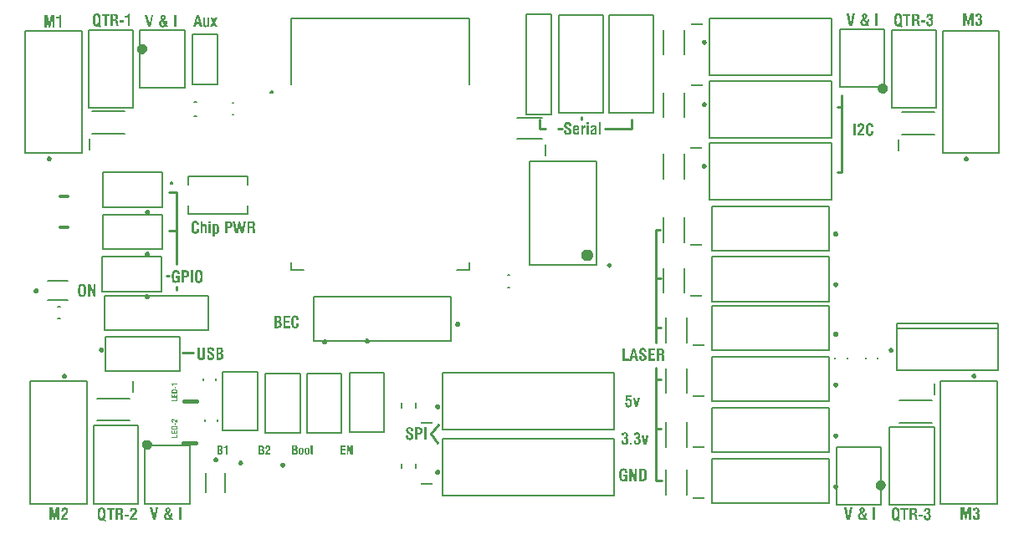
<source format=gto>
%FSTAX23Y23*%
%MOIN*%
%SFA1B1*%

%IPPOS*%
%ADD10C,0.007874*%
%ADD11C,0.009843*%
%ADD12C,0.019685*%
%ADD13C,0.023622*%
%ADD14C,0.005000*%
%ADD15C,0.011811*%
%ADD16C,0.015748*%
%ADD17C,0.010000*%
%ADD18R,0.047244X0.007874*%
%ADD19R,0.007874X0.047244*%
%LNpcb1-1*%
%LPD*%
G36*
X08157Y04331D02*
X08148D01*
X08135Y04366*
X08135Y04331*
X08127*
Y04381*
X08136*
X08149Y04346*
X08149Y04381*
X08157*
Y04331*
G37*
G36*
X08105Y04382D02*
X08106Y04382D01*
X08107Y04382*
X08108Y04381*
X0811Y04381*
X08111Y0438*
X08111Y0438*
X08111Y0438*
X08112Y0438*
X08113Y04379*
X08114Y04379*
X08114Y04378*
X08115Y04377*
X08116Y04376*
X08116Y04376*
X08116Y04375*
X08117Y04375*
X08117Y04374*
X08117Y04373*
X08118Y04372*
X08118Y0437*
X08118Y04369*
Y04368*
Y04368*
X08118Y04368*
X08119Y04368*
Y04367*
X08119Y04367*
X08119Y04366*
X08119Y04365*
X08119Y04364*
X08119Y04363*
X08119Y04362*
Y04361*
X08119Y0436*
X08119Y04359*
Y04357*
Y04356*
Y04356*
Y04356*
Y04355*
Y04355*
Y04354*
Y04353*
X08119Y04352*
Y04352*
X08119Y0435*
X08119Y04347*
X08119Y04345*
X08118Y04344*
Y04343*
Y04343*
X08118Y04343*
X08118Y04343*
X08118Y04342*
X08118Y04341*
X08117Y0434*
X08117Y04339*
X08117Y04337*
X08116Y04336*
X08116Y04336*
X08116Y04336*
X08115Y04335*
X08115Y04335*
X08114Y04334*
X08113Y04333*
X08112Y04332*
X08111Y04332*
X08111Y04332*
X0811Y04331*
X0811Y04331*
X08109Y04331*
X08108Y04331*
X08106Y0433*
X08105Y0433*
X08103Y0433*
X08102*
X08101Y0433*
X081Y0433*
X08099Y04331*
X08098Y04331*
X08096Y04331*
X08095Y04332*
X08095Y04332*
X08095Y04332*
X08094Y04332*
X08093Y04333*
X08093Y04333*
X08092Y04334*
X08091Y04335*
X0809Y04336*
X0809Y04337*
X0809Y04337*
X0809Y04337*
X08089Y04338*
X08089Y04339*
X08088Y0434*
X08088Y04342*
X08088Y04343*
Y04344*
Y04344*
X08088Y04344*
Y04344*
X08088Y04345*
X08088Y04345*
X08087Y04346*
Y04347*
X08087Y04348*
X08087Y04349*
X08087Y0435*
X08087Y04351*
Y04352*
X08087Y04353*
Y04355*
Y04356*
Y04356*
Y04356*
Y04357*
Y04357*
Y04358*
X08087Y04359*
Y0436*
Y04361*
X08087Y04363*
X08087Y04365*
X08088Y04367*
X08088Y04369*
Y04369*
X08088Y04369*
Y04369*
X08088Y04369*
X08088Y0437*
X08088Y04371*
X08089Y04372*
X08089Y04374*
X0809Y04375*
X0809Y04376*
Y04376*
X0809Y04376*
X0809Y04376*
X08091Y04377*
X08092Y04377*
X08092Y04378*
X08093Y04379*
X08094Y0438*
X08095Y0438*
X08095Y04381*
X08096Y04381*
X08096Y04381*
X08097Y04381*
X08098Y04381*
X081Y04382*
X08101Y04382*
X08103Y04382*
X08104*
X08105Y04382*
G37*
G36*
X11242Y05024D02*
X11243Y05023D01*
X11243Y05023*
X11245Y05023*
X11247Y05023*
X11249Y05022*
X1125Y05022*
X1125Y05021*
X11251Y0502*
X11252Y0502*
X11252Y0502*
X11252Y0502*
X11252Y05019*
X11252Y05019*
X11253Y05019*
X11253Y05018*
X11253Y05017*
X11254Y05017*
X11254Y05016*
X11254Y05015*
X11254Y05014*
X11255Y05013*
X11255Y05012*
X11255Y0501*
X11255Y05009*
X11255Y05007*
X11246*
Y05008*
Y05008*
Y05008*
Y05009*
X11246Y0501*
X11246Y05011*
X11246Y05012*
X11246Y05013*
X11246Y05013*
X11245Y05014*
X11245Y05014*
X11245Y05015*
X11245Y05015*
X11244Y05015*
X11244Y05016*
X11243Y05016*
X11242Y05016*
X11241Y05016*
X11241*
X11241Y05016*
X1124Y05016*
X11239Y05016*
X11239Y05016*
X11238Y05015*
X11237Y05014*
X11237Y05014*
X11237Y05013*
Y05013*
X11236Y05013*
X11236Y05013*
X11236Y05012*
X11236Y05011*
X11236Y05011*
X11236Y0501*
X11236Y05009*
X11236Y05008*
X11236Y05006*
X11236Y05005*
Y05003*
X11235Y05001*
Y04999*
Y04998*
Y04998*
Y04997*
Y04996*
Y04995*
X11236Y04994*
Y04993*
X11236Y04992*
X11236Y04989*
X11236Y04987*
X11236Y04986*
X11236Y04985*
X11236Y04984*
X11236Y04983*
X11237Y04982*
X11237Y04982*
X11237Y04982*
X11237Y04981*
X11238Y04981*
X11238Y0498*
X11239Y0498*
X1124Y0498*
X11241Y04979*
X11242*
X11242Y0498*
X11243Y0498*
X11243Y0498*
X11244Y0498*
X11245Y04981*
X11245Y04982*
X11245Y04982*
X11246Y04982*
X11246Y04983*
X11246Y04984*
X11246Y04985*
X11246Y04985*
X11246Y04986*
X11247Y04987*
Y04988*
X11247Y04989*
Y0499*
Y04991*
X11256*
Y04991*
Y0499*
Y0499*
Y0499*
Y0499*
Y04989*
Y04989*
Y04989*
Y04989*
Y04988*
Y04988*
X11255Y04987*
Y04987*
X11255Y04986*
X11255Y04985*
X11255Y04984*
X11255Y04982*
X11254Y0498*
X11253Y04978*
X11253Y04977*
X11252Y04976*
X11252Y04976*
X11252Y04976*
X11252Y04976*
X11251Y04975*
X11251Y04975*
X1125Y04975*
X1125Y04974*
X11249Y04974*
X11248Y04974*
X11248Y04973*
X11247Y04973*
X11246Y04973*
X11245Y04972*
X11244Y04972*
X11242Y04972*
X11241Y04972*
X1124*
X1124Y04972*
X11239Y04972*
X11238Y04972*
X11237Y04972*
X11236Y04973*
X11235Y04973*
X11235Y04973*
X11234Y04973*
X11234Y04973*
X11233Y04974*
X11233Y04974*
X11232Y04974*
X11231Y04975*
X11231Y04976*
X11231Y04976*
X1123Y04976*
X1123Y04977*
X11229Y04977*
X11229Y04978*
X11228Y0498*
X11228Y04981*
X11227Y04983*
Y04983*
X11227Y04983*
Y04983*
X11227Y04984*
X11227Y04984*
X11227Y04985*
X11227Y04985*
X11227Y04986*
X11226Y04987*
X11226Y04988*
X11226Y0499*
X11226Y04991*
X11226Y04993*
Y04994*
X11226Y04996*
Y04998*
Y04998*
Y04999*
Y04999*
Y05*
Y05*
Y05001*
X11226Y05002*
Y05003*
X11226Y05005*
X11226Y05007*
X11226Y05009*
X11227Y0501*
Y0501*
Y05011*
X11227Y05011*
X11227Y05011*
X11227Y05012*
X11227Y05013*
X11227Y05014*
X11228Y05015*
X11228Y05016*
X11229Y05017*
Y05017*
X11229Y05017*
X11229Y05018*
X11229Y05018*
X1123Y05019*
X11231Y0502*
X11231Y05021*
X11232Y05021*
X11233Y05022*
X11234Y05022*
X11234Y05022*
X11235Y05023*
X11235Y05023*
X11237Y05023*
X11238Y05023*
X11239Y05024*
X11241Y05024*
X11242*
X11242Y05024*
G37*
G36*
X11208Y05023D02*
X11208D01*
X11209Y05023*
X1121Y05022*
X11212Y05022*
X11214Y05021*
X11215Y0502*
X11216Y0502*
X11217Y05019*
X11217*
X11217Y05019*
X11217Y05019*
X11218Y05018*
X11218Y05017*
X11219Y05016*
X1122Y05014*
X1122Y05012*
X1122Y05011*
Y0501*
Y0501*
Y0501*
Y05009*
X1122Y05008*
X1122Y05008*
X1122Y05007*
X1122Y05005*
Y05005*
X11219Y05004*
X11219Y05004*
X11219Y05003*
X11219Y05003*
X11218Y05002*
X11218Y05*
X11218Y05*
X11217Y05*
X11217Y05*
X11217Y04999*
X11216Y04998*
X11215Y04997*
X11214Y04996*
X11213Y04995*
X11213Y04995*
X11213Y04995*
X11212Y04994*
X11212Y04994*
X11211Y04993*
X11211Y04992*
X1121Y04992*
X1121Y04992*
X1121Y04992*
X11209Y04991*
X11209Y04991*
X11208Y0499*
X11208Y04989*
X11207Y04988*
X11205Y04986*
X11204Y04984*
X11203Y04983*
X11203Y04982*
X11202Y04982*
X11202Y04981*
X1122*
Y04973*
X11193*
Y04973*
Y04973*
Y04974*
Y04974*
Y04974*
Y04974*
Y04974*
Y04975*
Y04975*
Y04975*
Y04975*
X11193Y04976*
Y04976*
X11193Y04977*
X11193Y04977*
X11193Y04978*
X11193Y0498*
X11194Y04982*
X11194Y04984*
X11195Y04986*
Y04986*
X11195Y04986*
X11195Y04986*
X11196Y04986*
X11196Y04987*
X11196Y04987*
X11197Y04989*
X11198Y0499*
X11199Y04992*
X112Y04994*
X11202Y04996*
X11202Y04996*
X11202Y04996*
X11203Y04996*
X11203Y04996*
X11203Y04997*
X11204Y04997*
X11205Y04998*
X11205Y04998*
X11205Y04999*
X11206Y04999*
X11206Y05*
X11208Y05001*
X11209Y05002*
X11209Y05003*
X11209Y05003*
X11209Y05003*
X11209Y05003*
X1121Y05004*
X1121Y05004*
X1121Y05005*
X1121Y05006*
Y05006*
X1121Y05006*
X11211Y05007*
X11211Y05007*
X11211Y05008*
X11211Y05008*
X11211Y0501*
Y0501*
Y0501*
X11211Y05011*
X11211Y05011*
X11211Y05012*
X1121Y05013*
X1121Y05014*
X1121Y05014*
X1121Y05014*
X1121Y05015*
X11209Y05015*
X11209Y05015*
X11208Y05015*
X11208Y05016*
X11207Y05016*
X11206Y05016*
X11206*
X11205Y05016*
X11205Y05016*
X11204Y05015*
X11204Y05015*
X11203Y05015*
X11203Y05014*
X11203Y05014*
X11203Y05014*
X11202Y05013*
X11202Y05012*
X11202Y05012*
X11202Y05011*
X11202Y05009*
X11202Y05008*
Y05008*
Y05008*
Y05007*
Y05007*
Y05007*
Y05007*
Y05006*
X11193*
Y05006*
Y05006*
Y05007*
X11193Y05007*
Y05007*
Y05007*
Y05008*
Y05008*
Y05008*
Y05008*
Y05009*
X11193Y05009*
Y0501*
X11193Y0501*
X11193Y05012*
X11194Y05014*
X11194Y05016*
X11195Y05018*
X11196Y05018*
X11196Y05019*
X11196Y05019*
X11196Y05019*
X11197Y05019*
X11197Y0502*
X11197Y0502*
X11198Y0502*
X11198Y05021*
X11199Y05021*
X11199Y05021*
X112Y05022*
X11201Y05022*
X11202Y05022*
X11203Y05022*
X11204Y05023*
X11205Y05023*
X11207*
X11208Y05023*
G37*
G36*
X11186Y04973D02*
X11177D01*
Y05022*
X11186*
Y04973*
G37*
G36*
X09181Y037D02*
X09174D01*
X09164Y03726*
X09164Y037*
X09158*
Y03737*
X09165*
X09174Y03711*
X09174Y03737*
X09181*
Y037*
G37*
G36*
X09152Y03731D02*
X0914D01*
Y03723*
X09152*
Y03717*
X0914*
Y03707*
X09153*
Y037*
X09133*
Y03737*
X09152*
Y03731*
G37*
G36*
X08952Y03738D02*
X08953D01*
X08953Y03738*
X08954Y03738*
X08955Y03737*
X08957Y03737*
X08958Y03737*
X08958Y03736*
X08959Y03736*
X08959Y03736*
X08959Y03735*
X08959Y03735*
X0896Y03734*
X0896Y03733*
X08961Y03732*
X08961Y03731*
X08961Y03729*
Y03729*
Y03729*
Y03729*
Y03728*
X08961Y03728*
X08961Y03727*
X08961Y03726*
X0896Y03725*
X0896Y03724*
X0896Y03723*
X0896Y03723*
X0896Y03723*
X08959Y03723*
X08959Y03722*
X08958Y03722*
X08958Y03721*
X08957Y03721*
X08956Y03721*
X08956*
X08957Y03721*
X08957Y03721*
X08958Y0372*
X08958Y0372*
X08959Y0372*
X0896Y03719*
X0896Y03718*
X0896Y03718*
X08961Y03718*
X08961Y03717*
X08961Y03717*
X08961Y03716*
X08962Y03715*
X08962Y03714*
X08962Y03712*
Y03712*
Y03712*
Y03712*
X08962Y03711*
Y03711*
X08962Y0371*
X08962Y0371*
X08962Y03709*
X08961Y03708*
X08961Y03706*
X0896Y03705*
X0896Y03704*
X08959Y03704*
X08959Y03704*
X08959Y03704*
X08959Y03703*
X08959Y03703*
X08958Y03703*
X08958Y03703*
X08957Y03702*
X08957Y03702*
X08956Y03702*
X08956Y03702*
X08955Y03701*
X08954Y03701*
X08954Y03701*
X08953Y03701*
X08952Y03701*
X0894*
Y03738*
X08952*
X08952Y03738*
G37*
G36*
X09021Y03729D02*
X09023D01*
Y03724*
X09021*
Y03711*
Y03709*
Y03709*
Y03709*
Y03709*
X09021Y03708*
X09021Y03708*
X09021Y03707*
X09021Y03707*
X09021Y03707*
X09021Y03706*
X09021Y03706*
X09022Y03706*
X09022Y03706*
X09022Y03706*
X09023*
Y03701*
X09023*
X09023Y03701*
X09023*
X09022Y03701*
X09021Y03701*
X09021*
X0902Y03701*
X09019*
X09019Y03701*
X09018Y03701*
X09017Y03701*
X09017Y03701*
X09016Y03702*
X09015Y03702*
X09015Y03702*
X09015Y03702*
X09015Y03703*
X09015Y03703*
X09015Y03704*
X09014Y03705*
X09014Y03705*
X09014Y03706*
X09014Y03707*
Y03707*
Y03724*
X09012*
Y03729*
X09014*
Y03736*
X09021*
Y03729*
G37*
G36*
X09Y03729D02*
X09001Y03729D01*
X09001Y03729*
X09002Y03729*
X09004Y03729*
X09005Y03728*
X09005Y03728*
X09006Y03727*
X09006Y03727*
X09007Y03726*
Y03726*
X09007Y03726*
X09007Y03726*
X09007Y03726*
X09007Y03725*
X09008Y03725*
X09008Y03724*
X09008Y03724*
X09008Y03723*
X09008Y03722*
X09009Y03721*
X09009Y0372*
X09009Y03719*
X09009Y03718*
X09009Y03716*
Y03715*
Y03715*
Y03715*
Y03714*
X09009Y03713*
Y03713*
X09009Y03712*
X09009Y03711*
X09009Y0371*
X09009Y03708*
X09008Y03706*
X09008Y03706*
X09008Y03705*
X09007Y03704*
X09007Y03703*
Y03703*
X09007Y03703*
X09007Y03703*
X09007Y03703*
X09006Y03703*
X09006Y03702*
X09006Y03702*
X09005Y03702*
X09005Y03702*
X09004Y03701*
X09003Y03701*
X09003Y03701*
X09002Y03701*
X09001Y037*
X09Y037*
X08999Y037*
X08999*
X08998Y037*
X08998Y037*
X08997Y037*
X08996Y03701*
X08995Y03701*
X08994Y03702*
X08993Y03702*
X08993Y03702*
X08992Y03703*
X08992Y03703*
Y03703*
X08992Y03704*
X08991Y03704*
X08991Y03704*
X08991Y03704*
X08991Y03705*
X08991Y03705*
X08991Y03706*
X0899Y03707*
X0899Y03708*
X0899Y03708*
X0899Y0371*
X0899Y03711*
X0899Y03712*
X0899Y03713*
Y03715*
Y03715*
Y03715*
Y03716*
X0899Y03716*
Y03717*
X0899Y03718*
X0899Y03719*
X0899Y03719*
X0899Y03721*
X0899Y03723*
X08991Y03724*
X08991Y03725*
X08991Y03726*
X08992Y03726*
Y03726*
X08992Y03726*
X08992Y03727*
X08992Y03727*
X08993Y03727*
X08993Y03728*
X08993Y03728*
X08994Y03728*
X08994Y03729*
X08995Y03729*
X08996Y03729*
X08997Y03729*
X08997Y03729*
X08998Y03729*
X08999Y0373*
X09*
X09Y03729*
G37*
G36*
X08977D02*
X08977Y03729D01*
X08978Y03729*
X08979Y03729*
X0898Y03729*
X08981Y03728*
X08982Y03728*
X08982Y03727*
X08983Y03727*
X08983Y03726*
Y03726*
X08984Y03726*
X08984Y03726*
X08984Y03726*
X08984Y03725*
X08984Y03725*
X08984Y03724*
X08985Y03724*
X08985Y03723*
X08985Y03722*
X08985Y03721*
X08985Y0372*
X08985Y03719*
X08985Y03718*
X08986Y03716*
Y03715*
Y03715*
Y03715*
Y03714*
X08986Y03713*
Y03713*
X08985Y03712*
X08985Y03711*
X08985Y0371*
X08985Y03708*
X08985Y03706*
X08984Y03706*
X08984Y03705*
X08984Y03704*
X08983Y03703*
Y03703*
X08983Y03703*
X08983Y03703*
X08983Y03703*
X08983Y03703*
X08982Y03702*
X08982Y03702*
X08982Y03702*
X08981Y03702*
X08981Y03701*
X0898Y03701*
X08979Y03701*
X08979Y03701*
X08978Y037*
X08977Y037*
X08976Y037*
X08975*
X08975Y037*
X08974Y037*
X08974Y037*
X08973Y03701*
X08971Y03701*
X0897Y03702*
X0897Y03702*
X08969Y03702*
X08969Y03703*
X08968Y03703*
Y03703*
X08968Y03704*
X08968Y03704*
X08968Y03704*
X08968Y03704*
X08967Y03705*
X08967Y03705*
X08967Y03706*
X08967Y03707*
X08967Y03708*
X08967Y03708*
X08966Y0371*
X08966Y03711*
X08966Y03712*
X08966Y03713*
Y03715*
Y03715*
Y03715*
Y03716*
X08966Y03716*
Y03717*
X08966Y03718*
X08966Y03719*
X08966Y03719*
X08967Y03721*
X08967Y03723*
X08967Y03724*
X08967Y03725*
X08968Y03726*
X08968Y03726*
Y03726*
X08968Y03726*
X08969Y03727*
X08969Y03727*
X08969Y03727*
X08969Y03728*
X0897Y03728*
X0897Y03728*
X08971Y03729*
X08972Y03729*
X08972Y03729*
X08973Y03729*
X08974Y03729*
X08975Y03729*
X08976Y0373*
X08976*
X08977Y03729*
G37*
G36*
X08844Y03737D02*
X08844D01*
X08845Y03737*
X08846Y03737*
X08847Y03737*
X08848Y03736*
X0885Y03736*
X0885Y03735*
X08851Y03735*
X08851*
X08851Y03735*
X08851Y03735*
X08852Y03734*
X08852Y03733*
X08853Y03732*
X08853Y03731*
X08853Y0373*
X08853Y03729*
Y03728*
Y03728*
Y03728*
Y03727*
X08853Y03727*
X08853Y03726*
X08853Y03725*
X08853Y03724*
Y03724*
X08853Y03724*
X08853Y03723*
X08853Y03723*
X08852Y03722*
X08852Y03722*
X08851Y03721*
X08851Y03721*
X08851Y0372*
X08851Y0372*
X08851Y0372*
X0885Y03719*
X0885Y03718*
X08849Y03718*
X08848Y03717*
X08848Y03717*
X08848Y03716*
X08847Y03716*
X08847Y03716*
X08846Y03715*
X08846Y03715*
X08846Y03714*
X08846Y03714*
X08846Y03714*
X08845Y03714*
X08845Y03713*
X08845Y03713*
X08844Y03713*
X08843Y03711*
X08842Y0371*
X08841Y03709*
X08841Y03708*
X0884Y03707*
X0884Y03707*
X0884Y03706*
X08853*
Y037*
X08833*
Y037*
Y037*
Y03701*
Y03701*
Y03701*
Y03701*
Y03701*
Y03701*
Y03701*
Y03702*
Y03702*
X08833Y03702*
Y03703*
X08833Y03703*
X08833Y03704*
X08833Y03704*
X08833Y03705*
X08834Y03707*
X08834Y03708*
X08835Y0371*
Y0371*
X08835Y0371*
X08835Y0371*
X08835Y0371*
X08835Y03711*
X08835Y03711*
X08836Y03712*
X08837Y03713*
X08838Y03714*
X08839Y03716*
X0884Y03717*
X0884Y03717*
X0884Y03717*
X0884Y03718*
X0884Y03718*
X08841Y03718*
X08841Y03718*
X08842Y03719*
X08842Y03719*
X08842Y03719*
X08843Y0372*
X08843Y0372*
X08844Y03721*
X08845Y03722*
X08845Y03723*
X08845Y03723*
X08845Y03723*
X08845Y03723*
X08845Y03723*
X08846Y03724*
X08846Y03724*
X08846Y03725*
Y03725*
X08846Y03725*
X08846Y03725*
X08846Y03726*
X08846Y03726*
X08846Y03727*
X08846Y03728*
Y03728*
Y03728*
X08846Y03729*
X08846Y03729*
X08846Y0373*
X08846Y0373*
X08846Y03731*
X08846Y03731*
X08845Y03731*
X08845Y03731*
X08845Y03732*
X08845Y03732*
X08845Y03732*
X08844Y03732*
X08844Y03732*
X08843Y03732*
X08843*
X08842Y03732*
X08842Y03732*
X08841Y03732*
X08841Y03732*
X08841Y03731*
X0884Y03731*
X0884Y03731*
X0884Y03731*
X0884Y0373*
X0884Y0373*
X0884Y03729*
X0884Y03728*
X08839Y03728*
X08839Y03726*
Y03726*
Y03726*
Y03726*
Y03726*
Y03726*
Y03725*
Y03725*
X08833*
Y03725*
Y03725*
Y03725*
X08833Y03726*
Y03726*
Y03726*
Y03726*
Y03726*
Y03726*
Y03727*
Y03727*
X08833Y03727*
Y03728*
X08833Y03728*
X08833Y0373*
X08834Y03731*
X08834Y03732*
X08835Y03734*
X08835Y03734*
X08835Y03735*
X08835Y03735*
X08836Y03735*
X08836Y03735*
X08836Y03735*
X08836Y03735*
X08836Y03736*
X08837Y03736*
X08837Y03736*
X08838Y03736*
X08838Y03737*
X08839Y03737*
X0884Y03737*
X0884Y03737*
X08841Y03737*
X08842Y03737*
X08844*
X08844Y03737*
G37*
G36*
X08819Y03737D02*
X08819D01*
X0882Y03737*
X08821Y03737*
X08822Y03737*
X08823Y03736*
X08824Y03736*
X08825Y03735*
X08825Y03735*
X08825Y03735*
X08826Y03735*
X08826Y03734*
X08826Y03733*
X08827Y03732*
X08827Y03731*
X08828Y0373*
X08828Y03728*
Y03728*
Y03728*
Y03728*
Y03728*
X08828Y03727*
X08828Y03726*
X08827Y03725*
X08827Y03724*
X08827Y03723*
X08826Y03723*
X08826Y03722*
X08826Y03722*
X08826Y03722*
X08826Y03721*
X08825Y03721*
X08825Y03721*
X08824Y0372*
X08823Y0372*
X08823*
X08823Y0372*
X08824Y0372*
X08825Y0372*
X08825Y03719*
X08826Y03719*
X08826Y03718*
X08827Y03718*
X08827Y03717*
X08827Y03717*
X08828Y03717*
X08828Y03716*
X08828Y03715*
X08828Y03714*
X08828Y03713*
X08829Y03712*
Y03712*
Y03711*
Y03711*
X08828Y03711*
Y0371*
X08828Y0371*
X08828Y03709*
X08828Y03708*
X08828Y03707*
X08828Y03706*
X08827Y03704*
X08827Y03704*
X08826Y03703*
X08826Y03703*
X08826Y03703*
X08826Y03703*
X08825Y03702*
X08825Y03702*
X08825Y03702*
X08824Y03702*
X08824Y03701*
X08823Y03701*
X08822Y03701*
X08822Y03701*
X08821Y03701*
X0882Y037*
X08819Y037*
X08818Y037*
X08807*
Y03737*
X08819*
X08819Y03737*
G37*
G36*
X08682Y037D02*
X08675D01*
Y03726*
X08667*
Y03731*
X08667*
X08668Y03731*
X08668*
X08669Y03731*
X0867Y03731*
X08671Y03731*
X08672Y03732*
X08673Y03732*
X08674Y03733*
X08674*
X08674Y03733*
X08674Y03733*
X08675Y03733*
X08675Y03734*
X08676Y03735*
X08676Y03735*
X08677Y03736*
X08677Y03737*
X08682*
Y037*
G37*
G36*
X08653Y03737D02*
X08654D01*
X08654Y03737*
X08655Y03737*
X08656Y03737*
X08657Y03736*
X08658Y03736*
X08659Y03735*
X08659Y03735*
X08659Y03735*
X0866Y03735*
X0866Y03734*
X08661Y03733*
X08661Y03732*
X08661Y03731*
X08662Y0373*
X08662Y03728*
Y03728*
Y03728*
Y03728*
Y03728*
X08662Y03727*
X08662Y03726*
X08661Y03725*
X08661Y03724*
X08661Y03723*
X08661Y03723*
X08661Y03722*
X0866Y03722*
X0866Y03722*
X0866Y03721*
X08659Y03721*
X08659Y03721*
X08658Y0372*
X08657Y0372*
X08657*
X08658Y0372*
X08658Y0372*
X08659Y0372*
X08659Y03719*
X0866Y03719*
X08661Y03718*
X08661Y03718*
X08661Y03717*
X08661Y03717*
X08662Y03717*
X08662Y03716*
X08662Y03715*
X08662Y03714*
X08663Y03713*
X08663Y03712*
Y03712*
Y03711*
Y03711*
X08663Y03711*
Y0371*
X08663Y0371*
X08662Y03709*
X08662Y03708*
X08662Y03707*
X08662Y03706*
X08661Y03704*
X08661Y03704*
X0866Y03703*
X0866Y03703*
X0866Y03703*
X0866Y03703*
X08659Y03702*
X08659Y03702*
X08659Y03702*
X08658Y03702*
X08658Y03701*
X08657Y03701*
X08657Y03701*
X08656Y03701*
X08655Y03701*
X08654Y037*
X08653Y037*
X08652Y037*
X08641*
Y03737*
X08653*
X08653Y03737*
G37*
G36*
X08466Y03843D02*
X08467Y03843D01*
X08467Y03843*
X08468Y03842*
X08468*
X08468Y03842*
X08468Y03842*
X08469Y03842*
X08469Y03842*
X08469Y03842*
X0847Y03841*
X0847Y03841*
X0847Y03841*
X08471Y03841*
X08471Y03841*
X08471Y03841*
X08472Y0384*
X08472Y0384*
X08473Y03839*
X08473Y03839*
X08473Y03839*
X08473Y03839*
X08473Y03839*
X08474Y03838*
X08474Y03838*
X08474Y03838*
X08474Y03838*
X08474Y03838*
X08475Y03837*
X08475Y03837*
X08475Y03837*
X08476Y03837*
X08476Y03836*
X08477Y03835*
X08478Y03835*
X08479Y03834*
X08479Y03834*
X08479Y03834*
X0848Y03834*
Y03842*
X08484*
Y03829*
X08484*
X08484*
X08484*
X08483*
X08483*
X08483*
X08483*
X08483*
X08483*
X08483*
X08483*
X08482Y03829*
X08482*
X08482Y03829*
X08482Y03829*
X08481Y03829*
X0848Y03829*
X08479Y0383*
X08479Y0383*
X08478Y0383*
X08477*
X08477Y0383*
X08477Y0383*
X08477Y0383*
X08477Y03831*
X08477Y03831*
X08476Y03831*
X08475Y03832*
X08474Y03832*
X08473Y03833*
X08472Y03834*
X08472Y03834*
X08472Y03834*
X08472Y03834*
X08472Y03834*
X08472Y03834*
X08472Y03835*
X08471Y03835*
X08471Y03835*
X08471Y03835*
X08471Y03836*
X0847Y03836*
X0847Y03837*
X08469Y03837*
X08469Y03837*
X08469Y03837*
X08469Y03837*
X08469Y03837*
X08468Y03837*
X08468Y03838*
X08468Y03838*
X08467Y03838*
X08467*
X08467Y03838*
X08467Y03838*
X08467Y03838*
X08467Y03838*
X08466Y03838*
X08465Y03838*
X08465*
X08465*
X08465Y03838*
X08465Y03838*
X08464Y03838*
X08464Y03838*
X08463Y03838*
X08463Y03838*
X08463Y03838*
X08463Y03837*
X08463Y03837*
X08463Y03837*
X08463Y03837*
X08462Y03837*
X08462Y03836*
X08462Y03836*
Y03836*
X08462Y03835*
X08462Y03835*
X08463Y03835*
X08463Y03835*
X08463Y03834*
X08463Y03834*
X08463Y03834*
X08464Y03834*
X08464Y03834*
X08464Y03834*
X08464Y03834*
X08465Y03834*
X08466Y03834*
X08466Y03834*
X08466*
X08467*
X08467*
X08467*
X08467*
X08467*
X08467*
Y03829*
X08467*
X08467*
X08467*
X08467Y03829*
X08467*
X08467*
X08467*
X08466*
X08466*
X08466*
X08466*
X08466Y03829*
X08465*
X08465Y03829*
X08464Y03829*
X08463Y0383*
X08462Y0383*
X08461Y0383*
X08461Y03831*
X08461Y03831*
X08461Y03831*
X08461Y03831*
X08461Y03831*
X0846Y03831*
X0846Y03831*
X0846Y03832*
X0846Y03832*
X0846Y03832*
X0846Y03832*
X0846Y03833*
X08459Y03833*
X08459Y03834*
X08459Y03834*
X08459Y03835*
X08459Y03835*
Y03836*
X08459Y03837*
Y03837*
X08459Y03837*
X08459Y03838*
X08459Y03839*
X0846Y0384*
X0846Y0384*
X0846Y03841*
X08461Y03841*
Y03841*
X08461Y03841*
X08461Y03841*
X08461Y03842*
X08462Y03842*
X08462Y03842*
X08463Y03843*
X08464Y03843*
X08465Y03843*
X08465*
X08465*
X08465*
X08466*
X08466Y03843*
G37*
G36*
X08476Y03818D02*
X08473D01*
Y03826*
X08476*
Y03818*
G37*
G36*
X08472Y03815D02*
X08473D01*
X08474Y03815*
X08475Y03815*
X08476Y03815*
X08476Y03815*
X08477Y03815*
X08477Y03815*
X08477*
X08477*
X08478Y03815*
X08478Y03815*
X08478Y03815*
X08479Y03815*
X08479Y03815*
X0848Y03814*
X0848Y03814*
X08481Y03814*
X08481Y03814*
X08481Y03814*
X08482Y03813*
X08482Y03813*
X08482Y03813*
X08483Y03812*
X08483Y03812*
X08483Y03811*
X08483Y03811*
Y03811*
X08483Y03811*
X08483Y03811*
X08483Y03811*
X08483Y0381*
X08483Y0381*
X08484Y0381*
X08484Y03809*
X08484Y03809*
X08484Y03808*
X08484Y03808*
Y03807*
X08484Y03807*
Y038*
X08459*
Y03808*
X08459Y03808*
Y03808*
X08459Y03809*
X08459Y0381*
X08459Y0381*
X0846Y03811*
Y03811*
X0846Y03811*
X0846Y03811*
X0846Y03812*
X0846Y03812*
X0846Y03812*
X0846Y03813*
X08461Y03813*
X08461Y03813*
X08461Y03813*
X08461Y03813*
X08462Y03814*
X08462Y03814*
X08463Y03814*
X08463Y03815*
X08464Y03815*
X08464*
X08464Y03815*
X08464*
X08464Y03815*
X08465Y03815*
X08465Y03815*
X08465Y03815*
X08465Y03815*
X08466Y03815*
X08466Y03815*
X08467Y03815*
X08467Y03815*
X08468Y03815*
X08469*
X08469Y03815*
X0847*
X0847*
X0847*
X0847*
X08471*
X08471*
X08472*
X08472Y03815*
G37*
G36*
X08484Y03784D02*
X08459D01*
Y03796*
X08463*
Y03788*
X08469*
Y03796*
X08473*
Y03788*
X0848*
Y03796*
X08484*
Y03784*
G37*
G36*
Y03768D02*
X08459D01*
Y03772*
X0848*
Y0378*
X08484*
Y03768*
G37*
G36*
Y0398D02*
X08466D01*
Y03974*
X08463*
Y03975*
X08463Y03975*
Y03975*
X08463Y03976*
X08463Y03976*
X08463Y03977*
X08463Y03978*
X08463Y03978*
X08462Y03979*
Y03979*
X08462Y03979*
X08462Y03979*
X08462Y0398*
X08461Y0398*
X08461Y0398*
X0846Y03981*
X0846Y03981*
X08459Y03981*
Y03984*
X08484*
Y0398*
G37*
G36*
X08476Y03964D02*
X08473D01*
Y03972*
X08476*
Y03964*
G37*
G36*
X08472Y03961D02*
X08473D01*
X08474Y03961*
X08475Y03961*
X08476Y0396*
X08476Y0396*
X08477Y0396*
X08477Y0396*
X08477*
X08477*
X08478Y0396*
X08478Y0396*
X08478Y0396*
X08479Y0396*
X08479Y0396*
X0848Y0396*
X0848Y03959*
X08481Y03959*
X08481Y03959*
X08481Y03959*
X08482Y03959*
X08482Y03958*
X08482Y03958*
X08483Y03958*
X08483Y03957*
X08483Y03957*
X08483Y03957*
Y03956*
X08483Y03956*
X08483Y03956*
X08483Y03956*
X08483Y03956*
X08483Y03955*
X08484Y03955*
X08484Y03955*
X08484Y03954*
X08484Y03954*
X08484Y03953*
Y03953*
X08484Y03952*
Y03945*
X08459*
Y03953*
X08459Y03953*
Y03954*
X08459Y03954*
X08459Y03955*
X08459Y03956*
X0846Y03956*
Y03956*
X0846Y03956*
X0846Y03957*
X0846Y03957*
X0846Y03957*
X0846Y03958*
X0846Y03958*
X08461Y03958*
X08461Y03958*
X08461Y03959*
X08461Y03959*
X08462Y03959*
X08462Y03959*
X08463Y0396*
X08463Y0396*
X08464Y0396*
X08464*
X08464Y0396*
X08464*
X08464Y0396*
X08465Y0396*
X08465Y0396*
X08465Y0396*
X08465Y0396*
X08466Y0396*
X08466Y03961*
X08467Y03961*
X08467Y03961*
X08468Y03961*
X08469*
X08469Y03961*
X0847*
X0847*
X0847*
X0847*
X08471*
X08471*
X08472*
X08472Y03961*
G37*
G36*
X08484Y03929D02*
X08459D01*
Y03942*
X08463*
Y03933*
X08469*
Y03941*
X08473*
Y03933*
X0848*
Y03942*
X08484*
Y03929*
G37*
G36*
Y03913D02*
X08459D01*
Y03917*
X0848*
Y03926*
X08484*
Y03913*
G37*
G36*
X08397Y03441D02*
X08385D01*
X08374Y0349*
X08383*
X08391Y03451*
X08397Y0349*
X08407*
X08397Y03441*
G37*
G36*
X08498D02*
X08489D01*
Y0349*
X08498*
Y03441*
G37*
G36*
X08447Y0349D02*
X08448Y0349D01*
X08449Y0349*
X0845Y03489*
X08452Y03489*
X08453Y03488*
X08453Y03488*
X08453Y03487*
X08454Y03487*
X08454Y03486*
X08455Y03485*
X08455Y03484*
X08455Y03482*
X08456Y03481*
Y03481*
Y03481*
Y0348*
X08455Y03479*
X08455Y03478*
X08455Y03477*
X08455Y03476*
X08454Y03475*
X08454Y03474*
X08454Y03474*
X08453Y03473*
X08453Y03473*
X08452Y03472*
X08452Y03471*
X08451Y0347*
X0845Y03469*
X08448Y03468*
X08454Y03458*
Y03458*
X08454Y03459*
X08455Y03459*
X08455Y03459*
X08455Y0346*
X08455Y0346*
X08455Y03462*
Y03462*
X08455Y03462*
Y03463*
X08455Y03463*
X08456Y03464*
Y03464*
X08456Y03466*
Y03467*
X08463*
Y03467*
Y03467*
Y03466*
Y03466*
X08463Y03466*
Y03465*
X08463Y03464*
X08463Y03462*
X08463Y03461*
X08462Y03459*
X08462Y03458*
Y03458*
X08462Y03458*
Y03457*
X08462Y03457*
X08462Y03456*
X08461Y03455*
X08461Y03454*
X0846Y03453*
X0846Y03452*
X08459Y03451*
X08465Y03441*
X08455*
X08453Y03444*
X08453Y03444*
X08453Y03444*
X08453Y03443*
X08452Y03443*
X08451Y03442*
X08451Y03442*
X0845Y03441*
X08449Y03441*
X08449*
X08448Y03441*
X08448Y03441*
X08447Y03441*
X08446Y0344*
X08445Y0344*
X08444Y0344*
X08443Y0344*
X08442*
X08442Y0344*
X08441Y0344*
X0844Y0344*
X08439Y03441*
X08437Y03441*
X08436Y03442*
X08435Y03442*
X08434Y03443*
X08433Y03443*
X08432Y03444*
X08432Y03444*
X08432Y03444*
X08432Y03444*
X08432Y03445*
X08432Y03445*
X08431Y03446*
X08431Y03446*
X08431Y03447*
X0843Y03448*
X0843Y03448*
X08429Y0345*
X08429Y03452*
X08429Y03454*
X08429Y03455*
Y03455*
Y03455*
Y03455*
Y03456*
X08429Y03456*
X08429Y03457*
X08429Y03459*
X0843Y0346*
X0843Y03461*
X08431Y03463*
Y03463*
X08431Y03463*
X08431Y03463*
X08432Y03464*
X08433Y03465*
X08433Y03466*
X08435Y03467*
X08436Y03468*
X08438Y0347*
Y0347*
X08438Y0347*
X08438Y0347*
X08437Y03471*
X08437Y03472*
X08436Y03473*
X08436Y03474*
X08435Y03475*
X08435Y03476*
Y03476*
X08435Y03476*
X08435Y03476*
X08435Y03477*
X08435Y03478*
X08434Y03479*
X08434Y03479*
X08434Y0348*
Y0348*
Y0348*
Y03481*
X08434Y03481*
X08434Y03482*
X08435Y03483*
X08435Y03484*
X08435Y03485*
X08436Y03486*
X08437Y03487*
X08437Y03488*
X08438Y03488*
X08438Y03488*
X08439Y03489*
X0844Y03489*
X08442Y0349*
X08443Y0349*
X08445Y0349*
X08446*
X08447Y0349*
G37*
G36*
X08288Y03454D02*
X08272D01*
Y03462*
X08288*
Y03454*
G37*
G36*
X08309Y03489D02*
X08309D01*
X0831Y03489*
X08311Y03489*
X08313Y03489*
X08315Y03488*
X08316Y03487*
X08317Y03487*
X08318Y03486*
X08318*
X08318Y03486*
X08318Y03485*
X08319Y03485*
X08319Y03484*
X0832Y03482*
X08321Y03481*
X08321Y03479*
X08321Y03478*
Y03477*
Y03477*
Y03476*
Y03476*
X08321Y03475*
X08321Y03474*
X08321Y03473*
X08321Y03471*
Y03471*
X0832Y03471*
X0832Y03471*
X0832Y0347*
X0832Y03469*
X08319Y03468*
X08319Y03467*
X08319Y03467*
X08318Y03467*
X08318Y03466*
X08318Y03466*
X08317Y03465*
X08316Y03464*
X08315Y03463*
X08314Y03461*
X08314Y03461*
X08314Y03461*
X08313Y03461*
X08313Y0346*
X08312Y0346*
X08312Y03459*
X08311Y03459*
X08311Y03459*
X08311Y03458*
X0831Y03458*
X0831Y03457*
X08309Y03457*
X08309Y03456*
X08308Y03454*
X08306Y03452*
X08305Y03451*
X08304Y0345*
X08304Y03449*
X08303Y03448*
X08303Y03448*
X08321*
Y0344*
X08294*
Y0344*
Y0344*
Y0344*
Y0344*
Y03441*
Y03441*
Y03441*
Y03441*
Y03441*
Y03441*
Y03442*
X08294Y03442*
Y03443*
X08294Y03443*
X08294Y03444*
X08294Y03445*
X08294Y03446*
X08295Y03448*
X08295Y0345*
X08296Y03452*
Y03452*
X08296Y03452*
X08296Y03453*
X08297Y03453*
X08297Y03454*
X08297Y03454*
X08298Y03455*
X08299Y03457*
X083Y03459*
X08301Y0346*
X08303Y03462*
X08303Y03462*
X08303Y03462*
X08304Y03463*
X08304Y03463*
X08304Y03463*
X08305Y03464*
X08306Y03465*
X08306Y03465*
X08306Y03465*
X08307Y03466*
X08307Y03466*
X08309Y03468*
X0831Y03469*
X0831Y03469*
X0831Y03469*
X0831Y0347*
X0831Y0347*
X08311Y0347*
X08311Y03471*
X08311Y03471*
X08311Y03472*
Y03473*
X08311Y03473*
X08312Y03473*
X08312Y03474*
X08312Y03474*
X08312Y03475*
X08312Y03476*
Y03476*
Y03477*
X08312Y03477*
X08312Y03478*
X08312Y03479*
X08311Y0348*
X08311Y0348*
X08311Y03481*
X08311Y03481*
X08311Y03481*
X0831Y03481*
X0831Y03482*
X08309Y03482*
X08309Y03482*
X08308Y03482*
X08307Y03482*
X08307*
X08306Y03482*
X08306Y03482*
X08305Y03482*
X08305Y03482*
X08304Y03481*
X08304Y03481*
X08304Y0348*
X08304Y0348*
X08303Y0348*
X08303Y03479*
X08303Y03478*
X08303Y03477*
X08303Y03476*
X08303Y03475*
Y03474*
Y03474*
Y03474*
Y03473*
Y03473*
Y03473*
Y03473*
X08294*
Y03473*
Y03473*
Y03473*
X08294Y03474*
Y03474*
Y03474*
Y03474*
Y03474*
Y03474*
Y03475*
Y03475*
X08294Y03476*
Y03476*
X08294Y03477*
X08294Y03479*
X08295Y03481*
X08295Y03482*
X08296Y03484*
X08297Y03485*
X08297Y03486*
X08297Y03486*
X08297Y03486*
X08298Y03486*
X08298Y03486*
X08298Y03487*
X08299Y03487*
X08299Y03487*
X083Y03488*
X083Y03488*
X08301Y03488*
X08302Y03488*
X08303Y03489*
X08304Y03489*
X08305Y03489*
X08306Y03489*
X08308*
X08309Y03489*
G37*
G36*
X08254Y03489D02*
X08254D01*
X08255Y03489*
X08256Y03489*
X08258Y03488*
X0826Y03488*
X08262Y03487*
X08262Y03486*
X08263Y03486*
X08263*
X08263Y03486*
X08264Y03485*
X08264Y03485*
X08264Y03485*
X08264Y03484*
X08265Y03484*
X08265Y03483*
X08265Y03482*
X08266Y03481*
X08266Y03481*
X08266Y0348*
X08266Y03478*
X08266Y03477*
Y03476*
Y03476*
Y03476*
Y03476*
Y03475*
X08266Y03474*
X08266Y03473*
X08266Y03472*
X08266Y03471*
X08265Y0347*
X08265Y03468*
X08265Y03468*
X08264Y03468*
X08264Y03468*
X08263Y03467*
X08263Y03466*
X08262Y03466*
X08261Y03466*
X08259Y03465*
X08259*
X0826Y03465*
X0826Y03465*
X0826Y03465*
X08261Y03465*
X08261Y03464*
X08262Y03464*
X08263Y03463*
X08263Y03463*
X08264Y03462*
X08265Y03461*
X08265Y0346*
X08265Y03459*
X08266Y03457*
X08266Y03456*
X08266Y03454*
Y03454*
Y03454*
Y03454*
Y03454*
X08266Y03447*
Y03447*
Y03447*
X08267Y03446*
X08267Y03445*
X08267Y03445*
X08267Y03444*
X08267Y03443*
X08267Y03443*
Y03442*
X08267Y03442*
X08267Y03442*
X08268Y03442*
X08268Y03441*
X08269Y0344*
X08258*
Y0344*
X08258Y0344*
X08258Y0344*
X08258Y03441*
X08258Y03441*
X08258Y03441*
X08257Y03443*
Y03443*
Y03443*
X08257Y03443*
Y03444*
X08257Y03445*
Y03445*
X08257Y03446*
Y03447*
X08257Y03453*
Y03454*
Y03454*
Y03454*
Y03454*
Y03455*
X08257Y03455*
X08257Y03456*
X08257Y03457*
X08256Y03458*
X08256Y03459*
X08255Y0346*
X08255Y0346*
X08255Y0346*
X08254Y0346*
X08254Y03461*
X08253Y03461*
X08252Y03461*
X08251Y03461*
X08251Y03461*
X0825Y03461*
X08249Y03461*
X08245*
Y0344*
X08236*
Y03489*
X08253*
X08254Y03489*
G37*
G36*
X08231Y03481D02*
X08221D01*
Y0344*
X08211*
Y03481*
X08201*
Y03489*
X08231*
Y03481*
G37*
G36*
X08183Y0349D02*
X08184Y0349D01*
X08185Y0349*
X08186Y0349*
X08187Y03489*
X08189Y03489*
X08189Y03489*
X08189Y03488*
X0819Y03488*
X0819Y03488*
X08191Y03487*
X08192Y03486*
X08193Y03485*
X08194Y03484*
X08194Y03484*
X08194Y03483*
X08194Y03483*
X08195Y03482*
X08195Y03481*
X08195Y0348*
X08196Y03478*
X08196Y03477*
Y03477*
Y03477*
X08196Y03476*
X08196Y03476*
Y03475*
X08196Y03475*
X08196Y03474*
X08196Y03473*
X08197Y03473*
X08197Y03472*
X08197Y03471*
Y0347*
X08197Y03468*
X08197Y03467*
Y03464*
Y03464*
Y03464*
Y03464*
Y03463*
Y03462*
Y03461*
X08197Y03461*
Y0346*
X08197Y03458*
X08197Y03455*
X08196Y03453*
X08196Y03452*
X08196Y03451*
Y03451*
Y03451*
X08196Y03451*
X08196Y03451*
X08196Y0345*
X08196Y03449*
X08195Y03448*
X08195Y03447*
X08194Y03446*
X08194Y03445*
X08199Y03439*
X08195Y03435*
X08189Y0344*
X08189*
X08189Y0344*
X08188Y0344*
X08188Y0344*
X08187Y0344*
X08187Y03439*
X08185Y03439*
X08185*
X08185Y03439*
X08185Y03439*
X08184Y03439*
X08183Y03439*
X08183Y03439*
X08182Y03439*
X0818*
X08179Y03439*
X08178Y03439*
X08177Y03439*
X08175Y03439*
X08174Y03439*
X08173Y0344*
X08173Y0344*
X08173Y0344*
X08172Y03441*
X08171Y03441*
X0817Y03442*
X0817Y03443*
X08169Y03444*
X08168Y03445*
X08168Y03445*
X08168Y03445*
X08167Y03446*
X08167Y03447*
X08167Y03448*
X08166Y03449*
X08166Y0345*
X08166Y03452*
Y03452*
Y03452*
X08165Y03452*
Y03453*
X08165Y03453*
X08165Y03454*
X08165Y03454*
Y03455*
X08165Y03456*
X08165Y03457*
X08165Y03458*
X08165Y03459*
Y0346*
X08165Y03462*
Y03464*
Y03464*
Y03465*
Y03465*
Y03466*
Y03466*
X08165Y03467*
Y03468*
Y03469*
X08165Y03471*
X08165Y03473*
X08165Y03475*
X08166Y03477*
Y03477*
X08166Y03477*
Y03477*
X08166Y03478*
X08166Y03478*
X08166Y03479*
X08166Y03481*
X08167Y03482*
X08167Y03483*
X08168Y03484*
Y03484*
X08168Y03484*
X08168Y03484*
X08169Y03485*
X08169Y03486*
X0817Y03487*
X08171Y03487*
X08172Y03488*
X08173Y03489*
X08173Y03489*
X08174Y03489*
X08174Y03489*
X08175Y0349*
X08176Y0349*
X08178Y0349*
X08179Y0349*
X08181Y0349*
X08182*
X08183Y0349*
G37*
G36*
X08013Y03441D02*
X08004D01*
X08004Y03484*
X07995Y03441*
X0799*
X07981Y03484*
X07981Y03441*
X07972*
Y0349*
X07986*
X07992Y03458*
X07999Y0349*
X08013*
Y03441*
G37*
G36*
X08035Y0349D02*
X08035D01*
X08036Y0349*
X08038Y0349*
X08039Y03489*
X08041Y03489*
X08042Y03488*
X08043Y03488*
X08044Y03487*
X08044*
X08044Y03487*
X08044Y03486*
X08045Y03486*
X08046Y03485*
X08046Y03483*
X08047Y03482*
X08047Y0348*
X08047Y03479*
Y03478*
Y03477*
Y03477*
Y03477*
X08047Y03476*
X08047Y03475*
X08047Y03474*
X08047Y03472*
Y03472*
X08047Y03472*
X08047Y03471*
X08046Y03471*
X08046Y0347*
X08046Y03469*
X08045Y03468*
X08045Y03468*
X08045Y03467*
X08044Y03467*
X08044Y03466*
X08043Y03466*
X08042Y03465*
X08041Y03464*
X0804Y03462*
X0804Y03462*
X0804Y03462*
X0804Y03462*
X08039Y03461*
X08038Y0346*
X08038Y0346*
X08037Y0346*
X08037Y03459*
X08037Y03459*
X08037Y03459*
X08036Y03458*
X08036Y03458*
X08035Y03457*
X08034Y03455*
X08032Y03453*
X08031Y03452*
X0803Y03451*
X0803Y0345*
X0803Y03449*
X08029Y03449*
X08047*
Y03441*
X0802*
Y03441*
Y03441*
Y03441*
Y03441*
Y03441*
Y03442*
Y03442*
Y03442*
Y03442*
Y03442*
Y03443*
X0802Y03443*
Y03444*
X0802Y03444*
X0802Y03445*
X0802Y03446*
X08021Y03447*
X08021Y03449*
X08022Y03451*
X08022Y03453*
Y03453*
X08022Y03453*
X08023Y03454*
X08023Y03454*
X08023Y03454*
X08023Y03455*
X08024Y03456*
X08025Y03458*
X08026Y0346*
X08028Y03461*
X08029Y03463*
X08029Y03463*
X0803Y03463*
X0803Y03464*
X0803Y03464*
X0803Y03464*
X08031Y03465*
X08032Y03466*
X08032Y03466*
X08033Y03466*
X08033Y03467*
X08034Y03467*
X08035Y03469*
X08036Y0347*
X08036Y0347*
X08036Y0347*
X08036Y0347*
X08037Y03471*
X08037Y03471*
X08037Y03472*
X08037Y03472*
X08038Y03473*
Y03473*
X08038Y03474*
X08038Y03474*
X08038Y03475*
X08038Y03475*
X08038Y03476*
X08038Y03477*
Y03477*
Y03478*
X08038Y03478*
X08038Y03479*
X08038Y0348*
X08038Y0348*
X08037Y03481*
X08037Y03482*
X08037Y03482*
X08037Y03482*
X08037Y03482*
X08036Y03483*
X08036Y03483*
X08035Y03483*
X08034Y03483*
X08034Y03483*
X08033*
X08033Y03483*
X08032Y03483*
X08032Y03483*
X08031Y03483*
X0803Y03482*
X0803Y03481*
X0803Y03481*
X0803Y03481*
X0803Y03481*
X08029Y0348*
X08029Y03479*
X08029Y03478*
X08029Y03477*
X08029Y03476*
Y03475*
Y03475*
Y03475*
Y03474*
Y03474*
Y03474*
Y03474*
X0802*
Y03474*
Y03474*
Y03474*
X0802Y03475*
Y03475*
Y03475*
Y03475*
Y03475*
Y03475*
Y03476*
Y03476*
X0802Y03477*
Y03477*
X0802Y03478*
X08021Y0348*
X08021Y03481*
X08022Y03483*
X08022Y03485*
X08023Y03486*
X08023Y03487*
X08024Y03487*
X08024Y03487*
X08024Y03487*
X08024Y03487*
X08024Y03487*
X08025Y03488*
X08025Y03488*
X08026Y03488*
X08027Y03489*
X08027Y03489*
X08028Y03489*
X08029Y0349*
X0803Y0349*
X08031Y0349*
X08033Y0349*
X08034*
X08035Y0349*
G37*
G36*
X11162Y03441D02*
X1115D01*
X11139Y0349*
X11149*
X11156Y03451*
X11163Y0349*
X11173*
X11162Y03441*
G37*
G36*
X11264D02*
X11254D01*
Y0349*
X11264*
Y03441*
G37*
G36*
X11212Y0349D02*
X11213Y0349D01*
X11215Y0349*
X11216Y03489*
X11217Y03489*
X11218Y03488*
X11219Y03488*
X11219Y03487*
X11219Y03487*
X1122Y03486*
X1122Y03485*
X11221Y03484*
X11221Y03482*
X11221Y03481*
Y03481*
Y03481*
Y0348*
X11221Y03479*
X11221Y03478*
X11221Y03477*
X11221Y03476*
X1122Y03475*
X11219Y03474*
X11219Y03474*
X11219Y03473*
X11219Y03473*
X11218Y03472*
X11217Y03471*
X11217Y0347*
X11215Y03469*
X11214Y03468*
X1122Y03458*
Y03458*
X1122Y03459*
X1122Y03459*
X11221Y03459*
X11221Y0346*
X11221Y0346*
X11221Y03462*
Y03462*
X11221Y03462*
Y03463*
X11221Y03463*
X11221Y03464*
Y03464*
X11221Y03466*
Y03467*
X11229*
Y03467*
Y03467*
Y03466*
Y03466*
X11229Y03466*
Y03465*
X11229Y03464*
X11229Y03462*
X11228Y03461*
X11228Y03459*
X11228Y03458*
Y03458*
X11228Y03458*
Y03457*
X11228Y03457*
X11227Y03456*
X11227Y03455*
X11227Y03454*
X11226Y03453*
X11225Y03452*
X11225Y03451*
X11231Y03441*
X11221*
X11219Y03444*
X11219Y03444*
X11219Y03444*
X11218Y03443*
X11218Y03443*
X11217Y03442*
X11216Y03442*
X11215Y03441*
X11214Y03441*
X11214*
X11214Y03441*
X11213Y03441*
X11213Y03441*
X11212Y0344*
X11211Y0344*
X1121Y0344*
X11208Y0344*
X11208*
X11207Y0344*
X11207Y0344*
X11206Y0344*
X11205Y03441*
X11203Y03441*
X11201Y03442*
X11201Y03442*
X112Y03443*
X11199Y03443*
X11198Y03444*
X11198Y03444*
X11198Y03444*
X11198Y03444*
X11198Y03445*
X11197Y03445*
X11197Y03446*
X11197Y03446*
X11196Y03447*
X11196Y03448*
X11196Y03448*
X11195Y0345*
X11195Y03452*
X11195Y03454*
X11194Y03455*
Y03455*
Y03455*
Y03455*
Y03456*
X11195Y03456*
X11195Y03457*
X11195Y03459*
X11195Y0346*
X11196Y03461*
X11197Y03463*
Y03463*
X11197Y03463*
X11197Y03463*
X11197Y03464*
X11198Y03465*
X11199Y03466*
X11201Y03467*
X11202Y03468*
X11204Y0347*
Y0347*
X11204Y0347*
X11203Y0347*
X11203Y03471*
X11203Y03472*
X11202Y03473*
X11202Y03474*
X11201Y03475*
X11201Y03476*
Y03476*
X11201Y03476*
X11201Y03476*
X112Y03477*
X112Y03478*
X112Y03479*
X112Y03479*
X112Y0348*
Y0348*
Y0348*
Y03481*
X112Y03481*
X112Y03482*
X112Y03483*
X11201Y03484*
X11201Y03485*
X11202Y03486*
X11203Y03487*
X11203Y03488*
X11203Y03488*
X11204Y03488*
X11205Y03489*
X11206Y03489*
X11207Y0349*
X11209Y0349*
X11211Y0349*
X11211*
X11212Y0349*
G37*
G36*
X11452Y03454D02*
X11436D01*
Y03462*
X11452*
Y03454*
G37*
G36*
X11472Y03489D02*
X11472D01*
X11473Y03489*
X11474Y03489*
X11476Y03488*
X11477Y03488*
X11479Y03487*
X1148Y03487*
X1148Y03486*
X1148*
X1148Y03486*
X11481Y03485*
X11481Y03485*
X11482Y03484*
X11482Y03482*
X11483Y03481*
X11483Y03479*
X11484Y03478*
Y03477*
Y03476*
Y03476*
Y03476*
Y03476*
X11483Y03475*
X11483Y03474*
X11483Y03473*
X11483Y03472*
X11483Y03471*
X11482Y0347*
X11482Y0347*
X11482Y03469*
X11481Y03469*
X11481Y03468*
X1148Y03468*
X1148Y03467*
X11479Y03467*
X11478Y03466*
X11478*
X11478Y03466*
X11478Y03466*
X11479Y03466*
X1148Y03465*
X11481Y03465*
X11481Y03464*
X11482Y03463*
X11483Y03462*
X11483Y03462*
X11483Y03462*
X11484Y03461*
X11484Y0346*
X11484Y03459*
X11484Y03458*
X11485Y03456*
X11485Y03455*
Y03455*
Y03454*
Y03454*
X11485Y03453*
Y03453*
X11485Y03452*
X11484Y03451*
X11484Y0345*
X11484Y03448*
X11483Y03446*
X11482Y03444*
X11482Y03443*
X11481Y03443*
X11481Y03443*
X11481Y03443*
X11481Y03442*
X1148Y03442*
X1148Y03442*
X1148Y03441*
X11479Y03441*
X11478Y03441*
X11478Y0344*
X11477Y0344*
X11476Y0344*
X11475Y03439*
X11474Y03439*
X11473Y03439*
X11472Y03439*
X1147Y03439*
X1147*
X11469Y03439*
X11469Y03439*
X11468Y03439*
X11467Y03439*
X11465Y0344*
X11463Y0344*
X11462Y03441*
X11462Y03441*
X11461Y03442*
X1146Y03443*
Y03443*
X1146Y03443*
X1146Y03443*
X1146Y03443*
X11459Y03444*
X11459Y03444*
X11459Y03445*
X11459Y03445*
X11458Y03446*
X11458Y03447*
X11458Y03448*
X11458Y03449*
X11457Y0345*
X11457Y03452*
X11457Y03453*
X11457Y03454*
Y03454*
Y03455*
Y03455*
Y03455*
Y03455*
Y03456*
Y03456*
Y03456*
X11466*
Y03456*
Y03456*
Y03455*
Y03455*
Y03455*
Y03454*
X11466Y03454*
X11466Y03453*
X11466Y03451*
X11466Y0345*
X11466Y03449*
X11467Y03448*
X11467Y03448*
X11467Y03448*
X11467Y03448*
X11467Y03447*
X11468Y03447*
X11468Y03446*
X11469Y03446*
X1147Y03446*
X11471Y03446*
X11471*
X11472Y03446*
X11472Y03446*
X11473Y03446*
X11473Y03447*
X11474Y03447*
X11474Y03448*
X11475Y03448*
X11475Y03448*
X11475Y03449*
X11475Y03449*
X11475Y0345*
X11475Y03451*
X11476Y03453*
X11476Y03455*
Y03455*
Y03455*
Y03455*
Y03455*
X11476Y03456*
X11475Y03457*
X11475Y03458*
X11475Y0346*
X11475Y0346*
X11474Y03461*
X11474Y03461*
X11474Y03461*
X11474Y03461*
X11474Y03462*
X11473Y03462*
X11472Y03462*
X11471Y03463*
X1147Y03463*
X11469Y03463*
X11468*
X11467Y03463*
X11466*
Y03469*
X11468*
X11468Y03469*
X11469Y03469*
X1147Y0347*
X11471Y0347*
X11472Y0347*
X11473Y03471*
X11473Y03471*
X11473Y03471*
X11474Y03471*
X11474Y03472*
X11474Y03473*
X11474Y03474*
X11475Y03475*
X11475Y03476*
Y03476*
Y03476*
Y03477*
X11475Y03477*
X11475Y03478*
X11474Y0348*
X11474Y03481*
X11474Y03481*
X11474Y03481*
X11474Y03481*
X11473Y03482*
X11473Y03482*
X11472Y03482*
X11472Y03482*
X11471Y03483*
X1147Y03483*
X1147*
X1147Y03483*
X11469Y03482*
X11469Y03482*
X11468Y03482*
X11468Y03482*
X11467Y03481*
X11467Y03481*
X11467Y03481*
X11467Y0348*
X11467Y0348*
X11466Y03479*
X11466Y03478*
X11466Y03477*
X11466Y03476*
Y03475*
X11457*
Y03475*
Y03475*
Y03475*
Y03475*
Y03476*
Y03476*
Y03476*
Y03477*
Y03477*
Y03477*
X11458Y03478*
Y03478*
X11458Y03479*
X11458Y0348*
X11458Y03482*
X11459Y03483*
X1146Y03485*
X1146Y03485*
X11461Y03486*
X11461Y03486*
X11461Y03486*
X11461Y03486*
X11461Y03487*
X11462Y03487*
X11462Y03487*
X11463Y03487*
X11463Y03488*
X11464Y03488*
X11465Y03488*
X11465Y03489*
X11466Y03489*
X11467Y03489*
X11468Y03489*
X1147Y03489*
X11471*
X11472Y03489*
G37*
G36*
X11417Y03489D02*
X11418D01*
X11418Y03489*
X1142Y03489*
X11422Y03488*
X11423Y03488*
X11425Y03487*
X11426Y03486*
X11426Y03486*
X11427*
X11427Y03486*
X11427Y03485*
X11427Y03485*
X11428Y03485*
X11428Y03484*
X11428Y03484*
X11428Y03483*
X11429Y03482*
X11429Y03481*
X11429Y03481*
X11429Y0348*
X1143Y03478*
X1143Y03477*
Y03476*
Y03476*
Y03476*
Y03476*
Y03475*
X1143Y03474*
X1143Y03473*
X11429Y03472*
X11429Y03471*
X11429Y0347*
X11428Y03468*
X11428Y03468*
X11428Y03468*
X11427Y03468*
X11427Y03467*
X11426Y03466*
X11425Y03466*
X11424Y03466*
X11423Y03465*
X11423*
X11423Y03465*
X11423Y03465*
X11424Y03465*
X11424Y03465*
X11425Y03464*
X11425Y03464*
X11426Y03463*
X11427Y03463*
X11427Y03462*
X11428Y03461*
X11428Y0346*
X11429Y03459*
X11429Y03457*
X11429Y03456*
X1143Y03454*
Y03454*
Y03454*
Y03454*
Y03454*
X1143Y03447*
Y03447*
Y03447*
X1143Y03446*
X1143Y03445*
X1143Y03445*
X1143Y03444*
X1143Y03443*
X11431Y03443*
Y03442*
X11431Y03442*
X11431Y03442*
X11431Y03442*
X11432Y03441*
X11432Y0344*
X11421*
Y0344*
X11421Y0344*
X11421Y0344*
X11421Y03441*
X11421Y03441*
X11421Y03441*
X11421Y03443*
Y03443*
Y03443*
X11421Y03443*
Y03444*
X11421Y03445*
Y03445*
X11421Y03446*
Y03447*
X11421Y03453*
Y03454*
Y03454*
Y03454*
Y03454*
Y03455*
X1142Y03455*
X1142Y03456*
X1142Y03457*
X1142Y03458*
X11419Y03459*
X11419Y0346*
X11419Y0346*
X11418Y0346*
X11418Y0346*
X11417Y03461*
X11416Y03461*
X11415Y03461*
X11415Y03461*
X11414Y03461*
X11413Y03461*
X11412Y03461*
X11408*
Y0344*
X11399*
Y03489*
X11416*
X11417Y03489*
G37*
G36*
X11395Y03481D02*
X11384D01*
Y0344*
X11375*
Y03481*
X11364*
Y03489*
X11395*
Y03481*
G37*
G36*
X11346Y0349D02*
X11347Y0349D01*
X11348Y0349*
X1135Y0349*
X11351Y03489*
X11352Y03489*
X11352Y03489*
X11353Y03488*
X11353Y03488*
X11354Y03488*
X11355Y03487*
X11356Y03486*
X11356Y03485*
X11357Y03484*
X11357Y03484*
X11357Y03483*
X11358Y03483*
X11358Y03482*
X11358Y03481*
X11359Y0348*
X11359Y03478*
X11359Y03477*
Y03477*
Y03477*
X1136Y03476*
X1136Y03476*
Y03475*
X1136Y03475*
X1136Y03474*
X1136Y03473*
X1136Y03473*
X1136Y03472*
X1136Y03471*
Y0347*
X1136Y03468*
X1136Y03467*
Y03464*
Y03464*
Y03464*
Y03464*
Y03463*
Y03462*
Y03461*
X1136Y03461*
Y0346*
X1136Y03458*
X1136Y03455*
X1136Y03453*
X1136Y03452*
X11359Y03451*
Y03451*
Y03451*
X11359Y03451*
X11359Y03451*
X11359Y0345*
X11359Y03449*
X11359Y03448*
X11358Y03447*
X11358Y03446*
X11357Y03445*
X11363Y03439*
X11358Y03435*
X11352Y0344*
X11352*
X11352Y0344*
X11352Y0344*
X11351Y0344*
X11351Y0344*
X1135Y03439*
X11349Y03439*
X11349*
X11348Y03439*
X11348Y03439*
X11347Y03439*
X11347Y03439*
X11346Y03439*
X11345Y03439*
X11343*
X11343Y03439*
X11341Y03439*
X1134Y03439*
X11339Y03439*
X11338Y03439*
X11336Y0344*
X11336Y0344*
X11336Y0344*
X11335Y03441*
X11335Y03441*
X11334Y03442*
X11333Y03443*
X11332Y03444*
X11331Y03445*
X11331Y03445*
X11331Y03445*
X11331Y03446*
X1133Y03447*
X1133Y03448*
X1133Y03449*
X11329Y0345*
X11329Y03452*
Y03452*
Y03452*
X11329Y03452*
Y03453*
X11329Y03453*
X11329Y03454*
X11329Y03454*
Y03455*
X11329Y03456*
X11328Y03457*
X11328Y03458*
X11328Y03459*
Y0346*
X11328Y03462*
Y03464*
Y03464*
Y03465*
Y03465*
Y03466*
Y03466*
X11328Y03467*
Y03468*
Y03469*
X11328Y03471*
X11329Y03473*
X11329Y03475*
X11329Y03477*
Y03477*
X11329Y03477*
Y03477*
X11329Y03478*
X11329Y03478*
X1133Y03479*
X1133Y03481*
X1133Y03482*
X11331Y03483*
X11331Y03484*
Y03484*
X11331Y03484*
X11332Y03484*
X11332Y03485*
X11333Y03486*
X11333Y03487*
X11334Y03487*
X11335Y03488*
X11336Y03489*
X11337Y03489*
X11337Y03489*
X11338Y03489*
X11338Y0349*
X1134Y0349*
X11341Y0349*
X11343Y0349*
X11344Y0349*
X11345*
X11346Y0349*
G37*
G36*
X11645Y03441D02*
X11636D01*
X11636Y03484*
X11627Y03441*
X11622*
X11612Y03484*
X11613Y03441*
X11604*
Y0349*
X11618*
X11624Y03458*
X11631Y0349*
X11645*
Y03441*
G37*
G36*
X11667Y0349D02*
X11667D01*
X11668Y0349*
X11669Y0349*
X1167Y03489*
X11672Y03489*
X11673Y03488*
X11674Y03487*
X11675Y03487*
X11675*
X11675Y03487*
X11675Y03486*
X11676Y03485*
X11677Y03484*
X11677Y03483*
X11678Y03481*
X11678Y0348*
X11678Y03479*
Y03477*
Y03477*
Y03477*
Y03477*
Y03477*
X11678Y03476*
X11678Y03475*
X11678Y03474*
X11678Y03473*
X11677Y03472*
X11677Y03471*
X11677Y03471*
X11677Y0347*
X11676Y0347*
X11676Y03469*
X11675Y03469*
X11674Y03468*
X11674Y03468*
X11673Y03467*
X11673*
X11673Y03467*
X11673Y03467*
X11674Y03467*
X11674Y03466*
X11675Y03466*
X11676Y03465*
X11677Y03464*
X11678Y03463*
X11678Y03463*
X11678Y03463*
X11678Y03462*
X11679Y03461*
X11679Y0346*
X11679Y03459*
X11679Y03457*
X11679Y03456*
Y03455*
Y03455*
Y03455*
X11679Y03454*
Y03454*
X11679Y03453*
X11679Y03452*
X11679Y03451*
X11679Y03449*
X11678Y03447*
X11677Y03445*
X11676Y03444*
X11676Y03444*
X11676Y03444*
X11676Y03443*
X11675Y03443*
X11675Y03443*
X11675Y03443*
X11674Y03442*
X11674Y03442*
X11673Y03442*
X11672Y03441*
X11672Y03441*
X11671Y03441*
X1167Y0344*
X11669Y0344*
X11668Y0344*
X11666Y0344*
X11665Y0344*
X11665*
X11664Y0344*
X11663Y0344*
X11663Y0344*
X11661Y0344*
X1166Y03441*
X11658Y03441*
X11657Y03442*
X11656Y03442*
X11656Y03443*
X11655Y03443*
Y03444*
X11655Y03444*
X11655Y03444*
X11654Y03444*
X11654Y03445*
X11654Y03445*
X11654Y03446*
X11653Y03446*
X11653Y03447*
X11653Y03448*
X11653Y03449*
X11652Y0345*
X11652Y03451*
X11652Y03452*
X11652Y03454*
X11652Y03455*
Y03455*
Y03455*
Y03456*
Y03456*
Y03456*
Y03457*
Y03457*
Y03457*
X1166*
Y03457*
Y03457*
Y03456*
Y03456*
Y03456*
Y03455*
X11661Y03455*
X11661Y03454*
X11661Y03452*
X11661Y03451*
X11661Y0345*
X11661Y03449*
X11662Y03449*
X11662Y03449*
X11662Y03449*
X11662Y03448*
X11662Y03448*
X11663Y03447*
X11664Y03447*
X11664Y03447*
X11665Y03447*
X11666*
X11666Y03447*
X11667Y03447*
X11668Y03447*
X11668Y03448*
X11669Y03448*
X11669Y03449*
X11669Y03449*
X11669Y03449*
X1167Y03449*
X1167Y0345*
X1167Y03451*
X1167Y03452*
X1167Y03454*
X1167Y03456*
Y03456*
Y03456*
Y03456*
Y03456*
X1167Y03457*
X1167Y03458*
X1167Y03459*
X1167Y0346*
X11669Y03461*
X11669Y03462*
X11669Y03462*
X11669Y03462*
X11669Y03462*
X11668Y03463*
X11668Y03463*
X11667Y03463*
X11666Y03463*
X11665Y03464*
X11664Y03464*
X11663*
X11662Y03464*
X11661*
Y0347*
X11662*
X11663Y0347*
X11664Y0347*
X11665Y0347*
X11666Y03471*
X11667Y03471*
X11668Y03472*
X11668Y03472*
X11668Y03472*
X11668Y03472*
X11669Y03473*
X11669Y03474*
X11669Y03474*
X11669Y03476*
X11669Y03477*
Y03477*
Y03477*
Y03478*
X11669Y03478*
X11669Y03479*
X11669Y03481*
X11669Y03482*
X11668Y03482*
X11668Y03482*
X11668Y03482*
X11668Y03483*
X11668Y03483*
X11667Y03483*
X11667Y03483*
X11666Y03484*
X11665Y03484*
X11665*
X11664Y03484*
X11664Y03483*
X11663Y03483*
X11663Y03483*
X11662Y03483*
X11662Y03482*
X11662Y03482*
X11662Y03482*
X11662Y03481*
X11661Y03481*
X11661Y0348*
X11661Y03479*
X11661Y03478*
X11661Y03477*
Y03476*
X11652*
Y03476*
Y03476*
Y03476*
Y03476*
Y03477*
Y03477*
Y03477*
Y03477*
Y03478*
Y03478*
X11652Y03478*
Y03479*
X11652Y0348*
X11653Y03481*
X11653Y03483*
X11654Y03484*
X11654Y03486*
X11655Y03486*
X11656Y03487*
X11656Y03487*
X11656Y03487*
X11656Y03487*
X11656Y03488*
X11657Y03488*
X11657Y03488*
X11657Y03488*
X11658Y03489*
X11659Y03489*
X11659Y03489*
X1166Y03489*
X11661Y0349*
X11662Y0349*
X11663Y0349*
X11664Y0349*
X11666*
X11667Y0349*
G37*
G36*
X11172Y05411D02*
X1116D01*
X11149Y05461*
X11159*
X11166Y05421*
X11173Y05461*
X11183*
X11172Y05411*
G37*
G36*
X11273D02*
X11264D01*
Y05461*
X11273*
Y05411*
G37*
G36*
X11222Y05461D02*
X11223Y0546D01*
X11225Y0546*
X11226Y0546*
X11227Y05459*
X11228Y05458*
X11228Y05458*
X11229Y05458*
X11229Y05457*
X1123Y05456*
X1123Y05455*
X11231Y05454*
X11231Y05453*
X11231Y05451*
Y05451*
Y05451*
Y05451*
X11231Y0545*
X11231Y05449*
X11231Y05448*
X1123Y05447*
X1123Y05446*
X11229Y05444*
X11229Y05444*
X11229Y05444*
X11229Y05443*
X11228Y05442*
X11227Y05442*
X11226Y05441*
X11225Y0544*
X11224Y05439*
X1123Y05429*
Y05429*
X1123Y05429*
X1123Y05429*
X1123Y0543*
X1123Y0543*
X11231Y05431*
X11231Y05432*
Y05432*
X11231Y05433*
Y05433*
X11231Y05434*
X11231Y05434*
Y05435*
X11231Y05437*
Y05437*
X11239*
Y05437*
Y05437*
Y05437*
Y05437*
X11239Y05436*
Y05436*
X11239Y05434*
X11238Y05433*
X11238Y05431*
X11238Y0543*
X11238Y05428*
Y05428*
X11238Y05428*
Y05428*
X11237Y05428*
X11237Y05427*
X11237Y05426*
X11236Y05425*
X11236Y05424*
X11235Y05422*
X11235Y05421*
X1124Y05411*
X11231*
X11229Y05414*
X11229Y05414*
X11229Y05414*
X11228Y05414*
X11228Y05413*
X11227Y05413*
X11226Y05412*
X11225Y05412*
X11224Y05411*
X11224*
X11224Y05411*
X11223Y05411*
X11223Y05411*
X11222Y05411*
X11221Y05411*
X1122Y05411*
X11218Y05411*
X11218*
X11217Y05411*
X11217Y05411*
X11216Y05411*
X11215Y05411*
X11213Y05411*
X11211Y05412*
X1121Y05413*
X1121Y05413*
X11209Y05414*
X11208Y05414*
X11208Y05415*
X11208Y05415*
X11208Y05415*
X11207Y05415*
X11207Y05416*
X11207Y05416*
X11207Y05417*
X11206Y05417*
X11206Y05418*
X11205Y05419*
X11205Y05421*
X11204Y05423*
X11204Y05424*
X11204Y05425*
Y05425*
Y05426*
Y05426*
Y05426*
X11204Y05427*
X11205Y05428*
X11205Y05429*
X11205Y0543*
X11206Y05432*
X11206Y05433*
Y05433*
X11206Y05433*
X11207Y05434*
X11207Y05434*
X11208Y05435*
X11209Y05436*
X1121Y05438*
X11212Y05439*
X11214Y0544*
Y0544*
X11214Y05441*
X11213Y05441*
X11213Y05442*
X11213Y05442*
X11212Y05443*
X11212Y05444*
X11211Y05445*
X11211Y05446*
Y05446*
X11211Y05446*
X1121Y05447*
X1121Y05448*
X1121Y05448*
X1121Y05449*
X1121Y0545*
X1121Y05451*
Y05451*
Y05451*
Y05451*
X1121Y05451*
X1121Y05452*
X1121Y05453*
X11211Y05454*
X11211Y05456*
X11212Y05457*
X11213Y05458*
X11213Y05458*
X11213Y05458*
X11214Y05459*
X11215Y05459*
X11216Y0546*
X11217Y0546*
X11219Y05461*
X1122Y05461*
X11221*
X11222Y05461*
G37*
G36*
X11461Y05425D02*
X11446D01*
Y05433*
X11461*
Y05425*
G37*
G36*
X11482Y0546D02*
X11482D01*
X11483Y0546*
X11484Y05459*
X11486Y05459*
X11487Y05458*
X11489Y05458*
X11489Y05457*
X1149Y05456*
X1149*
X1149Y05456*
X11491Y05456*
X11491Y05455*
X11492Y05454*
X11492Y05453*
X11493Y05451*
X11493Y05449*
X11493Y05448*
Y05447*
Y05447*
Y05447*
Y05447*
Y05446*
X11493Y05446*
X11493Y05445*
X11493Y05444*
X11493Y05442*
X11492Y05441*
X11492Y0544*
X11492Y0544*
X11492Y0544*
X11491Y05439*
X11491Y05439*
X1149Y05438*
X1149Y05438*
X11489Y05437*
X11488Y05437*
X11488*
X11488Y05437*
X11488Y05437*
X11489Y05436*
X1149Y05436*
X1149Y05435*
X11491Y05435*
X11492Y05434*
X11493Y05433*
X11493Y05433*
X11493Y05432*
X11493Y05432*
X11494Y05431*
X11494Y0543*
X11494Y05428*
X11494Y05427*
X11495Y05425*
Y05425*
Y05425*
Y05424*
X11494Y05424*
Y05423*
X11494Y05422*
X11494Y05421*
X11494Y05421*
X11494Y05419*
X11493Y05417*
X11492Y05415*
X11492Y05414*
X11491Y05413*
X11491Y05413*
X11491Y05413*
X11491Y05413*
X1149Y05413*
X1149Y05412*
X11489Y05412*
X11489Y05412*
X11488Y05411*
X11488Y05411*
X11487Y0541*
X11486Y0541*
X11485Y0541*
X11484Y0541*
X11483Y05409*
X11482Y05409*
X1148Y05409*
X1148*
X11479Y05409*
X11479Y05409*
X11478Y05409*
X11476Y0541*
X11475Y0541*
X11473Y05411*
X11472Y05411*
X11471Y05412*
X11471Y05412*
X1147Y05413*
Y05413*
X1147Y05413*
X1147Y05413*
X1147Y05414*
X11469Y05414*
X11469Y05415*
X11469Y05415*
X11468Y05416*
X11468Y05417*
X11468Y05418*
X11468Y05419*
X11467Y0542*
X11467Y05421*
X11467Y05422*
X11467Y05423*
X11467Y05425*
Y05425*
Y05425*
Y05425*
Y05426*
Y05426*
Y05426*
Y05426*
Y05427*
X11476*
Y05426*
Y05426*
Y05426*
Y05426*
Y05425*
Y05425*
X11476Y05424*
X11476Y05423*
X11476Y05422*
X11476Y05421*
X11476Y05419*
X11476Y05419*
X11477Y05418*
X11477Y05418*
X11477Y05418*
X11477Y05418*
X11478Y05417*
X11478Y05417*
X11479Y05417*
X1148Y05416*
X1148Y05416*
X11481*
X11481Y05416*
X11482Y05416*
X11483Y05417*
X11483Y05417*
X11484Y05418*
X11484Y05418*
X11484Y05418*
X11484Y05419*
X11485Y05419*
X11485Y0542*
X11485Y05421*
X11485Y05422*
X11485Y05423*
X11485Y05425*
Y05425*
Y05425*
Y05426*
Y05426*
X11485Y05427*
X11485Y05428*
X11485Y05429*
X11485Y0543*
X11485Y05431*
X11484Y05431*
X11484Y05432*
X11484Y05432*
X11484Y05432*
X11483Y05432*
X11483Y05433*
X11482Y05433*
X11481Y05433*
X1148Y05433*
X11479Y05433*
X11478*
X11477Y05433*
X11476*
Y0544*
X11478*
X11478Y0544*
X11479Y0544*
X1148Y0544*
X11481Y0544*
X11482Y05441*
X11483Y05441*
X11483Y05441*
X11483Y05441*
X11483Y05442*
X11484Y05442*
X11484Y05443*
X11484Y05444*
X11484Y05445*
X11485Y05447*
Y05447*
Y05447*
Y05447*
X11484Y05448*
X11484Y05449*
X11484Y0545*
X11484Y05451*
X11484Y05452*
X11483Y05452*
X11483Y05452*
X11483Y05452*
X11483Y05452*
X11482Y05453*
X11482Y05453*
X11481Y05453*
X1148Y05453*
X1148*
X11479Y05453*
X11479Y05453*
X11478Y05453*
X11478Y05452*
X11477Y05452*
X11477Y05452*
X11477Y05451*
X11477Y05451*
X11477Y05451*
X11476Y0545*
X11476Y0545*
X11476Y05449*
X11476Y05448*
X11476Y05446*
Y05445*
X11467*
Y05445*
Y05445*
Y05446*
Y05446*
Y05446*
Y05446*
Y05447*
Y05447*
Y05447*
Y05448*
X11467Y05448*
Y05449*
X11467Y05449*
X11468Y05451*
X11468Y05452*
X11469Y05454*
X1147Y05455*
X1147Y05456*
X11471Y05457*
X11471Y05457*
X11471Y05457*
X11471Y05457*
X11471Y05457*
X11472Y05457*
X11472Y05458*
X11473Y05458*
X11473Y05458*
X11474Y05458*
X11475Y05459*
X11475Y05459*
X11476Y05459*
X11477Y05459*
X11478Y0546*
X11479Y0546*
X11481*
X11482Y0546*
G37*
G36*
X11427Y05459D02*
X11427D01*
X11428Y05459*
X1143Y05459*
X11431Y05459*
X11433Y05458*
X11435Y05457*
X11436Y05457*
X11436Y05456*
X11436*
X11436Y05456*
X11437Y05456*
X11437Y05455*
X11437Y05455*
X11438Y05455*
X11438Y05454*
X11438Y05453*
X11439Y05453*
X11439Y05452*
X11439Y05451*
X11439Y0545*
X11439Y05449*
X1144Y05448*
Y05447*
Y05446*
Y05446*
Y05446*
Y05446*
X1144Y05445*
X11439Y05444*
X11439Y05443*
X11439Y05441*
X11438Y0544*
X11438Y05439*
X11438Y05439*
X11438Y05438*
X11437Y05438*
X11437Y05438*
X11436Y05437*
X11435Y05436*
X11434Y05436*
X11433Y05436*
X11433*
X11433Y05436*
X11433Y05436*
X11434Y05435*
X11434Y05435*
X11435Y05435*
X11435Y05434*
X11436Y05434*
X11437Y05433*
X11437Y05432*
X11438Y05431*
X11438Y0543*
X11439Y05429*
X11439Y05428*
X11439Y05426*
X11439Y05425*
Y05425*
Y05424*
Y05424*
Y05424*
X1144Y05417*
Y05417*
Y05417*
X1144Y05416*
X1144Y05416*
X1144Y05415*
X1144Y05414*
X1144Y05414*
X1144Y05413*
Y05413*
X11441Y05413*
X11441Y05412*
X11441Y05412*
X11441Y05411*
X11442Y0541*
X11431*
Y0541*
X11431Y0541*
X11431Y05411*
X11431Y05411*
X11431Y05411*
X11431Y05412*
X11431Y05413*
Y05413*
Y05413*
X11431Y05414*
Y05414*
X11431Y05415*
Y05416*
X1143Y05417*
Y05418*
X1143Y05423*
Y05424*
Y05424*
Y05424*
Y05425*
Y05425*
X1143Y05426*
X1143Y05427*
X1143Y05428*
X1143Y05429*
X11429Y0543*
X11429Y0543*
X11428Y0543*
X11428Y0543*
X11428Y05431*
X11427Y05431*
X11426Y05431*
X11425Y05431*
X11425Y05432*
X11424Y05432*
X11423Y05432*
X11422Y05432*
X11418*
Y0541*
X11409*
Y05459*
X11426*
X11427Y05459*
G37*
G36*
X11404Y05451D02*
X11394D01*
Y0541*
X11385*
Y05451*
X11374*
Y05459*
X11404*
Y05451*
G37*
G36*
X11356Y05461D02*
X11357Y05461D01*
X11358Y0546*
X11359Y0546*
X11361Y0546*
X11362Y05459*
X11362Y05459*
X11362Y05459*
X11363Y05459*
X11364Y05458*
X11365Y05457*
X11365Y05457*
X11366Y05456*
X11367Y05454*
X11367Y05454*
X11367Y05454*
X11368Y05453*
X11368Y05453*
X11368Y05452*
X11369Y0545*
X11369Y05449*
X11369Y05447*
Y05447*
Y05447*
X11369Y05447*
X11369Y05446*
Y05446*
X1137Y05445*
X1137Y05445*
X1137Y05444*
X1137Y05443*
X1137Y05442*
X1137Y05441*
Y0544*
X1137Y05439*
X1137Y05438*
Y05435*
Y05435*
Y05434*
Y05434*
Y05434*
Y05433*
Y05432*
X1137Y05431*
Y0543*
X1137Y05428*
X1137Y05426*
X1137Y05424*
X11369Y05423*
X11369Y05422*
Y05422*
Y05422*
X11369Y05421*
X11369Y05421*
X11369Y0542*
X11369Y05419*
X11368Y05418*
X11368Y05417*
X11368Y05416*
X11367Y05415*
X11373Y0541*
X11368Y05405*
X11362Y05411*
X11362*
X11362Y0541*
X11362Y0541*
X11361Y0541*
X11361Y0541*
X1136Y0541*
X11359Y05409*
X11359*
X11358Y05409*
X11358Y05409*
X11357Y05409*
X11357Y05409*
X11356Y05409*
X11355Y05409*
X11353*
X11352Y05409*
X11351Y05409*
X1135Y05409*
X11349Y0541*
X11347Y0541*
X11346Y0541*
X11346Y0541*
X11346Y05411*
X11345Y05411*
X11344Y05412*
X11344Y05412*
X11343Y05413*
X11342Y05414*
X11341Y05415*
X11341Y05415*
X11341Y05416*
X11341Y05416*
X1134Y05417*
X1134Y05418*
X11339Y05419*
X11339Y05421*
X11339Y05422*
Y05422*
Y05423*
X11339Y05423*
Y05423*
X11339Y05424*
X11339Y05424*
X11338Y05425*
Y05426*
X11338Y05427*
X11338Y05427*
X11338Y05429*
X11338Y0543*
Y05431*
X11338Y05432*
Y05435*
Y05435*
Y05435*
Y05436*
Y05436*
Y05437*
X11338Y05438*
Y05438*
Y05439*
X11338Y05441*
X11338Y05443*
X11339Y05445*
X11339Y05447*
Y05447*
X11339Y05448*
Y05448*
X11339Y05448*
X11339Y05449*
X11339Y0545*
X1134Y05451*
X1134Y05452*
X11341Y05453*
X11341Y05454*
Y05454*
X11341Y05455*
X11341Y05455*
X11342Y05456*
X11343Y05456*
X11343Y05457*
X11344Y05458*
X11345Y05459*
X11346Y05459*
X11346Y05459*
X11347Y05459*
X11347Y0546*
X11348Y0546*
X11349Y0546*
X11351Y0546*
X11352Y05461*
X11354Y05461*
X11355*
X11356Y05461*
G37*
G36*
X11655Y05411D02*
X11646D01*
X11646Y05455*
X11637Y05411*
X11631*
X11622Y05455*
X11623Y05411*
X11614*
Y0546*
X11627*
X11634Y05428*
X11641Y0546*
X11655*
Y05411*
G37*
G36*
X11676Y05461D02*
X11677D01*
X11677Y05461*
X11679Y0546*
X1168Y0546*
X11682Y05459*
X11683Y05458*
X11684Y05458*
X11685Y05457*
X11685*
X11685Y05457*
X11685Y05457*
X11686Y05456*
X11686Y05455*
X11687Y05454*
X11688Y05452*
X11688Y0545*
X11688Y05449*
Y05448*
Y05448*
Y05448*
Y05448*
Y05447*
X11688Y05446*
X11688Y05446*
X11688Y05444*
X11687Y05443*
X11687Y05442*
X11687Y05441*
X11687Y05441*
X11686Y05441*
X11686Y0544*
X11686Y0544*
X11685Y05439*
X11684Y05439*
X11683Y05438*
X11682Y05438*
X11682*
X11683Y05438*
X11683Y05438*
X11684Y05437*
X11684Y05437*
X11685Y05436*
X11686Y05436*
X11687Y05435*
X11688Y05434*
X11688Y05434*
X11688Y05433*
X11688Y05433*
X11688Y05432*
X11689Y05431*
X11689Y05429*
X11689Y05428*
X11689Y05426*
Y05426*
Y05426*
Y05425*
X11689Y05425*
Y05424*
X11689Y05423*
X11689Y05422*
X11689Y05422*
X11688Y0542*
X11688Y05418*
X11687Y05416*
X11686Y05415*
X11686Y05414*
X11686Y05414*
X11685Y05414*
X11685Y05414*
X11685Y05413*
X11685Y05413*
X11684Y05413*
X11684Y05412*
X11683Y05412*
X11682Y05412*
X11681Y05411*
X11681Y05411*
X1168Y05411*
X11679Y05411*
X11677Y0541*
X11676Y0541*
X11675Y0541*
X11674*
X11674Y0541*
X11673Y0541*
X11673Y0541*
X11671Y05411*
X1167Y05411*
X11668Y05412*
X11667Y05412*
X11666Y05413*
X11666Y05413*
X11665Y05414*
Y05414*
X11665Y05414*
X11665Y05414*
X11664Y05415*
X11664Y05415*
X11664Y05416*
X11664Y05416*
X11663Y05417*
X11663Y05418*
X11663Y05418*
X11662Y05419*
X11662Y05421*
X11662Y05422*
X11662Y05423*
X11662Y05424*
X11662Y05426*
Y05426*
Y05426*
Y05426*
Y05427*
Y05427*
Y05427*
Y05427*
Y05428*
X1167*
Y05427*
Y05427*
Y05427*
Y05427*
Y05426*
Y05426*
X1167Y05425*
X1167Y05424*
X11671Y05423*
X11671Y05421*
X11671Y0542*
X11671Y0542*
X11671Y05419*
X11671Y05419*
X11672Y05419*
X11672Y05419*
X11672Y05418*
X11673Y05418*
X11673Y05417*
X11674Y05417*
X11675Y05417*
X11676*
X11676Y05417*
X11677Y05417*
X11677Y05418*
X11678Y05418*
X11679Y05418*
X11679Y05419*
X11679Y05419*
X11679Y05419*
X11679Y0542*
X1168Y05421*
X1168Y05422*
X1168Y05423*
X1168Y05424*
X1168Y05426*
Y05426*
Y05426*
Y05426*
Y05427*
X1168Y05428*
X1168Y05429*
X1168Y0543*
X1168Y05431*
X11679Y05432*
X11679Y05432*
X11679Y05433*
X11679Y05433*
X11678Y05433*
X11678Y05433*
X11678Y05433*
X11677Y05434*
X11676Y05434*
X11675Y05434*
X11674Y05434*
X11673*
X11672Y05434*
X11671*
Y05441*
X11672*
X11673Y05441*
X11674Y05441*
X11675Y05441*
X11676Y05441*
X11677Y05442*
X11678Y05442*
X11678Y05442*
X11678Y05442*
X11678Y05443*
X11678Y05443*
X11679Y05444*
X11679Y05445*
X11679Y05446*
X11679Y05447*
Y05448*
Y05448*
Y05448*
X11679Y05449*
X11679Y05449*
X11679Y05451*
X11679Y05452*
X11678Y05453*
X11678Y05453*
X11678Y05453*
X11678Y05453*
X11677Y05453*
X11677Y05454*
X11676Y05454*
X11676Y05454*
X11675Y05454*
X11675*
X11674Y05454*
X11674Y05454*
X11673Y05454*
X11673Y05453*
X11672Y05453*
X11672Y05452*
X11672Y05452*
X11672Y05452*
X11671Y05452*
X11671Y05451*
X11671Y0545*
X11671Y0545*
X11671Y05448*
X11671Y05447*
Y05446*
X11662*
Y05446*
Y05446*
Y05447*
Y05447*
Y05447*
Y05447*
Y05448*
Y05448*
Y05448*
Y05448*
X11662Y05449*
Y05449*
X11662Y0545*
X11662Y05451*
X11663Y05453*
X11663Y05455*
X11664Y05456*
X11665Y05457*
X11665Y05457*
X11665Y05458*
X11666Y05458*
X11666Y05458*
X11666Y05458*
X11666Y05458*
X11667Y05458*
X11667Y05459*
X11668Y05459*
X11669Y05459*
X11669Y0546*
X1167Y0546*
X11671Y0546*
X11672Y0546*
X11673Y05461*
X11674Y05461*
X11676*
X11676Y05461*
G37*
G36*
X08633Y05425D02*
X08642Y05406D01*
X08632*
X08628Y05416*
X08624Y05406*
X08614*
X08624Y05425*
X08615Y05443*
X08624*
X08628Y05434*
X08632Y05443*
X08642*
X08633Y05425*
G37*
G36*
X0861Y05406D02*
X08602D01*
Y0541*
X08602Y0541*
X08601Y05409*
X08601Y05409*
X08601Y05408*
X086Y05408*
X086Y05407*
X08599Y05407*
X08598Y05406*
X08598Y05406*
X08598Y05406*
X08598Y05406*
X08597Y05406*
X08596Y05405*
X08596Y05405*
X08595Y05405*
X08594Y05405*
X08593*
X08592Y05405*
X08592Y05405*
X08591Y05406*
X0859Y05406*
X08589Y05406*
X08588Y05407*
X08588Y05407*
X08587Y05408*
X08587Y05408*
X08587Y05409*
X08586Y0541*
X08586Y05411*
X08586Y05412*
X08586Y05414*
Y05443*
X08594*
Y05419*
Y05419*
Y05419*
Y05418*
X08594Y05418*
Y05417*
X08594Y05415*
X08594Y05414*
X08595Y05414*
X08595Y05414*
X08595Y05414*
X08595Y05413*
X08595Y05413*
X08596Y05413*
X08596Y05413*
X08597Y05412*
X08598Y05412*
X08598*
X08598Y05412*
X08599Y05413*
X08599Y05413*
X086Y05413*
X086Y05413*
X08601Y05414*
X08601Y05414*
X08601Y05414*
X08601Y05415*
X08601Y05415*
X08601Y05416*
X08601Y05417*
X08602Y05418*
Y05419*
Y05443*
X0861*
Y05406*
G37*
G36*
X08581D02*
X08571D01*
X08569Y05418*
X08558*
X08556Y05406*
X08547*
X08558Y05455*
X0857*
X08581Y05406*
G37*
G36*
X08377Y05406D02*
X08365D01*
X08354Y05455*
X08364*
X08371Y05416*
X08378Y05455*
X08387*
X08377Y05406*
G37*
G36*
X08478D02*
X08469D01*
Y05455*
X08478*
Y05406*
G37*
G36*
X08427Y05455D02*
X08428Y05455D01*
X08429Y05455*
X08431Y05454*
X08432Y05454*
X08433Y05453*
X08433Y05453*
X08433Y05452*
X08434Y05452*
X08434Y05451*
X08435Y0545*
X08435Y05449*
X08436Y05447*
X08436Y05446*
Y05446*
Y05446*
Y05445*
X08436Y05444*
X08436Y05443*
X08435Y05442*
X08435Y05441*
X08435Y0544*
X08434Y05439*
X08434Y05439*
X08434Y05438*
X08433Y05438*
X08433Y05437*
X08432Y05436*
X08431Y05435*
X0843Y05434*
X08429Y05433*
X08435Y05423*
Y05423*
X08435Y05424*
X08435Y05424*
X08435Y05424*
X08435Y05425*
X08435Y05425*
X08436Y05427*
Y05427*
X08436Y05427*
Y05428*
X08436Y05428*
X08436Y05429*
Y05429*
X08436Y05431*
Y05432*
X08443*
Y05432*
Y05432*
Y05431*
Y05431*
X08443Y05431*
Y0543*
X08443Y05429*
X08443Y05427*
X08443Y05426*
X08443Y05424*
X08442Y05423*
Y05423*
X08442Y05423*
Y05422*
X08442Y05422*
X08442Y05421*
X08442Y0542*
X08441Y05419*
X08441Y05418*
X0844Y05417*
X08439Y05416*
X08445Y05406*
X08435*
X08434Y05409*
X08434Y05409*
X08433Y05409*
X08433Y05408*
X08432Y05408*
X08432Y05407*
X08431Y05407*
X0843Y05406*
X08429Y05406*
X08429*
X08429Y05406*
X08428Y05406*
X08427Y05405*
X08426Y05405*
X08425Y05405*
X08424Y05405*
X08423Y05405*
X08422*
X08422Y05405*
X08421Y05405*
X08421Y05405*
X08419Y05405*
X08418Y05406*
X08416Y05407*
X08415Y05407*
X08414Y05408*
X08414Y05408*
X08413Y05409*
X08413Y05409*
X08413Y05409*
X08412Y05409*
X08412Y0541*
X08412Y0541*
X08412Y05411*
X08411Y05411*
X08411Y05412*
X08411Y05413*
X0841Y05413*
X0841Y05415*
X08409Y05417*
X08409Y05419*
X08409Y0542*
Y0542*
Y0542*
Y0542*
Y05421*
X08409Y05421*
X08409Y05422*
X0841Y05424*
X0841Y05425*
X0841Y05426*
X08411Y05428*
Y05428*
X08411Y05428*
X08412Y05428*
X08412Y05429*
X08413Y0543*
X08414Y05431*
X08415Y05432*
X08417Y05433*
X08418Y05435*
Y05435*
X08418Y05435*
X08418Y05435*
X08418Y05436*
X08417Y05437*
X08417Y05438*
X08416Y05439*
X08416Y0544*
X08415Y05441*
Y05441*
X08415Y05441*
X08415Y05441*
X08415Y05442*
X08415Y05443*
X08415Y05443*
X08415Y05444*
X08415Y05445*
Y05445*
Y05445*
Y05446*
X08415Y05446*
X08415Y05447*
X08415Y05448*
X08415Y05449*
X08416Y0545*
X08417Y05451*
X08417Y05452*
X08418Y05453*
X08418Y05453*
X08419Y05453*
X08419Y05454*
X08421Y05454*
X08422Y05455*
X08423Y05455*
X08425Y05455*
X08426*
X08427Y05455*
G37*
G36*
X08268Y05425D02*
X08253D01*
Y05433*
X08268*
Y05425*
G37*
G36*
X08294Y0541D02*
X08285D01*
Y05445*
X08274*
Y05451*
X08275*
X08275Y05451*
X08276*
X08276Y05451*
X08278Y05451*
X08279Y05451*
X08281Y05452*
X08282Y05452*
X08284Y05453*
X08284*
X08284Y05453*
X08284Y05454*
X08285Y05454*
X08285Y05455*
X08286Y05456*
X08287Y05457*
X08287Y05458*
X08288Y0546*
X08294*
Y0541*
G37*
G36*
X08234Y05459D02*
X08234D01*
X08235Y05459*
X08237Y05459*
X08239Y05459*
X0824Y05458*
X08242Y05457*
X08243Y05457*
X08243Y05456*
X08243*
X08244Y05456*
X08244Y05456*
X08244Y05455*
X08244Y05455*
X08245Y05455*
X08245Y05454*
X08245Y05453*
X08246Y05453*
X08246Y05452*
X08246Y05451*
X08246Y0545*
X08247Y05449*
X08247Y05448*
Y05447*
Y05446*
Y05446*
Y05446*
Y05446*
X08247Y05445*
X08246Y05444*
X08246Y05443*
X08246Y05441*
X08246Y0544*
X08245Y05439*
X08245Y05439*
X08245Y05438*
X08244Y05438*
X08244Y05438*
X08243Y05437*
X08242Y05436*
X08241Y05436*
X0824Y05436*
X0824*
X0824Y05436*
X0824Y05436*
X08241Y05435*
X08241Y05435*
X08242Y05435*
X08242Y05434*
X08243Y05434*
X08244Y05433*
X08244Y05432*
X08245Y05431*
X08245Y0543*
X08246Y05429*
X08246Y05428*
X08246Y05426*
X08247Y05425*
Y05425*
Y05424*
Y05424*
Y05424*
X08247Y05417*
Y05417*
Y05417*
X08247Y05416*
X08247Y05416*
X08247Y05415*
X08247Y05414*
X08247Y05414*
X08247Y05413*
Y05413*
X08248Y05413*
X08248Y05412*
X08248Y05412*
X08249Y05411*
X08249Y0541*
X08238*
Y0541*
X08238Y0541*
X08238Y05411*
X08238Y05411*
X08238Y05411*
X08238Y05412*
X08238Y05413*
Y05413*
Y05413*
X08238Y05414*
Y05414*
X08238Y05415*
Y05416*
X08238Y05417*
Y05418*
X08237Y05423*
Y05424*
Y05424*
Y05424*
Y05425*
Y05425*
X08237Y05426*
X08237Y05427*
X08237Y05428*
X08237Y05429*
X08236Y0543*
X08236Y0543*
X08236Y0543*
X08235Y0543*
X08235Y05431*
X08234Y05431*
X08233Y05431*
X08232Y05431*
X08232Y05432*
X08231Y05432*
X0823Y05432*
X08229Y05432*
X08225*
Y0541*
X08216*
Y05459*
X08233*
X08234Y05459*
G37*
G36*
X08211Y05451D02*
X08201D01*
Y0541*
X08192*
Y05451*
X08181*
Y05459*
X08211*
Y05451*
G37*
G36*
X08163Y05461D02*
X08164Y05461D01*
X08165Y0546*
X08167Y0546*
X08168Y0546*
X08169Y05459*
X08169Y05459*
X0817Y05459*
X0817Y05459*
X08171Y05458*
X08172Y05457*
X08172Y05457*
X08173Y05456*
X08174Y05454*
X08174Y05454*
X08174Y05454*
X08175Y05453*
X08175Y05453*
X08175Y05452*
X08176Y0545*
X08176Y05449*
X08176Y05447*
Y05447*
Y05447*
X08177Y05447*
X08177Y05446*
Y05446*
X08177Y05445*
X08177Y05445*
X08177Y05444*
X08177Y05443*
X08177Y05442*
X08177Y05441*
Y0544*
X08177Y05439*
X08177Y05438*
Y05435*
Y05435*
Y05434*
Y05434*
Y05434*
Y05433*
Y05432*
X08177Y05431*
Y0543*
X08177Y05428*
X08177Y05426*
X08177Y05424*
X08177Y05423*
X08176Y05422*
Y05422*
Y05422*
X08176Y05421*
X08176Y05421*
X08176Y0542*
X08176Y05419*
X08176Y05418*
X08175Y05417*
X08175Y05416*
X08174Y05415*
X0818Y0541*
X08175Y05405*
X08169Y05411*
X08169*
X08169Y0541*
X08169Y0541*
X08168Y0541*
X08168Y0541*
X08167Y0541*
X08166Y05409*
X08166*
X08165Y05409*
X08165Y05409*
X08164Y05409*
X08164Y05409*
X08163Y05409*
X08162Y05409*
X0816*
X08159Y05409*
X08158Y05409*
X08157Y05409*
X08156Y0541*
X08155Y0541*
X08153Y0541*
X08153Y0541*
X08153Y05411*
X08152Y05411*
X08152Y05412*
X08151Y05412*
X0815Y05413*
X08149Y05414*
X08148Y05415*
X08148Y05415*
X08148Y05416*
X08148Y05416*
X08147Y05417*
X08147Y05418*
X08147Y05419*
X08146Y05421*
X08146Y05422*
Y05422*
Y05423*
X08146Y05423*
Y05423*
X08146Y05424*
X08146Y05424*
X08146Y05425*
Y05426*
X08145Y05427*
X08145Y05427*
X08145Y05429*
X08145Y0543*
Y05431*
X08145Y05432*
Y05435*
Y05435*
Y05435*
Y05436*
Y05436*
Y05437*
X08145Y05438*
Y05438*
Y05439*
X08145Y05441*
X08145Y05443*
X08146Y05445*
X08146Y05447*
Y05447*
X08146Y05448*
Y05448*
X08146Y05448*
X08146Y05449*
X08146Y0545*
X08147Y05451*
X08147Y05452*
X08148Y05453*
X08148Y05454*
Y05454*
X08148Y05455*
X08149Y05455*
X08149Y05456*
X0815Y05456*
X0815Y05457*
X08151Y05458*
X08152Y05459*
X08153Y05459*
X08153Y05459*
X08154Y05459*
X08155Y0546*
X08155Y0546*
X08157Y0546*
X08158Y0546*
X08159Y05461*
X08161Y05461*
X08162*
X08163Y05461*
G37*
G36*
X07993Y05405D02*
X07985D01*
X07985Y05449*
X07976Y05405*
X0797*
X07961Y05449*
X07961Y05405*
X07952*
Y05454*
X07966*
X07973Y05422*
X0798Y05454*
X07993*
Y05405*
G37*
G36*
X0802D02*
X08011D01*
Y0544*
X08*
Y05446*
X08001*
X08001Y05446*
X08002*
X08003Y05446*
X08004Y05446*
X08005Y05446*
X08007Y05447*
X08008Y05447*
X0801Y05448*
X0801*
X0801Y05448*
X0801Y05448*
X08011Y05449*
X08012Y0545*
X08012Y05451*
X08013Y05452*
X08014Y05453*
X08014Y05455*
X0802*
Y05405*
G37*
G36*
X08953Y04256D02*
X08954Y04256D01*
X08954Y04256*
X08956Y04255*
X08958Y04255*
X08959Y04254*
X0896Y04254*
X08961Y04253*
X08962Y04253*
X08963Y04252*
X08963Y04252*
X08963Y04252*
X08963Y04252*
X08963Y04251*
X08963Y04251*
X08964Y0425*
X08964Y0425*
X08964Y04249*
X08965Y04248*
X08965Y04247*
X08965Y04246*
X08965Y04245*
X08966Y04244*
X08966Y04242*
X08966Y04241*
X08966Y04239*
X08957*
Y04241*
Y04241*
Y04241*
Y04241*
X08957Y04242*
X08957Y04243*
X08957Y04244*
X08957Y04245*
X08956Y04246*
X08956Y04247*
X08956Y04247*
X08956Y04247*
X08955Y04247*
X08955Y04248*
X08954Y04248*
X08954Y04248*
X08953Y04249*
X08952Y04249*
X08952*
X08951Y04249*
X08951Y04248*
X0895Y04248*
X08949Y04248*
X08949Y04247*
X08948Y04247*
X08947Y04246*
X08947Y04246*
Y04246*
X08947Y04245*
X08947Y04245*
X08947Y04244*
X08947Y04244*
X08947Y04243*
X08947Y04242*
X08947Y04241*
X08947Y0424*
X08946Y04238*
X08946Y04237*
Y04235*
X08946Y04233*
Y04231*
Y04231*
Y0423*
Y0423*
Y04229*
Y04228*
X08946Y04226*
Y04225*
X08946Y04224*
X08947Y04221*
X08947Y0422*
X08947Y04218*
X08947Y04217*
X08947Y04216*
X08947Y04215*
X08947Y04215*
X08947Y04214*
X08948Y04214*
X08948Y04214*
X08948Y04213*
X08949Y04213*
X0895Y04212*
X08951Y04212*
X08952Y04212*
X08952*
X08953Y04212*
X08954Y04212*
X08954Y04212*
X08955Y04213*
X08956Y04213*
X08956Y04214*
X08956Y04214*
X08956Y04214*
X08957Y04215*
X08957Y04216*
X08957Y04217*
X08957Y04218*
X08957Y04218*
X08957Y04219*
Y0422*
X08957Y04221*
Y04222*
Y04223*
X08966*
Y04223*
Y04223*
Y04222*
Y04222*
Y04222*
Y04222*
Y04221*
Y04221*
Y04221*
Y04221*
Y0422*
X08966Y0422*
Y04219*
X08966Y04218*
X08966Y04217*
X08966Y04216*
X08965Y04214*
X08965Y04212*
X08964Y0421*
X08963Y04209*
X08963Y04208*
X08963Y04208*
X08963Y04208*
X08962Y04208*
X08962Y04208*
X08962Y04207*
X08961Y04207*
X08961Y04207*
X0896Y04206*
X08959Y04206*
X08958Y04206*
X08958Y04205*
X08957Y04205*
X08955Y04205*
X08954Y04204*
X08953Y04204*
X08952Y04204*
X08951*
X0895Y04204*
X0895Y04204*
X08949Y04204*
X08948Y04205*
X08947Y04205*
X08946Y04205*
X08946Y04205*
X08945Y04205*
X08945Y04206*
X08944Y04206*
X08943Y04206*
X08943Y04207*
X08942Y04207*
X08941Y04208*
X08941Y04208*
X08941Y04208*
X0894Y04209*
X0894Y0421*
X08939Y04211*
X08939Y04212*
X08938Y04213*
X08938Y04215*
Y04215*
X08938Y04215*
Y04215*
X08938Y04216*
X08938Y04216*
X08937Y04217*
X08937Y04218*
X08937Y04219*
X08937Y0422*
X08937Y04221*
X08937Y04222*
X08937Y04224*
X08937Y04225*
Y04227*
X08937Y04229*
Y04231*
Y04231*
Y04231*
Y04231*
Y04232*
Y04233*
Y04233*
X08937Y04234*
Y04235*
X08937Y04237*
X08937Y04239*
X08937Y04241*
X08937Y04243*
Y04243*
Y04243*
X08937Y04243*
X08937Y04243*
X08938Y04244*
X08938Y04245*
X08938Y04246*
X08938Y04247*
X08939Y04249*
X08939Y04249*
Y0425*
X08939Y0425*
X0894Y0425*
X0894Y04251*
X08941Y04251*
X08941Y04252*
X08942Y04253*
X08943Y04254*
X08944Y04254*
X08944Y04254*
X08945Y04255*
X08945Y04255*
X08946Y04255*
X08947Y04255*
X08949Y04256*
X0895Y04256*
X08952Y04256*
X08952*
X08953Y04256*
G37*
G36*
X08931Y04246D02*
X08914D01*
Y04235*
X08929*
Y04227*
X08914*
Y04214*
X08931*
Y04205*
X08905*
Y04255*
X08931*
Y04246*
G37*
G36*
X08885Y04255D02*
X08886D01*
X08886Y04255*
X08888Y04254*
X08889Y04254*
X08891Y04253*
X08892Y04253*
X08893Y04252*
X08894Y04252*
X08894Y04252*
X08894Y04251*
X08895Y0425*
X08895Y04249*
X08896Y04248*
X08896Y04247*
X08897Y04245*
X08897Y04243*
Y04243*
Y04242*
Y04242*
Y04242*
X08897Y04241*
X08897Y0424*
X08897Y04239*
X08896Y04237*
X08896Y04236*
X08895Y04235*
X08895Y04235*
X08895Y04235*
X08895Y04234*
X08894Y04234*
X08894Y04233*
X08893Y04233*
X08892Y04232*
X08891Y04232*
X08891*
X08891Y04232*
X08892Y04231*
X08893Y04231*
X08894Y04231*
X08895Y0423*
X08895Y04229*
X08896Y04228*
X08896Y04228*
X08896Y04228*
X08897Y04227*
X08897Y04226*
X08898Y04225*
X08898Y04224*
X08898Y04222*
X08898Y04221*
Y0422*
Y0422*
Y0422*
X08898Y04219*
Y04219*
X08898Y04218*
X08898Y04217*
X08898Y04216*
X08897Y04214*
X08897Y04212*
X08896Y04211*
X08895Y0421*
X08895Y04209*
X08895Y04209*
X08894Y04209*
X08894Y04208*
X08894Y04208*
X08893Y04208*
X08893Y04208*
X08892Y04207*
X08892Y04207*
X08891Y04207*
X0889Y04206*
X08889Y04206*
X08888Y04206*
X08887Y04206*
X08886Y04205*
X08885Y04205*
X0887*
Y04255*
X08885*
X08885Y04255*
G37*
G36*
X08616Y04624D02*
X08607D01*
Y04632*
X08616*
Y04624*
G37*
G36*
X08555Y04633D02*
X08556Y04633D01*
X08556Y04633*
X08558Y04633*
X0856Y04632*
X08561Y04632*
X08562Y04631*
X08563Y04631*
X08564Y0463*
X08565Y04629*
X08565Y04629*
X08565Y04629*
X08565Y04629*
X08565Y04629*
X08565Y04628*
X08566Y04628*
X08566Y04627*
X08566Y04626*
X08567Y04626*
X08567Y04625*
X08567Y04624*
X08568Y04623*
X08568Y04621*
X08568Y0462*
X08568Y04618*
X08568Y04617*
X08559*
Y04618*
Y04618*
Y04618*
Y04619*
X08559Y04619*
X08559Y0462*
X08559Y04621*
X08559Y04622*
X08558Y04623*
X08558Y04624*
X08558Y04624*
X08558Y04624*
X08557Y04625*
X08557Y04625*
X08556Y04625*
X08556Y04626*
X08555Y04626*
X08554Y04626*
X08554*
X08553Y04626*
X08553Y04626*
X08552Y04626*
X08551Y04625*
X08551Y04625*
X0855Y04624*
X08549Y04623*
X08549Y04623*
Y04623*
X08549Y04623*
X08549Y04622*
X08549Y04622*
X08549Y04621*
X08549Y0462*
X08549Y0462*
X08549Y04618*
X08549Y04617*
X08548Y04616*
X08548Y04614*
Y04612*
X08548Y0461*
Y04608*
Y04608*
Y04608*
Y04607*
Y04606*
Y04605*
X08548Y04604*
Y04603*
X08548Y04601*
X08549Y04598*
X08549Y04597*
X08549Y04596*
X08549Y04595*
X08549Y04594*
X08549Y04593*
X08549Y04592*
X0855Y04592*
X0855Y04592*
X0855Y04591*
X0855Y04591*
X08551Y0459*
X08552Y0459*
X08553Y04589*
X08554Y04589*
X08554*
X08555Y04589*
X08556Y04589*
X08556Y0459*
X08557Y0459*
X08558Y04591*
X08558Y04591*
X08558Y04591*
X08558Y04592*
X08559Y04592*
X08559Y04593*
X08559Y04594*
X08559Y04595*
X08559Y04596*
X08559Y04597*
Y04598*
X08559Y04599*
Y046*
Y046*
X08568*
Y046*
Y046*
Y046*
Y04599*
Y04599*
Y04599*
Y04599*
Y04598*
Y04598*
Y04598*
Y04598*
X08568Y04597*
Y04596*
X08568Y04596*
X08568Y04595*
X08568Y04594*
X08568Y04592*
X08567Y04589*
X08566Y04587*
X08565Y04587*
X08565Y04586*
X08565Y04586*
X08565Y04586*
X08564Y04585*
X08564Y04585*
X08564Y04585*
X08563Y04584*
X08563Y04584*
X08562Y04584*
X08561Y04583*
X08561Y04583*
X0856Y04583*
X08559Y04582*
X08558Y04582*
X08556Y04582*
X08555Y04582*
X08554Y04582*
X08553*
X08553Y04582*
X08552Y04582*
X08551Y04582*
X0855Y04582*
X08549Y04582*
X08548Y04583*
X08548Y04583*
X08547Y04583*
X08547Y04583*
X08546Y04583*
X08546Y04584*
X08545Y04584*
X08544Y04585*
X08543Y04585*
X08543Y04585*
X08543Y04586*
X08543Y04586*
X08542Y04587*
X08541Y04588*
X08541Y04589*
X0854Y04591*
X0854Y04592*
Y04592*
X0854Y04593*
Y04593*
X0854Y04593*
X0854Y04594*
X0854Y04594*
X08539Y04595*
X08539Y04596*
X08539Y04597*
X08539Y04598*
X08539Y04599*
X08539Y04601*
X08539Y04602*
Y04604*
X08539Y04606*
Y04608*
Y04608*
Y04608*
Y04609*
Y04609*
Y0461*
Y04611*
X08539Y04612*
Y04612*
X08539Y04614*
X08539Y04616*
X08539Y04618*
X08539Y0462*
Y0462*
Y0462*
X08539Y04621*
X0854Y04621*
X0854Y04622*
X0854Y04623*
X0854Y04624*
X0854Y04625*
X08541Y04626*
X08541Y04627*
Y04627*
X08541Y04627*
X08542Y04627*
X08542Y04628*
X08543Y04629*
X08543Y0463*
X08544Y0463*
X08545Y04631*
X08546Y04632*
X08546Y04632*
X08547Y04632*
X08547Y04632*
X08548Y04633*
X08549Y04633*
X08551Y04633*
X08552Y04633*
X08554Y04633*
X08554*
X08555Y04633*
G37*
G36*
X0864Y04621D02*
X0864Y04621D01*
X08642Y0462*
X08643Y0462*
X08644Y04619*
X08645Y04619*
X08645Y04618*
X08646Y04617*
X08646Y04617*
Y04616*
X08646Y04616*
X08646Y04616*
X08647Y04616*
X08647Y04615*
X08647Y04615*
X08647Y04614*
X08647Y04613*
X08648Y04612*
X08648Y04611*
X08648Y0461*
X08648Y04608*
X08648Y04607*
X08648Y04605*
X08648Y04603*
Y04601*
Y04601*
Y04601*
Y046*
Y046*
X08648Y04599*
Y04598*
X08648Y04597*
X08648Y04595*
X08648Y04593*
X08648Y0459*
X08647Y04589*
X08647Y04588*
X08647Y04587*
X08646Y04586*
Y04586*
X08646Y04586*
X08646Y04585*
X08645Y04585*
X08645Y04584*
X08644Y04583*
X08642Y04583*
X08641Y04582*
X0864Y04582*
X08639Y04582*
X08638*
X08638Y04582*
X08637Y04582*
X08637Y04582*
X08636Y04582*
X08635Y04583*
X08634Y04583*
X08634Y04583*
X08634Y04583*
X08634Y04583*
X08633Y04584*
X08633Y04584*
X08633Y04584*
X08632Y04585*
X08632Y04586*
Y0457*
X08623*
Y0462*
X08631*
Y04616*
X08631Y04616*
X08631Y04616*
X08632Y04617*
X08632Y04617*
X08632Y04618*
X08633Y04619*
X08633Y04619*
X08634Y0462*
X08634Y0462*
X08634Y0462*
X08635Y0462*
X08635Y0462*
X08636Y0462*
X08637Y04621*
X08638Y04621*
X08639Y04621*
X08639*
X0864Y04621*
G37*
G36*
X08747Y04583D02*
X08736D01*
X0873Y04614*
X08725Y04583*
X08714*
X08704Y04632*
X08714*
X0872Y04595*
X08726Y04632*
X08734*
X08741Y04594*
X08746Y04632*
X08756*
X08747Y04583*
G37*
G36*
X08779Y04632D02*
X08779D01*
X0878Y04632*
X08782Y04632*
X08783Y04631*
X08785Y04631*
X08787Y0463*
X08788Y0463*
X08788Y04629*
X08788*
X08788Y04629*
X08789Y04629*
X08789Y04628*
X08789Y04628*
X0879Y04627*
X0879Y04627*
X0879Y04626*
X08791Y04625*
X08791Y04625*
X08791Y04624*
X08791Y04623*
X08791Y04622*
X08792Y0462*
Y04619*
Y04619*
Y04619*
Y04619*
Y04618*
X08792Y04618*
X08791Y04616*
X08791Y04615*
X08791Y04614*
X0879Y04613*
X0879Y04612*
X0879Y04611*
X0879Y04611*
X08789Y04611*
X08789Y0461*
X08788Y0461*
X08787Y04609*
X08786Y04609*
X08785Y04608*
X08785*
X08785Y04608*
X08785Y04608*
X08786Y04608*
X08786Y04608*
X08787Y04607*
X08787Y04607*
X08788Y04606*
X08789Y04606*
X08789Y04605*
X0879Y04604*
X0879Y04603*
X08791Y04602*
X08791Y046*
X08791Y04599*
X08791Y04597*
Y04597*
Y04597*
Y04597*
Y04597*
X08792Y0459*
Y0459*
Y0459*
X08792Y04589*
X08792Y04588*
X08792Y04588*
X08792Y04587*
X08792Y04586*
X08792Y04586*
Y04586*
X08793Y04585*
X08793Y04585*
X08793Y04585*
X08793Y04584*
X08794Y04583*
X08783*
Y04583*
X08783Y04583*
X08783Y04583*
X08783Y04584*
X08783Y04584*
X08783Y04585*
X08783Y04586*
Y04586*
Y04586*
X08783Y04586*
Y04587*
X08783Y04588*
Y04588*
X08782Y04589*
Y0459*
X08782Y04596*
Y04597*
Y04597*
Y04597*
Y04597*
Y04598*
X08782Y04598*
X08782Y04599*
X08782Y046*
X08782Y04601*
X08781Y04602*
X08781Y04603*
X0878Y04603*
X0878Y04603*
X0878Y04603*
X08779Y04604*
X08778Y04604*
X08777Y04604*
X08777Y04604*
X08776Y04604*
X08775Y04604*
X08774Y04604*
X0877*
Y04583*
X08761*
Y04632*
X08778*
X08779Y04632*
G37*
G36*
X08689D02*
X08689D01*
X0869Y04632*
X08692Y04632*
X08693Y04631*
X08695Y04631*
X08697Y0463*
X08698Y04629*
X08698Y04629*
X08698*
X08698Y04629*
X08698Y04628*
X08699Y04628*
X08699Y04628*
X08699Y04627*
X08699Y04627*
X087Y04626*
X087Y04626*
X087Y04625*
X08701Y04624*
X08701Y04623*
X08701Y04622*
X08701Y04621*
X08701Y04619*
Y04618*
Y04618*
Y04618*
Y04617*
X08701Y04617*
Y04616*
X08701Y04616*
X08701Y04614*
X08701Y04612*
X087Y0461*
X08699Y04609*
X08699Y04608*
X08698Y04607*
X08698Y04607*
X08698Y04607*
X08697Y04607*
X08697Y04606*
X08696Y04606*
X08696Y04606*
X08695Y04605*
X08695Y04605*
X08694Y04605*
X08693Y04605*
X08692Y04604*
X08691Y04604*
X0869Y04604*
X08689Y04604*
X08687Y04604*
X08681*
Y04583*
X08672*
Y04632*
X08688*
X08689Y04632*
G37*
G36*
X08616Y04583D02*
X08607D01*
Y0462*
X08616*
Y04583*
G37*
G36*
X08584Y04616D02*
X08584Y04616D01*
X08584Y04617*
X08584Y04617*
X08585Y04618*
X08585Y04618*
X08586Y04619*
X08586Y04619*
X08587Y0462*
X08587Y0462*
X08587Y0462*
X08588Y0462*
X08588Y0462*
X08589Y0462*
X0859Y04621*
X08591Y04621*
X08591Y04621*
X08592*
X08593Y04621*
X08594Y04621*
X08595Y0462*
X08596Y0462*
X08597Y04619*
X08598Y04618*
X08598Y04618*
X08598Y04618*
X08598Y04618*
X08599Y04617*
X08599Y04616*
X086Y04615*
X086Y04613*
X086Y04612*
Y04583*
X08592*
Y04608*
Y04608*
Y04608*
Y04608*
Y04609*
X08591Y04609*
X08591Y0461*
X08591Y04611*
X08591Y04612*
X08591Y04612*
Y04612*
X08591Y04612*
X0859Y04613*
X0859Y04613*
X0859Y04613*
X08589Y04613*
X08589Y04613*
X08588Y04613*
X08588*
X08587Y04613*
X08587Y04613*
X08586Y04613*
X08586Y04613*
X08585Y04612*
X08585Y04612*
Y04612*
X08585Y04612*
X08584Y04611*
X08584Y04611*
X08584Y0461*
X08584Y04609*
X08584Y04608*
X08584Y04606*
Y04583*
X08575*
Y04632*
X08584*
Y04616*
G37*
G36*
X08616Y0413D02*
X08617D01*
X08617Y0413*
X08619Y04129*
X08621Y04129*
X08622Y04128*
X08623Y04128*
X08624Y04127*
X08625Y04127*
X08626Y04126*
X08626Y04126*
X08626Y04126*
X08626Y04126*
X08626Y04125*
X08626Y04125*
X08627Y04125*
X08627Y04124*
X08627Y04123*
X08628Y04123*
X08628Y04122*
X08628Y04121*
X08629Y0412*
X08629Y04119*
X08629Y04118*
X08629Y04117*
X08629Y04115*
Y04115*
Y04115*
Y04115*
X08629Y04114*
Y04114*
Y04114*
Y04114*
X0862*
Y04115*
Y04115*
Y04115*
Y04116*
X0862Y04116*
X0862Y04117*
X0862Y04118*
X0862Y04119*
X0862Y0412*
X08619Y04121*
X08619Y04121*
X08619Y04121*
X08619Y04121*
X08618Y04122*
X08617Y04122*
X08617Y04122*
X08616Y04122*
X08615Y04122*
X08614*
X08614Y04122*
X08613Y04122*
X08613Y04122*
X08612Y04122*
X08612Y04122*
X08611Y04121*
X08611Y04121*
X08611Y04121*
X08611Y04121*
X08611Y0412*
X0861Y0412*
X0861Y04119*
X0861Y04118*
X0861Y04117*
Y04117*
X0861Y04117*
X0861Y04116*
X08611Y04115*
X08611Y04115*
X08611Y04114*
X08612Y04114*
X08612Y04113*
X08613Y04113*
X08614Y04112*
X08615Y04111*
X08616Y04111*
X08616*
X08621Y04107*
X08621Y04107*
X08621Y04107*
X08621Y04107*
X08622Y04107*
X08623Y04106*
X08624Y04105*
X08625Y04104*
X08626Y04103*
X08627Y04102*
X08628Y04101*
X08628Y041*
X08628Y041*
X08628Y041*
X08629Y04099*
X08629Y04098*
X0863Y04097*
X0863Y04096*
X0863Y04094*
X0863Y04092*
Y04092*
Y04092*
Y04092*
X0863Y04091*
X0863Y04091*
X0863Y0409*
X0863Y04088*
X08629Y04087*
X08629Y04085*
X08628Y04084*
X08628Y04083*
X08627Y04083*
X08626Y04082*
X08626*
X08626Y04082*
X08626Y04082*
X08626Y04081*
X08625Y04081*
X08625Y04081*
X08624Y0408*
X08623Y0408*
X08623Y0408*
X08622Y04079*
X08621Y04079*
X0862Y04079*
X08619Y04079*
X08618Y04078*
X08617Y04078*
X08615Y04078*
X08615*
X08614Y04078*
X08613Y04078*
X08613Y04078*
X08611Y04079*
X08609Y04079*
X08607Y0408*
X08607Y0408*
X08606Y04081*
X08605Y04081*
X08604Y04082*
Y04082*
X08604Y04082*
X08604Y04082*
X08604Y04083*
X08603Y04083*
X08603Y04084*
X08603Y04084*
X08602Y04085*
X08602Y04086*
X08602Y04087*
X08601Y04088*
X08601Y04089*
X08601Y0409*
X08601Y04091*
X08601Y04092*
X08601Y04094*
Y04094*
Y04094*
Y04094*
Y04094*
Y04095*
Y04095*
X08601Y04096*
Y04097*
Y04097*
X0861*
Y04094*
Y04093*
Y04093*
Y04093*
Y04093*
X0861Y04092*
X0861Y04091*
X0861Y0409*
X0861Y04089*
X08611Y04088*
X08611Y04087*
X08611Y04087*
X08611Y04087*
X08611Y04087*
X08612Y04087*
X08612Y04086*
X08613Y04086*
X08614Y04086*
X08615Y04086*
X08615*
X08616Y04086*
X08617Y04086*
X08617Y04086*
X08618Y04086*
X08619Y04087*
X08619Y04087*
X08619Y04087*
X0862Y04088*
X0862Y04088*
X0862Y04088*
X0862Y04089*
X08621Y0409*
X08621Y04091*
X08621Y04092*
Y04092*
Y04092*
X08621Y04092*
X08621Y04093*
X0862Y04094*
X0862Y04095*
X0862Y04095*
X0862Y04095*
X0862Y04096*
X08619Y04096*
X08619Y04096*
X08618Y04097*
X08617Y04098*
X08616Y04099*
X08615Y04099*
X08611Y04103*
X0861Y04103*
X0861Y04103*
X0861Y04103*
X0861Y04103*
X08609Y04104*
X08609Y04104*
X08607Y04105*
X08606Y04106*
X08605Y04108*
X08604Y04109*
X08603Y04109*
X08603Y0411*
X08603Y0411*
X08603Y0411*
X08602Y04111*
X08602Y04112*
X08602Y04113*
X08601Y04114*
X08601Y04115*
X08601Y04117*
Y04117*
Y04117*
Y04117*
X08601Y04118*
Y04118*
X08601Y04119*
X08602Y0412*
X08602Y04122*
X08603Y04123*
X08604Y04125*
X08604Y04126*
X08605Y04126*
X08605Y04126*
X08605Y04127*
X08605Y04127*
X08606Y04127*
X08606Y04127*
X08606Y04128*
X08607Y04128*
X08608Y04128*
X08609Y04129*
X08611Y04129*
X08613Y0413*
X08614Y0413*
X08616*
X08616Y0413*
G37*
G36*
X08593Y04095D02*
Y04095D01*
Y04094*
Y04094*
Y04094*
Y04093*
X08593Y04092*
X08593Y04091*
X08593Y0409*
X08593Y04088*
X08593Y04087*
Y04087*
X08593Y04087*
X08593Y04087*
X08592Y04086*
X08592Y04085*
X08592Y04085*
X08591Y04083*
X08591Y04083*
X08591Y04083*
X0859Y04082*
X0859Y04082*
X08589Y04081*
X08588Y04081*
X08587Y0408*
X08586Y04079*
X08585Y04079*
X08585Y04079*
X08584Y04079*
X08583Y04079*
X08582Y04079*
X08581Y04078*
X08579Y04078*
X08578Y04078*
X08577*
X08576Y04078*
X08576*
X08575Y04078*
X08574Y04079*
X08573Y04079*
X08571Y04079*
X08569Y0408*
X08568Y0408*
X08567Y04081*
X08567Y04081*
X08566Y04082*
Y04082*
X08566Y04082*
X08566Y04082*
X08565Y04083*
X08565Y04083*
X08565Y04083*
X08565Y04084*
X08564Y04085*
X08564Y04086*
X08564Y04087*
X08563Y04088*
X08563Y04089*
X08563Y0409*
X08563Y04092*
X08563Y04093*
X08562Y04095*
Y04129*
X08572*
Y04095*
Y04095*
Y04095*
Y04095*
Y04095*
X08572Y04094*
Y04094*
X08572Y04092*
X08572Y04091*
X08572Y0409*
X08573Y04089*
X08573Y04088*
X08573Y04088*
X08573Y04088*
X08573Y04087*
X08574Y04087*
X08574Y04087*
X08575Y04086*
X08576Y04086*
X08577Y04086*
X08578Y04086*
X08579*
X08579Y04086*
X0858Y04086*
X08581Y04086*
X08582Y04087*
X08582Y04087*
X08583Y04088*
X08583Y04088*
X08583Y04088*
X08583Y04089*
X08584Y0409*
X08584Y04091*
X08584Y04091*
X08584Y04092*
X08584Y04093*
X08584Y04094*
X08584Y04095*
Y04096*
Y04129*
X08593*
Y04095*
G37*
G36*
X08653Y04129D02*
X08654D01*
X08655Y04129*
X08656Y04128*
X08657Y04128*
X08659Y04127*
X0866Y04127*
X08661Y04126*
X08662Y04126*
X08662Y04126*
X08662Y04125*
X08663Y04124*
X08663Y04123*
X08664Y04122*
X08664Y04121*
X08665Y04119*
X08665Y04117*
Y04117*
Y04116*
Y04116*
Y04116*
X08665Y04115*
X08665Y04114*
X08665Y04113*
X08664Y04111*
X08664Y0411*
X08663Y04109*
X08663Y04109*
X08663Y04109*
X08663Y04108*
X08662Y04108*
X08662Y04107*
X08661Y04107*
X0866Y04106*
X08659Y04106*
X08659*
X08659Y04106*
X0866Y04106*
X08661Y04105*
X08662Y04105*
X08663Y04104*
X08663Y04103*
X08664Y04102*
X08664Y04102*
X08664Y04102*
X08665Y04101*
X08665Y041*
X08666Y04099*
X08666Y04098*
X08666Y04096*
X08666Y04095*
Y04094*
Y04094*
Y04094*
X08666Y04093*
Y04093*
X08666Y04092*
X08666Y04091*
X08666Y0409*
X08665Y04088*
X08665Y04086*
X08664Y04085*
X08663Y04084*
X08663Y04083*
X08663Y04083*
X08662Y04083*
X08662Y04082*
X08662Y04082*
X08661Y04082*
X08661Y04082*
X0866Y04081*
X0866Y04081*
X08659Y04081*
X08658Y0408*
X08657Y0408*
X08656Y0408*
X08655Y0408*
X08654Y04079*
X08653Y04079*
X08638*
Y04129*
X08653*
X08653Y04129*
G37*
G36*
X08477Y04437D02*
X08478D01*
X08479Y04437*
X0848Y04437*
X08481Y04436*
X08482Y04436*
X08484Y04435*
X08485Y04435*
X08486Y04434*
X08487Y04434*
X08488Y04433*
X08488Y04433*
X08488Y04433*
X08488Y04433*
X08488Y04432*
X08489Y04432*
X08489Y04432*
X08489Y04431*
X0849Y0443*
X0849Y0443*
X0849Y04429*
X08491Y04428*
X08491Y04427*
X08491Y04425*
X08492Y04424*
X08492Y04423*
X08492Y04422*
Y0442*
X08483*
Y04421*
Y04421*
Y04421*
Y04421*
Y04422*
X08483Y04422*
X08483Y04423*
X08483Y04424*
X08482Y04425*
X08482Y04426*
X08481Y04427*
X08481Y04427*
X08481Y04428*
X08481Y04428*
X0848Y04429*
X08479Y04429*
X08479Y04429*
X08478Y0443*
X08476Y0443*
X08476*
X08476Y0443*
X08475Y0443*
X08474Y04429*
X08473Y04429*
X08472Y04428*
X08472Y04428*
X08471Y04427*
X08471Y04426*
X08471Y04426*
X08471Y04426*
X08471Y04425*
X08471Y04425*
X0847Y04424*
X0847Y04423*
X0847Y04422*
X0847Y04421*
X0847Y0442*
X0847Y04418*
X0847Y04417*
X0847Y04415*
X0847Y04413*
Y0441*
Y0441*
Y0441*
Y04409*
Y04409*
X0847Y04408*
Y04407*
X0847Y04406*
Y04405*
X0847Y04402*
X0847Y044*
X0847Y04399*
X0847Y04398*
X08471Y04397*
X08471Y04396*
X08471Y04396*
X08471Y04396*
X08472Y04395*
X08472Y04395*
X08473Y04394*
X08474Y04393*
X08475Y04393*
X08475Y04393*
X08476Y04393*
X08476*
X08477Y04393*
X08477Y04393*
X08478Y04393*
X08479Y04393*
X0848Y04394*
X08481Y04394*
X08481Y04395*
X08481Y04395*
X08481Y04396*
X08482Y04396*
X08482Y04397*
X08482Y04398*
X08483Y044*
X08483Y04401*
X08483Y04402*
X08483Y04403*
Y04404*
Y04405*
X08476*
Y04413*
X08492*
Y04386*
X08485*
X08485Y04392*
X08485Y04392*
X08485Y04391*
X08484Y04391*
X08484Y0439*
X08483Y04389*
X08483Y04388*
X08482Y04387*
X08481Y04387*
X08481Y04387*
X0848Y04387*
X0848Y04386*
X08479Y04386*
X08478Y04386*
X08477Y04386*
X08476Y04385*
X08474Y04385*
X08474*
X08473Y04385*
X08473*
X08472Y04385*
X08472Y04386*
X0847Y04386*
X08469Y04386*
X08468Y04387*
X08467Y04387*
X08466Y04388*
X08465Y04388*
X08465Y04389*
X08464Y0439*
X08463Y04391*
Y04391*
X08463Y04391*
X08463Y04392*
X08463Y04392*
X08463Y04393*
X08462Y04394*
X08462Y04395*
X08462Y04396*
X08461Y04397*
X08461Y04399*
X08461Y04401*
X08461Y04403*
X0846Y04405*
X0846Y04407*
X0846Y0441*
Y04413*
Y04413*
Y04413*
Y04413*
Y04414*
Y04415*
X0846Y04415*
Y04416*
Y04417*
X0846Y04419*
X0846Y04421*
X08461Y04423*
X08461Y04424*
Y04424*
X08461Y04425*
Y04425*
X08461Y04425*
X08461Y04426*
X08461Y04427*
X08462Y04428*
X08462Y04429*
X08463Y0443*
X08463Y04431*
X08463Y04431*
X08464Y04432*
X08464Y04432*
X08465Y04433*
X08465Y04433*
X08466Y04434*
X08467Y04435*
X08468Y04435*
X08468Y04436*
X08469Y04436*
X0847Y04436*
X0847Y04436*
X08472Y04436*
X08473Y04437*
X08474Y04437*
X08476Y04437*
X08477*
X08477Y04437*
G37*
G36*
X08545Y04386D02*
X08535D01*
Y04436*
X08545*
Y04386*
G37*
G36*
X08517Y04436D02*
X08517D01*
X08518Y04436*
X0852Y04435*
X08521Y04435*
X08523Y04434*
X08525Y04434*
X08526Y04433*
X08526Y04432*
X08526*
X08526Y04432*
X08526Y04432*
X08527Y04432*
X08527Y04431*
X08527Y04431*
X08527Y04431*
X08528Y0443*
X08528Y04429*
X08528Y04428*
X08529Y04428*
X08529Y04427*
X08529Y04426*
X08529Y04424*
X08529Y04423*
Y04422*
Y04422*
Y04422*
Y04421*
X08529Y04421*
Y0442*
X08529Y04419*
X08529Y04418*
X08529Y04416*
X08528Y04414*
X08527Y04412*
X08527Y04412*
X08526Y04411*
X08526Y04411*
X08526Y04411*
X08525Y0441*
X08525Y0441*
X08524Y0441*
X08524Y04409*
X08523Y04409*
X08523Y04409*
X08522Y04409*
X08521Y04408*
X0852Y04408*
X08519Y04408*
X08518Y04408*
X08517Y04407*
X08516Y04407*
X08509*
Y04386*
X085*
Y04436*
X08516*
X08517Y04436*
G37*
G36*
X0857Y04437D02*
X08571Y04437D01*
X08572Y04437*
X08573Y04436*
X08575Y04436*
X08576Y04436*
X08576Y04435*
X08576Y04435*
X08577Y04435*
X08578Y04434*
X08578Y04434*
X08579Y04433*
X0858Y04432*
X08581Y04431*
X08581Y04431*
X08581Y0443*
X08582Y0443*
X08582Y04429*
X08582Y04428*
X08583Y04427*
X08583Y04425*
X08583Y04424*
Y04424*
Y04423*
X08583Y04423*
X08583Y04423*
Y04422*
X08584Y04422*
X08584Y04421*
X08584Y0442*
X08584Y0442*
X08584Y04419*
X08584Y04418*
Y04416*
X08584Y04415*
X08584Y04414*
Y04413*
Y04411*
Y04411*
Y04411*
Y0441*
Y0441*
Y04409*
Y04408*
X08584Y04408*
Y04407*
X08584Y04405*
X08584Y04403*
X08584Y04401*
X08583Y04399*
Y04399*
Y04398*
X08583Y04398*
X08583Y04398*
X08583Y04397*
X08583Y04396*
X08582Y04395*
X08582Y04394*
X08582Y04393*
X08581Y04392*
X08581Y04391*
X08581Y04391*
X0858Y0439*
X0858Y0439*
X08579Y04389*
X08578Y04388*
X08577Y04387*
X08576Y04387*
X08576Y04387*
X08575Y04386*
X08575Y04386*
X08574Y04386*
X08573Y04386*
X08571Y04386*
X0857Y04385*
X08568Y04385*
X08567*
X08566Y04385*
X08565Y04385*
X08564Y04386*
X08563Y04386*
X08561Y04386*
X0856Y04387*
X0856Y04387*
X0856Y04387*
X08559Y04387*
X08558Y04388*
X08558Y04389*
X08557Y04389*
X08556Y0439*
X08555Y04392*
X08555Y04392*
X08555Y04392*
X08555Y04393*
X08554Y04393*
X08554Y04394*
X08553Y04396*
X08553Y04397*
X08553Y04399*
Y04399*
Y04399*
X08553Y04399*
Y04399*
X08553Y044*
X08553Y04401*
X08552Y04401*
Y04402*
X08552Y04403*
X08552Y04404*
X08552Y04405*
X08552Y04406*
Y04407*
X08552Y04408*
Y0441*
Y04411*
Y04411*
Y04412*
Y04412*
Y04412*
Y04413*
X08552Y04414*
Y04415*
Y04416*
X08552Y04418*
X08552Y0442*
X08553Y04422*
X08553Y04424*
Y04424*
X08553Y04424*
Y04424*
X08553Y04424*
X08553Y04425*
X08553Y04426*
X08554Y04427*
X08554Y04429*
X08555Y0443*
X08555Y04431*
Y04431*
X08555Y04431*
X08555Y04431*
X08556Y04432*
X08557Y04433*
X08557Y04433*
X08558Y04434*
X08559Y04435*
X0856Y04436*
X0856Y04436*
X08561Y04436*
X08561Y04436*
X08562Y04436*
X08563Y04437*
X08565Y04437*
X08566Y04437*
X08568Y04437*
X08569*
X0857Y04437*
G37*
G36*
X10121Y05019D02*
X10113D01*
Y05026*
X10121*
Y05019*
G37*
G36*
X10039Y05027D02*
X10039D01*
X1004Y05027*
X10041Y05027*
X10043Y05027*
X10045Y05026*
X10046Y05026*
X10047Y05025*
X10047Y05024*
X10048Y05024*
X10048Y05024*
X10048Y05024*
X10048Y05023*
X10049Y05023*
X10049Y05023*
X10049Y05022*
X1005Y05022*
X1005Y05021*
X1005Y0502*
X10051Y0502*
X10051Y05019*
X10051Y05018*
X10051Y05017*
X10052Y05016*
X10052Y05014*
X10052Y05013*
Y05013*
Y05013*
Y05012*
X10052Y05012*
Y05012*
Y05012*
Y05011*
X10043*
Y05013*
Y05013*
Y05013*
Y05013*
X10043Y05014*
X10043Y05015*
X10043Y05016*
X10042Y05017*
X10042Y05018*
X10042Y05018*
X10042Y05018*
X10041Y05019*
X10041Y05019*
X10041Y05019*
X1004Y0502*
X10039Y0502*
X10038Y0502*
X10037Y0502*
X10037*
X10037Y0502*
X10036Y0502*
X10035Y0502*
X10035Y0502*
X10034Y05019*
X10034Y05019*
X10034Y05019*
X10034Y05019*
X10033Y05018*
X10033Y05018*
X10033Y05017*
X10033Y05017*
X10033Y05016*
X10033Y05015*
Y05015*
X10033Y05015*
X10033Y05014*
X10033Y05013*
X10034Y05013*
X10034Y05012*
X10034Y05012*
X10035Y05011*
X10036Y0501*
X10036Y0501*
X10037Y05009*
X10038Y05008*
X10038*
X10043Y05005*
X10043Y05005*
X10044Y05005*
X10044Y05004*
X10044Y05004*
X10045Y05003*
X10046Y05003*
X10048Y05002*
X10049Y05*
X1005Y04999*
X1005Y04999*
X10051Y04998*
X10051Y04998*
X10051Y04997*
X10051Y04997*
X10052Y04996*
X10052Y04995*
X10052Y04993*
X10053Y04992*
X10053Y0499*
Y0499*
Y0499*
Y04989*
X10053Y04989*
X10053Y04988*
X10052Y04988*
X10052Y04986*
X10052Y04984*
X10051Y04983*
X10051Y04982*
X1005Y04981*
X10049Y0498*
X10049Y04979*
X10049*
X10049Y04979*
X10048Y04979*
X10048Y04979*
X10048Y04979*
X10047Y04978*
X10047Y04978*
X10046Y04978*
X10045Y04977*
X10044Y04977*
X10043Y04977*
X10043Y04976*
X10041Y04976*
X1004Y04976*
X10039Y04976*
X10038Y04976*
X10037*
X10037Y04976*
X10036Y04976*
X10035Y04976*
X10034Y04976*
X10032Y04977*
X1003Y04977*
X10029Y04978*
X10028Y04978*
X10027Y04979*
X10027Y0498*
Y0498*
X10027Y0498*
X10026Y0498*
X10026Y0498*
X10026Y04981*
X10026Y04981*
X10025Y04982*
X10025Y04983*
X10025Y04983*
X10024Y04984*
X10024Y04985*
X10024Y04986*
X10023Y04987*
X10023Y04989*
X10023Y0499*
X10023Y04991*
Y04991*
Y04992*
Y04992*
Y04992*
Y04992*
Y04993*
X10023Y04993*
Y04994*
Y04994*
X10032*
Y04991*
Y04991*
Y04991*
Y04991*
Y0499*
X10032Y0499*
X10033Y04989*
X10033Y04988*
X10033Y04987*
X10033Y04986*
X10033Y04985*
X10034Y04985*
X10034Y04985*
X10034Y04984*
X10034Y04984*
X10035Y04984*
X10036Y04984*
X10036Y04983*
X10037Y04983*
X10038*
X10038Y04983*
X10039Y04984*
X1004Y04984*
X10041Y04984*
X10041Y04984*
X10042Y04985*
X10042Y04985*
X10042Y04985*
X10042Y04985*
X10043Y04986*
X10043Y04987*
X10043Y04987*
X10043Y04988*
X10043Y04989*
Y04989*
Y0499*
X10043Y0499*
X10043Y0499*
X10043Y04992*
X10043Y04992*
X10042Y04993*
X10042Y04993*
X10042Y04993*
X10042Y04994*
X10041Y04994*
X10041Y04995*
X1004Y04995*
X10039Y04996*
X10038Y04997*
X10033Y05*
X10033Y05*
X10033Y05001*
X10033Y05001*
X10032Y05001*
X10032Y05001*
X10031Y05002*
X1003Y05003*
X10029Y05004*
X10027Y05005*
X10026Y05006*
X10026Y05007*
X10025Y05007*
X10025Y05008*
X10025Y05008*
X10025Y05008*
X10025Y05009*
X10024Y0501*
X10024Y05011*
X10024Y05013*
X10024Y05014*
Y05014*
Y05015*
Y05015*
X10024Y05015*
Y05016*
X10024Y05016*
X10024Y05018*
X10025Y05019*
X10025Y05021*
X10026Y05023*
X10027Y05023*
X10027Y05024*
X10028Y05024*
X10028Y05024*
X10028Y05024*
X10028Y05025*
X10029Y05025*
X10029Y05025*
X10029Y05025*
X1003Y05026*
X10031Y05026*
X10033Y05027*
X10035Y05027*
X10036Y05028*
X10038*
X10039Y05027*
G37*
G36*
X10108Y05005D02*
X10108D01*
X10107Y05005*
X10107*
X10106Y05005*
X10105*
X10105Y05005*
X10104Y05005*
X10103Y05004*
X10103Y05004*
X10102Y05004*
X10101Y05003*
X10101Y05003*
X10101Y05003*
X10101Y05002*
X101Y05002*
X101Y05001*
X101Y05001*
X101Y05*
X101Y04999*
Y04977*
X10091*
Y05014*
X10099*
Y05008*
X10099Y05008*
X10099Y05009*
X101Y05009*
X101Y0501*
X10101Y05011*
X10101Y05012*
X10102Y05013*
X10103Y05013*
X10103Y05013*
X10103Y05014*
X10104Y05014*
X10104Y05014*
X10105Y05015*
X10106Y05015*
X10107Y05015*
X10108Y05015*
Y05005*
G37*
G36*
X10169Y04977D02*
X10161D01*
Y05026*
X10169*
Y04977*
G37*
G36*
X10142Y05015D02*
X10143D01*
X10143Y05015*
X10145Y05015*
X10146Y05014*
X10148Y05014*
X1015Y05013*
X1015Y05013*
X10151Y05012*
X10151Y05012*
X10151Y05012*
X10152Y05011*
X10152Y0501*
X10152Y0501*
X10153Y05009*
X10153Y05008*
X10153Y05007*
X10153Y05007*
X10153Y05006*
X10153Y05004*
Y05003*
Y04982*
Y04982*
Y04982*
Y04982*
Y04981*
X10154Y0498*
X10154Y04979*
Y04979*
X10154Y04979*
X10154Y04979*
X10154Y04979*
X10154Y04978*
X10155Y04977*
X10146*
X10146Y04977*
X10146Y04977*
X10146Y04978*
X10146Y04978*
Y04978*
Y04978*
X10146Y04979*
X10146Y0498*
X10145Y04981*
X10145Y0498*
X10145Y0498*
X10145Y0498*
X10144Y04979*
X10144Y04979*
X10143Y04978*
X10143Y04978*
X10142Y04977*
X10142Y04977*
X10141Y04977*
X10141Y04977*
X1014Y04977*
X1014Y04976*
X10139Y04976*
X10138Y04976*
X10137Y04976*
X10137*
X10136Y04976*
X10135Y04976*
X10135Y04976*
X10133Y04977*
X10132Y04977*
X10131Y04978*
X1013Y04979*
X1013Y04979*
X1013Y04979*
X1013Y0498*
X10129Y04981*
X10129Y04982*
X10128Y04983*
X10128Y04985*
X10128Y04987*
Y04987*
Y04987*
Y04987*
Y04988*
X10128Y04988*
X10128Y04989*
X10128Y04991*
X10129Y04992*
X10129Y04993*
X1013Y04994*
X1013Y04994*
X1013Y04994*
X10131Y04995*
X10132Y04996*
X10132Y04996*
X10133Y04997*
X10134Y04997*
X10134Y04997*
X10135Y04998*
X10136Y04998*
X10137Y04999*
X10138Y04999*
X10138Y05*
X10139Y05*
X10139Y05*
X1014Y05*
X1014*
X1014Y05*
X1014Y05*
X10141Y05001*
X10142Y05001*
X10142Y05002*
X10143Y05002*
X10144Y05003*
X10145Y05004*
X10145Y05004*
X10145Y05005*
X10145Y05005*
Y05005*
Y05006*
X10145Y05006*
X10145Y05006*
X10145Y05007*
X10144Y05008*
X10144Y05008*
X10144Y05008*
X10144Y05008*
X10144Y05008*
X10143Y05009*
X10143Y05009*
X10142Y05009*
X10142Y05009*
X10141Y05009*
X10141*
X1014Y05009*
X1014Y05009*
X10139Y05009*
X10139Y05008*
X10138Y05008*
X10138Y05008*
X10138Y05008*
X10138Y05007*
X10137Y05007*
X10137Y05007*
X10137Y05006*
X10137Y05006*
X10137Y05005*
X10137Y05004*
Y05003*
X10128*
Y05003*
Y05003*
Y05004*
X10128Y05004*
Y05005*
X10128Y05005*
X10129Y05007*
X10129Y05008*
X1013Y0501*
X1013Y05011*
X10131Y05012*
X10131Y05012*
X10131Y05012*
X10132Y05013*
X10132Y05013*
X10133Y05013*
X10133Y05013*
X10134Y05014*
X10134Y05014*
X10135Y05014*
X10136Y05014*
X10137Y05015*
X10138Y05015*
X10139Y05015*
X1014Y05015*
X10142*
X10142Y05015*
G37*
G36*
X10121Y04977D02*
X10113D01*
Y05014*
X10121*
Y04977*
G37*
G36*
X10073Y05015D02*
X10074Y05015D01*
X10075Y05015*
X10076Y05015*
X10077Y05014*
X10078Y05014*
X10078Y05014*
X10078Y05014*
X10078Y05014*
X10079Y05013*
X1008Y05013*
X1008Y05012*
X10081Y05012*
X10082Y05011*
X10082Y05011*
X10082Y05011*
X10082Y0501*
X10082Y0501*
X10083Y05009*
X10083Y05008*
X10083Y05007*
X10084Y05006*
Y05006*
X10084Y05006*
X10084Y05005*
X10084Y05004*
X10084Y05003*
Y05002*
X10084Y05001*
Y05*
X10084Y04999*
Y04998*
Y04997*
Y04994*
X10068*
Y04994*
X10067Y04994*
Y04994*
X10067Y04993*
Y04993*
Y04993*
Y04993*
Y04992*
Y04992*
Y04992*
Y04991*
Y04991*
X10067Y0499*
X10068Y04989*
X10068Y04988*
X10068Y04987*
X10068Y04985*
X10068Y04985*
X10068Y04984*
X10069Y04984*
X10069Y04984*
X10069Y04984*
X1007Y04983*
X1007Y04983*
X10071Y04983*
X10072Y04982*
X10072*
X10072Y04983*
X10073Y04983*
X10074Y04983*
X10074Y04983*
X10075Y04984*
X10075Y04984*
X10075Y04984*
X10075Y04984*
X10075Y04985*
X10076Y04985*
X10076Y04986*
X10076Y04987*
X10076Y04988*
X10076Y0499*
X10084*
Y0499*
Y04989*
Y04989*
Y04989*
Y04989*
X10084Y04989*
Y04988*
Y04988*
Y04988*
Y04988*
Y04988*
X10084Y04987*
Y04987*
X10084Y04986*
X10084Y04985*
X10083Y04983*
X10083Y04982*
X10082Y0498*
X10082Y0498*
X10081Y04979*
X10081Y04979*
X1008Y04978*
X1008Y04978*
X10079Y04977*
X10078Y04977*
X10077Y04977*
X10077Y04977*
X10076Y04976*
X10075Y04976*
X10074Y04976*
X10073Y04976*
X10071*
X1007Y04976*
X1007*
X10069Y04976*
X10068Y04976*
X10067Y04977*
X10066Y04977*
X10066Y04977*
X10065Y04977*
X10065Y04977*
X10064Y04978*
X10064Y04978*
X10063Y04978*
X10062Y04979*
X10062Y0498*
X10062Y0498*
X10062Y0498*
X10061Y0498*
X10061Y04981*
X1006Y04982*
X1006Y04983*
X1006Y04984*
X10059Y04985*
Y04985*
Y04985*
X10059Y04985*
Y04986*
X10059Y04986*
X10059Y04986*
X10059Y04987*
Y04988*
X10059Y04988*
X10059Y04989*
X10059Y0499*
X10059Y04991*
Y04992*
X10059Y04994*
Y04995*
Y04997*
Y04997*
Y04997*
Y04997*
Y04998*
Y04998*
Y04999*
X10059Y05*
X10059Y05002*
X10059Y05004*
X10059Y05005*
X10059Y05006*
X10059Y05006*
Y05007*
X10059Y05007*
X1006Y05007*
X1006Y05008*
X1006Y05009*
X1006Y0501*
X10061Y0501*
X10061Y05011*
X10061Y05011*
X10062Y05011*
X10062Y05012*
X10063Y05012*
X10063Y05013*
X10064Y05013*
X10065Y05014*
X10066Y05014*
X10066Y05014*
X10066Y05014*
X10067Y05014*
X10067Y05015*
X10068Y05015*
X10069Y05015*
X1007Y05015*
X10072Y05015*
X10072*
X10073Y05015*
G37*
G36*
X10338Y04126D02*
X10338D01*
X10339Y04126*
X10341Y04126*
X10342Y04125*
X10344Y04124*
X10345Y04124*
X10346Y04123*
X10346Y04123*
X10347Y04122*
X10347Y04122*
X10347Y04122*
X10347Y04122*
X10348Y04122*
X10348Y04121*
X10348Y04121*
X10349Y0412*
X10349Y04119*
X10349Y04119*
X1035Y04118*
X1035Y04117*
X1035Y04116*
X1035Y04115*
X10351Y04114*
X10351Y04113*
X10351Y04111*
Y04111*
Y04111*
Y04111*
X10351Y0411*
Y0411*
Y0411*
Y0411*
X10342*
Y04111*
Y04111*
Y04111*
Y04112*
X10342Y04112*
X10342Y04113*
X10342Y04114*
X10341Y04115*
X10341Y04116*
X10341Y04117*
X10341Y04117*
X1034Y04117*
X1034Y04117*
X1034Y04118*
X10339Y04118*
X10338Y04118*
X10337Y04118*
X10336Y04118*
X10336*
X10336Y04118*
X10335Y04118*
X10335Y04118*
X10334Y04118*
X10333Y04118*
X10333Y04117*
X10333Y04117*
X10333Y04117*
X10332Y04117*
X10332Y04116*
X10332Y04116*
X10332Y04115*
X10332Y04114*
X10332Y04114*
Y04113*
X10332Y04113*
X10332Y04112*
X10332Y04111*
X10333Y04111*
X10333Y0411*
X10333Y0411*
X10334Y04109*
X10335Y04109*
X10335Y04108*
X10336Y04107*
X10337Y04107*
X10337*
X10342Y04103*
X10342Y04103*
X10343Y04103*
X10343Y04103*
X10343Y04103*
X10344Y04102*
X10345Y04101*
X10347Y041*
X10348Y04099*
X10349Y04098*
X10349Y04097*
X1035Y04096*
X1035Y04096*
X1035Y04096*
X1035Y04095*
X10351Y04094*
X10351Y04093*
X10351Y04092*
X10352Y0409*
X10352Y04088*
Y04088*
Y04088*
Y04088*
X10352Y04087*
X10352Y04087*
X10351Y04086*
X10351Y04085*
X10351Y04083*
X1035Y04081*
X1035Y0408*
X10349Y04079*
X10348Y04079*
X10348Y04078*
X10348*
X10348Y04078*
X10347Y04078*
X10347Y04077*
X10347Y04077*
X10346Y04077*
X10346Y04076*
X10345Y04076*
X10344Y04076*
X10343Y04075*
X10342Y04075*
X10342Y04075*
X10341Y04075*
X10339Y04074*
X10338Y04074*
X10337Y04074*
X10336*
X10336Y04074*
X10335Y04074*
X10334Y04075*
X10333Y04075*
X10331Y04075*
X10329Y04076*
X10328Y04076*
X10327Y04077*
X10326Y04077*
X10326Y04078*
Y04078*
X10326Y04078*
X10325Y04079*
X10325Y04079*
X10325Y04079*
X10325Y0408*
X10324Y0408*
X10324Y04081*
X10324Y04082*
X10323Y04083*
X10323Y04084*
X10323Y04085*
X10322Y04086*
X10322Y04087*
X10322Y04088*
X10322Y0409*
Y0409*
Y0409*
Y0409*
Y04091*
Y04091*
Y04091*
X10322Y04092*
Y04093*
Y04093*
X10331*
Y0409*
Y0409*
Y04089*
Y04089*
Y04089*
X10332Y04088*
X10332Y04087*
X10332Y04086*
X10332Y04085*
X10332Y04084*
X10333Y04083*
X10333Y04083*
X10333Y04083*
X10333Y04083*
X10333Y04083*
X10334Y04082*
X10335Y04082*
X10336Y04082*
X10337Y04082*
X10337*
X10338Y04082*
X10338Y04082*
X10339Y04082*
X1034Y04082*
X1034Y04083*
X10341Y04083*
X10341Y04083*
X10341Y04084*
X10341Y04084*
X10342Y04084*
X10342Y04085*
X10342Y04086*
X10342Y04087*
X10342Y04088*
Y04088*
Y04088*
X10342Y04088*
X10342Y04089*
X10342Y0409*
X10342Y04091*
X10341Y04091*
X10341Y04091*
X10341Y04092*
X10341Y04092*
X1034Y04093*
X1034Y04093*
X10339Y04094*
X10338Y04095*
X10337Y04096*
X10332Y04099*
X10332Y04099*
X10332Y04099*
X10332Y04099*
X10331Y04099*
X10331Y041*
X1033Y041*
X10329Y04101*
X10328Y04102*
X10326Y04104*
X10325Y04105*
X10325Y04105*
X10324Y04106*
X10324Y04106*
X10324Y04106*
X10324Y04107*
X10324Y04108*
X10323Y04109*
X10323Y0411*
X10323Y04111*
X10323Y04113*
Y04113*
Y04113*
Y04113*
X10323Y04114*
Y04114*
X10323Y04115*
X10323Y04116*
X10324Y04118*
X10324Y04119*
X10325Y04121*
X10326Y04122*
X10326Y04122*
X10327Y04123*
X10327Y04123*
X10327Y04123*
X10327Y04123*
X10328Y04123*
X10328Y04124*
X10329Y04124*
X10329Y04124*
X10331Y04125*
X10332Y04125*
X10334Y04126*
X10335Y04126*
X10337*
X10338Y04126*
G37*
G36*
X10409Y04125D02*
X1041D01*
X10411Y04125*
X10412Y04124*
X10414Y04124*
X10416Y04123*
X10417Y04123*
X10418Y04122*
X10419Y04122*
X10419*
X10419Y04122*
X10419Y04121*
X1042Y04121*
X1042Y0412*
X1042Y0412*
X10421Y04119*
X10421Y04119*
X10421Y04118*
X10421Y04117*
X10422Y04116*
X10422Y04115*
X10422Y04114*
X10422Y04113*
Y04112*
Y04112*
Y04112*
Y04111*
Y04111*
X10422Y0411*
X10422Y04109*
X10422Y04108*
X10421Y04107*
X10421Y04105*
X1042Y04104*
X1042Y04104*
X1042Y04104*
X1042Y04103*
X10419Y04103*
X10418Y04102*
X10417Y04102*
X10416Y04101*
X10415Y04101*
X10415*
X10415Y04101*
X10416Y04101*
X10416Y04101*
X10417Y041*
X10417Y041*
X10418Y041*
X10418Y04099*
X10419Y04098*
X1042Y04098*
X1042Y04097*
X10421Y04096*
X10421Y04094*
X10422Y04093*
X10422Y04092*
X10422Y0409*
Y0409*
Y0409*
Y0409*
Y04089*
X10422Y04083*
Y04083*
Y04082*
X10422Y04082*
X10422Y04081*
X10422Y0408*
X10423Y0408*
X10423Y04079*
X10423Y04078*
Y04078*
X10423Y04078*
X10423Y04078*
X10423Y04077*
X10424Y04076*
X10425Y04075*
X10414*
Y04076*
X10414Y04076*
X10414Y04076*
X10414Y04076*
X10414Y04077*
X10413Y04077*
X10413Y04078*
Y04078*
Y04079*
X10413Y04079*
Y0408*
X10413Y0408*
Y04081*
X10413Y04082*
Y04083*
X10413Y04088*
Y0409*
Y0409*
Y0409*
Y0409*
Y0409*
X10413Y04091*
X10413Y04092*
X10412Y04093*
X10412Y04094*
X10412Y04095*
X10411Y04096*
X10411Y04096*
X10411Y04096*
X1041Y04096*
X10409Y04096*
X10408Y04097*
X10408Y04097*
X10407Y04097*
X10406Y04097*
X10406Y04097*
X10405Y04097*
X10401*
Y04075*
X10392*
Y04125*
X10409*
X10409Y04125*
G37*
G36*
X10385Y04117D02*
X10368D01*
Y04105*
X10383*
Y04097*
X10368*
Y04084*
X10385*
Y04075*
X10359*
Y04125*
X10385*
Y04117*
G37*
G36*
X10318Y04075D02*
X10308D01*
X10306Y04088*
X10295*
X10293Y04075*
X10284*
X10295Y04125*
X10307*
X10318Y04075*
G37*
G36*
X10265Y04084D02*
X10281D01*
Y04075*
X10255*
Y04125*
X10265*
Y04084*
G37*
G36*
X10261Y03646D02*
X10262D01*
X10262Y03645*
X10263Y03645*
X10264Y03645*
X10266Y03645*
X10268Y03644*
X10269Y03644*
X1027Y03643*
X10271Y03643*
X10271Y03642*
X10271Y03642*
X10271Y03642*
X10272Y03641*
X10272Y03641*
X10272Y03641*
X10273Y0364*
X10273Y0364*
X10273Y03639*
X10274Y03638*
X10274Y03637*
X10274Y03636*
X10275Y03635*
X10275Y03634*
X10275Y03633*
X10275Y03632*
X10275Y0363*
Y03629*
X10267*
Y03629*
Y03629*
Y0363*
Y0363*
Y0363*
X10266Y03631*
X10266Y03632*
X10266Y03633*
X10266Y03634*
X10265Y03635*
X10265Y03636*
X10265Y03636*
X10265Y03636*
X10264Y03637*
X10264Y03637*
X10263Y03638*
X10262Y03638*
X10261Y03638*
X1026Y03638*
X1026*
X10259Y03638*
X10259Y03638*
X10258Y03638*
X10257Y03638*
X10256Y03637*
X10255Y03636*
X10255Y03635*
X10254Y03635*
X10254Y03635*
X10254Y03635*
X10254Y03634*
X10254Y03634*
X10254Y03633*
X10254Y03632*
X10254Y03631*
X10254Y0363*
X10253Y03629*
X10253Y03627*
X10253Y03625*
X10253Y03623*
X10253Y03621*
Y03619*
Y03619*
Y03618*
Y03618*
Y03617*
X10253Y03616*
Y03615*
X10253Y03614*
Y03613*
X10253Y03611*
X10254Y03609*
X10254Y03608*
X10254Y03607*
X10254Y03606*
X10254Y03605*
X10255Y03605*
X10255Y03604*
X10255Y03604*
X10256Y03603*
X10256Y03603*
X10257Y03602*
X10258Y03602*
X10259Y03602*
X10259Y03602*
X1026*
X1026Y03602*
X10261Y03602*
X10262Y03602*
X10262Y03602*
X10263Y03603*
X10264Y03603*
X10265Y03604*
X10265Y03604*
X10265Y03604*
X10265Y03605*
X10266Y03606*
X10266Y03607*
X10266Y03609*
X10266Y03609*
X10266Y0361*
X10266Y03611*
Y03612*
Y03614*
X1026*
Y03622*
X10275*
Y03595*
X10269*
X10268Y03601*
X10268Y036*
X10268Y036*
X10268Y03599*
X10267Y03599*
X10267Y03598*
X10266Y03597*
X10265Y03596*
X10264Y03595*
X10264Y03595*
X10264Y03595*
X10263Y03595*
X10263Y03595*
X10262Y03594*
X1026Y03594*
X10259Y03594*
X10258Y03594*
X10257*
X10257Y03594*
X10256*
X10256Y03594*
X10255Y03594*
X10253Y03595*
X10253Y03595*
X10252Y03595*
X10251Y03596*
X1025Y03596*
X10249Y03597*
X10248Y03598*
X10247Y03599*
X10247Y036*
Y036*
X10247Y036*
X10246Y036*
X10246Y03601*
X10246Y03602*
X10246Y03603*
X10245Y03604*
X10245Y03605*
X10245Y03606*
X10245Y03608*
X10244Y03609*
X10244Y03611*
X10244Y03613*
X10244Y03616*
X10244Y03618*
Y03621*
Y03621*
Y03622*
Y03622*
Y03623*
Y03623*
X10244Y03624*
Y03625*
Y03626*
X10244Y03627*
X10244Y03629*
X10244Y03631*
X10244Y03633*
Y03633*
X10244Y03633*
Y03633*
X10244Y03634*
X10245Y03635*
X10245Y03635*
X10245Y03637*
X10246Y03638*
X10246Y03639*
X10247Y0364*
X10247Y0364*
X10247Y0364*
X10247Y03641*
X10248Y03641*
X10249Y03642*
X1025Y03643*
X10251Y03644*
X10252Y03644*
X10252Y03644*
X10252Y03644*
X10253Y03645*
X10254Y03645*
X10255Y03645*
X10256Y03645*
X10258Y03646*
X1026Y03646*
X1026*
X10261Y03646*
G37*
G36*
X10314Y03595D02*
X10304D01*
X10292Y0363*
X10292Y03595*
X10283*
Y03644*
X10293*
X10305Y0361*
X10305Y03644*
X10314*
Y03595*
G37*
G36*
X10339Y03644D02*
X1034D01*
X10341Y03644*
X10342Y03644*
X10343Y03644*
X10344Y03644*
X10344*
X10345Y03643*
X10345Y03643*
X10346Y03643*
X10347Y03643*
X10347Y03642*
X10348Y03642*
X10349Y03641*
X10349Y03641*
X10349Y03641*
X1035Y0364*
X1035Y03639*
X10351Y03638*
X10351Y03637*
X10352Y03636*
X10352Y03635*
Y03635*
X10352Y03635*
Y03634*
X10352Y03634*
X10353Y03634*
X10353Y03633*
X10353Y03633*
X10353Y03632*
X10353Y03631*
X10353Y0363*
X10353Y03629*
X10353Y03628*
X10353Y03627*
Y03626*
X10353Y03624*
Y03623*
Y03623*
Y03622*
Y03622*
Y03621*
Y0362*
Y03619*
X10353Y03618*
Y03617*
X10353Y03614*
X10353Y03612*
X10353Y03611*
X10353Y0361*
X10353Y03609*
X10353Y03608*
Y03608*
Y03608*
X10353Y03608*
X10352Y03607*
X10352Y03606*
X10352Y03605*
X10352Y03604*
X10351Y03603*
X10351Y03602*
X1035Y03601*
X1035Y036*
X1035Y036*
X10349Y036*
X10349Y03599*
X10348Y03598*
X10347Y03597*
X10346Y03597*
X10345Y03596*
X10345Y03596*
X10345*
X10345Y03596*
X10344Y03596*
X10344Y03596*
X10344Y03596*
X10343Y03596*
X10342Y03596*
X10342Y03596*
X10341Y03595*
X1034Y03595*
X10339Y03595*
X10338*
X10336Y03595*
X10322*
Y03644*
X10338*
X10339Y03644*
G37*
G36*
X10351Y03741D02*
X1034D01*
X10332Y03778*
X10341*
X10346Y03749*
X1035Y03778*
X10359*
X10351Y03741*
G37*
G36*
X10315Y0379D02*
X10316D01*
X10316Y0379*
X10318Y0379*
X10319Y03789*
X10321Y03789*
X10322Y03788*
X10323Y03787*
X10324Y03787*
X10324*
X10324Y03787*
X10324Y03786*
X10325Y03785*
X10325Y03784*
X10326Y03783*
X10327Y03781*
X10327Y0378*
X10327Y03779*
Y03777*
Y03777*
Y03777*
Y03777*
Y03777*
X10327Y03776*
X10327Y03775*
X10327Y03774*
X10327Y03773*
X10326Y03772*
X10326Y03771*
X10326Y03771*
X10325Y0377*
X10325Y0377*
X10325Y03769*
X10324Y03769*
X10323Y03768*
X10322Y03768*
X10321Y03767*
X10322*
X10322Y03767*
X10322Y03767*
X10323Y03767*
X10323Y03766*
X10324Y03766*
X10325Y03765*
X10326Y03764*
X10327Y03763*
X10327Y03763*
X10327Y03763*
X10327Y03762*
X10327Y03761*
X10328Y0376*
X10328Y03759*
X10328Y03757*
X10328Y03755*
Y03755*
Y03755*
Y03755*
X10328Y03754*
Y03753*
X10328Y03753*
X10328Y03752*
X10328Y03751*
X10327Y03749*
X10327Y03747*
X10326Y03745*
X10325Y03744*
X10325Y03744*
X10325Y03743*
X10325Y03743*
X10324Y03743*
X10324Y03743*
X10324Y03743*
X10323Y03742*
X10323Y03742*
X10322Y03742*
X10321Y03741*
X10321Y03741*
X1032Y03741*
X10319Y0374*
X10318Y0374*
X10317Y0374*
X10315Y0374*
X10314Y0374*
X10313*
X10313Y0374*
X10312Y0374*
X10312Y0374*
X1031Y0374*
X10309Y03741*
X10307Y03741*
X10306Y03742*
X10305Y03742*
X10305Y03743*
X10304Y03743*
Y03743*
X10304Y03744*
X10304Y03744*
X10303Y03744*
X10303Y03745*
X10303Y03745*
X10303Y03746*
X10302Y03746*
X10302Y03747*
X10302Y03748*
X10301Y03749*
X10301Y0375*
X10301Y03751*
X10301Y03752*
X10301Y03754*
X10301Y03755*
Y03755*
Y03755*
Y03756*
Y03756*
Y03756*
Y03756*
Y03757*
Y03757*
X10309*
Y03757*
Y03756*
Y03756*
Y03756*
Y03756*
Y03755*
X10309Y03755*
X10309Y03753*
X1031Y03752*
X1031Y03751*
X1031Y0375*
X1031Y03749*
X1031Y03749*
X1031Y03749*
X10311Y03748*
X10311Y03748*
X10311Y03748*
X10312Y03747*
X10312Y03747*
X10313Y03747*
X10314Y03747*
X10315*
X10315Y03747*
X10316Y03747*
X10316Y03747*
X10317Y03747*
X10318Y03748*
X10318Y03749*
X10318Y03749*
X10318Y03749*
X10318Y03749*
X10319Y0375*
X10319Y03751*
X10319Y03752*
X10319Y03754*
X10319Y03755*
Y03756*
Y03756*
Y03756*
Y03756*
X10319Y03757*
X10319Y03758*
X10319Y03759*
X10319Y0376*
X10318Y03761*
X10318Y03762*
X10318Y03762*
X10318Y03762*
X10318Y03762*
X10317Y03763*
X10317Y03763*
X10316Y03763*
X10315Y03763*
X10314Y03764*
X10313Y03764*
X10312*
X10311Y03764*
X1031*
Y0377*
X10311*
X10312Y0377*
X10313Y0377*
X10314Y0377*
X10315Y03771*
X10316Y03771*
X10317Y03772*
X10317Y03772*
X10317Y03772*
X10317Y03772*
X10317Y03773*
X10318Y03774*
X10318Y03774*
X10318Y03776*
X10318Y03777*
Y03777*
Y03777*
Y03778*
X10318Y03778*
X10318Y03779*
X10318Y03781*
X10318Y03782*
X10317Y03782*
X10317Y03782*
X10317Y03782*
X10317Y03783*
X10317Y03783*
X10316Y03783*
X10315Y03783*
X10315Y03784*
X10314Y03784*
X10314*
X10313Y03784*
X10313Y03783*
X10312Y03783*
X10312Y03783*
X10311Y03783*
X10311Y03782*
X10311Y03782*
X10311Y03782*
X1031Y03781*
X1031Y03781*
X1031Y0378*
X1031Y03779*
X1031Y03778*
X1031Y03777*
Y03776*
X10301*
Y03776*
Y03776*
Y03776*
Y03776*
Y03777*
Y03777*
Y03777*
Y03777*
Y03778*
Y03778*
X10301Y03778*
Y03779*
X10301Y0378*
X10301Y03781*
X10302Y03783*
X10302Y03784*
X10303Y03786*
X10304Y03786*
X10304Y03787*
X10304Y03787*
X10305Y03787*
X10305Y03787*
X10305Y03788*
X10305Y03788*
X10306Y03788*
X10306Y03788*
X10307Y03789*
X10308Y03789*
X10308Y03789*
X10309Y03789*
X1031Y0379*
X10311Y0379*
X10312Y0379*
X10313Y0379*
X10315*
X10315Y0379*
G37*
G36*
X10266D02*
X10267D01*
X10267Y0379*
X10269Y0379*
X1027Y03789*
X10272Y03789*
X10273Y03788*
X10274Y03787*
X10275Y03787*
X10275*
X10275Y03787*
X10275Y03786*
X10276Y03785*
X10276Y03784*
X10277Y03783*
X10277Y03781*
X10278Y0378*
X10278Y03779*
Y03777*
Y03777*
Y03777*
Y03777*
Y03777*
X10278Y03776*
X10278Y03775*
X10278Y03774*
X10277Y03773*
X10277Y03772*
X10277Y03771*
X10276Y03771*
X10276Y0377*
X10276Y0377*
X10275Y03769*
X10275Y03769*
X10274Y03768*
X10273Y03768*
X10272Y03767*
X10272*
X10272Y03767*
X10273Y03767*
X10273Y03767*
X10274Y03766*
X10275Y03766*
X10276Y03765*
X10277Y03764*
X10277Y03763*
X10278Y03763*
X10278Y03763*
X10278Y03762*
X10278Y03761*
X10279Y0376*
X10279Y03759*
X10279Y03757*
X10279Y03755*
Y03755*
Y03755*
Y03755*
X10279Y03754*
Y03753*
X10279Y03753*
X10279Y03752*
X10279Y03751*
X10278Y03749*
X10278Y03747*
X10277Y03745*
X10276Y03744*
X10276Y03744*
X10275Y03743*
X10275Y03743*
X10275Y03743*
X10275Y03743*
X10275Y03743*
X10274Y03742*
X10274Y03742*
X10273Y03742*
X10272Y03741*
X10271Y03741*
X1027Y03741*
X1027Y0374*
X10268Y0374*
X10267Y0374*
X10266Y0374*
X10265Y0374*
X10264*
X10264Y0374*
X10263Y0374*
X10263Y0374*
X10261Y0374*
X10259Y03741*
X10258Y03741*
X10257Y03742*
X10256Y03742*
X10255Y03743*
X10255Y03743*
Y03743*
X10255Y03744*
X10254Y03744*
X10254Y03744*
X10254Y03745*
X10254Y03745*
X10253Y03746*
X10253Y03746*
X10253Y03747*
X10252Y03748*
X10252Y03749*
X10252Y0375*
X10252Y03751*
X10252Y03752*
X10252Y03754*
X10251Y03755*
Y03755*
Y03755*
Y03756*
Y03756*
Y03756*
Y03756*
Y03757*
Y03757*
X1026*
Y03757*
Y03756*
Y03756*
Y03756*
Y03756*
Y03755*
X1026Y03755*
X1026Y03753*
X1026Y03752*
X10261Y03751*
X10261Y0375*
X10261Y03749*
X10261Y03749*
X10261Y03749*
X10261Y03748*
X10262Y03748*
X10262Y03748*
X10263Y03747*
X10263Y03747*
X10264Y03747*
X10265Y03747*
X10266*
X10266Y03747*
X10267Y03747*
X10267Y03747*
X10268Y03747*
X10268Y03748*
X10269Y03749*
X10269Y03749*
X10269Y03749*
X10269Y03749*
X1027Y0375*
X1027Y03751*
X1027Y03752*
X1027Y03754*
X1027Y03755*
Y03756*
Y03756*
Y03756*
Y03756*
X1027Y03757*
X1027Y03758*
X1027Y03759*
X10269Y0376*
X10269Y03761*
X10269Y03762*
X10269Y03762*
X10269Y03762*
X10268Y03762*
X10268Y03763*
X10268Y03763*
X10267Y03763*
X10266Y03763*
X10265Y03764*
X10263Y03764*
X10262*
X10262Y03764*
X10261*
Y0377*
X10262*
X10263Y0377*
X10264Y0377*
X10265Y0377*
X10266Y03771*
X10267Y03771*
X10267Y03772*
X10268Y03772*
X10268Y03772*
X10268Y03772*
X10268Y03773*
X10269Y03774*
X10269Y03774*
X10269Y03776*
X10269Y03777*
Y03777*
Y03777*
Y03778*
X10269Y03778*
X10269Y03779*
X10269Y03781*
X10268Y03782*
X10268Y03782*
X10268Y03782*
X10268Y03782*
X10268Y03783*
X10267Y03783*
X10267Y03783*
X10266Y03783*
X10266Y03784*
X10265Y03784*
X10264*
X10264Y03784*
X10264Y03783*
X10263Y03783*
X10262Y03783*
X10262Y03783*
X10262Y03782*
X10261Y03782*
X10261Y03782*
X10261Y03781*
X10261Y03781*
X10261Y0378*
X10261Y03779*
X10261Y03778*
X10261Y03777*
Y03776*
X10252*
Y03776*
Y03776*
Y03776*
Y03776*
Y03777*
Y03777*
Y03777*
Y03777*
Y03778*
Y03778*
X10252Y03778*
Y03779*
X10252Y0378*
X10252Y03781*
X10253Y03783*
X10253Y03784*
X10254Y03786*
X10255Y03786*
X10255Y03787*
X10255Y03787*
X10255Y03787*
X10256Y03787*
X10256Y03788*
X10256Y03788*
X10257Y03788*
X10257Y03788*
X10258Y03789*
X10258Y03789*
X10259Y03789*
X1026Y03789*
X10261Y0379*
X10262Y0379*
X10263Y0379*
X10264Y0379*
X10266*
X10266Y0379*
G37*
G36*
X10294Y03741D02*
X10286D01*
Y03749*
X10294*
Y03741*
G37*
G36*
X10317Y0389D02*
X10307D01*
X10298Y03927*
X10307*
X10312Y03899*
X10317Y03927*
X10326*
X10317Y0389*
G37*
G36*
X10292Y03931D02*
X10276D01*
X10275Y03921*
X10275Y03921*
X10276Y03922*
X10276Y03922*
X10276Y03922*
X10277Y03923*
X10278Y03923*
X10278*
X10279Y03923*
X10279Y03924*
X10279Y03924*
X1028Y03924*
X10281Y03924*
X10281Y03924*
X10283*
X10283Y03924*
X10284Y03924*
X10284Y03924*
X10286Y03924*
X10287Y03923*
X10289Y03922*
X10289Y03922*
X1029Y03921*
X10291Y03921*
X10291Y0392*
Y0392*
X10292Y0392*
X10292Y03919*
X10292Y03919*
X10292Y03919*
X10292Y03918*
X10293Y03918*
X10293Y03917*
X10293Y03916*
X10294Y03915*
X10294Y03914*
X10294Y03913*
X10294Y03912*
X10294Y03911*
X10295Y03909*
Y03908*
Y03908*
Y03907*
Y03907*
X10294Y03906*
Y03905*
X10294Y03904*
X10294Y03903*
X10294Y03902*
X10294Y039*
X10293Y03898*
X10293Y03897*
X10292Y03895*
X10292Y03894*
X10291Y03894*
Y03894*
X10291Y03893*
X10291Y03893*
X10291Y03893*
X1029Y03893*
X1029Y03892*
X10289Y03892*
X10289Y03891*
X10288Y03891*
X10287Y03891*
X10286Y0389*
X10285Y0389*
X10284Y0389*
X10283Y03889*
X10282Y03889*
X1028Y03889*
X1028*
X10279Y03889*
X10279Y03889*
X10278Y03889*
X10277Y0389*
X10275Y0389*
X10273Y03891*
X10273Y03891*
X10272Y03892*
X10271Y03892*
X1027Y03893*
Y03893*
X1027Y03893*
X1027Y03893*
X1027Y03894*
X1027Y03894*
X10269Y03895*
X10269Y03895*
X10269Y03896*
X10269Y03897*
X10268Y03898*
X10268Y03899*
X10268Y039*
X10268Y03901*
X10267Y03902*
X10267Y03903*
X10267Y03905*
Y03906*
X10276*
Y03905*
Y03905*
Y03905*
Y03904*
Y03904*
X10276Y03903*
X10276Y03902*
X10276Y03901*
X10276Y039*
X10277Y03899*
X10277Y03898*
X10277Y03898*
X10277Y03898*
X10278Y03897*
X10278Y03897*
X10278Y03897*
X10279Y03896*
X1028Y03896*
X10281Y03896*
X10281*
X10281Y03896*
X10282Y03896*
X10282Y03896*
X10283Y03897*
X10283Y03897*
X10284Y03898*
X10284Y03899*
X10284Y03899*
X10285Y03899*
X10285Y039*
X10285Y03901*
X10285Y03902*
X10285Y03903*
X10285Y03905*
X10286Y03907*
Y03907*
Y03907*
Y03908*
Y03908*
Y03908*
X10285Y03909*
X10285Y0391*
X10285Y03911*
X10285Y03913*
X10285Y03914*
X10284Y03915*
X10284Y03915*
X10284Y03915*
X10284Y03916*
X10283Y03916*
X10283Y03916*
X10282Y03917*
X10281Y03917*
X1028Y03917*
X1028*
X1028Y03917*
X10279Y03917*
X10279Y03917*
X10278Y03917*
X10278Y03916*
X10277Y03916*
X10277Y03916*
X10277Y03916*
X10277Y03916*
X10276Y03915*
X10276Y03915*
X10276Y03914*
X10276Y03914*
X10276Y03913*
X10268*
X10269Y03939*
X10292*
Y03931*
G37*
G36*
X09409Y03811D02*
X09409D01*
X0941Y03811*
X09412Y03811*
X09413Y0381*
X09415Y03809*
X09416Y03809*
X09417Y03808*
X09417Y03808*
X09418Y03807*
X09418Y03807*
X09418Y03807*
X09418Y03807*
X09419Y03807*
X09419Y03806*
X09419Y03806*
X0942Y03805*
X0942Y03805*
X0942Y03804*
X09421Y03803*
X09421Y03802*
X09421Y03801*
X09422Y038*
X09422Y03799*
X09422Y03798*
X09422Y03796*
Y03796*
Y03796*
Y03796*
X09422Y03795*
Y03795*
Y03795*
Y03795*
X09413*
Y03796*
Y03796*
Y03796*
Y03797*
X09413Y03797*
X09413Y03798*
X09413Y03799*
X09412Y038*
X09412Y03801*
X09412Y03802*
X09412Y03802*
X09411Y03802*
X09411Y03802*
X09411Y03803*
X0941Y03803*
X09409Y03803*
X09408Y03803*
X09407Y03804*
X09407*
X09407Y03803*
X09406Y03803*
X09406Y03803*
X09405Y03803*
X09404Y03803*
X09404Y03802*
X09404Y03802*
X09404Y03802*
X09403Y03802*
X09403Y03801*
X09403Y03801*
X09403Y038*
X09403Y03799*
X09403Y03799*
Y03798*
X09403Y03798*
X09403Y03797*
X09403Y03797*
X09404Y03796*
X09404Y03796*
X09404Y03795*
X09405Y03794*
X09406Y03794*
X09406Y03793*
X09407Y03792*
X09408Y03792*
X09408*
X09413Y03788*
X09414Y03788*
X09414Y03788*
X09414Y03788*
X09414Y03788*
X09415Y03787*
X09416Y03786*
X09418Y03785*
X09419Y03784*
X0942Y03783*
X0942Y03782*
X09421Y03781*
X09421Y03781*
X09421Y03781*
X09421Y0378*
X09422Y03779*
X09422Y03778*
X09422Y03777*
X09423Y03775*
X09423Y03773*
Y03773*
Y03773*
Y03773*
X09423Y03772*
X09423Y03772*
X09423Y03771*
X09422Y0377*
X09422Y03768*
X09421Y03766*
X09421Y03765*
X0942Y03764*
X0942Y03764*
X09419Y03763*
X09419*
X09419Y03763*
X09418Y03763*
X09418Y03762*
X09418Y03762*
X09417Y03762*
X09417Y03761*
X09416Y03761*
X09415Y03761*
X09414Y0376*
X09414Y0376*
X09413Y0376*
X09412Y0376*
X0941Y03759*
X09409Y03759*
X09408Y03759*
X09407*
X09407Y03759*
X09406Y03759*
X09405Y0376*
X09404Y0376*
X09402Y0376*
X094Y03761*
X09399Y03761*
X09398Y03762*
X09398Y03762*
X09397Y03763*
Y03763*
X09397Y03763*
X09397Y03764*
X09396Y03764*
X09396Y03764*
X09396Y03765*
X09395Y03765*
X09395Y03766*
X09395Y03767*
X09394Y03768*
X09394Y03769*
X09394Y0377*
X09394Y03771*
X09393Y03772*
X09393Y03773*
X09393Y03775*
Y03775*
Y03775*
Y03775*
Y03776*
Y03776*
Y03776*
X09393Y03777*
Y03778*
Y03778*
X09402*
Y03775*
Y03775*
Y03774*
Y03774*
Y03774*
X09403Y03773*
X09403Y03772*
X09403Y03771*
X09403Y0377*
X09403Y03769*
X09404Y03768*
X09404Y03768*
X09404Y03768*
X09404Y03768*
X09404Y03768*
X09405Y03767*
X09406Y03767*
X09407Y03767*
X09408Y03767*
X09408*
X09409Y03767*
X09409Y03767*
X0941Y03767*
X09411Y03767*
X09411Y03768*
X09412Y03768*
X09412Y03768*
X09412Y03769*
X09412Y03769*
X09413Y03769*
X09413Y0377*
X09413Y03771*
X09413Y03772*
X09414Y03773*
Y03773*
Y03773*
X09413Y03773*
X09413Y03774*
X09413Y03775*
X09413Y03776*
X09412Y03776*
X09412Y03776*
X09412Y03777*
X09412Y03777*
X09411Y03778*
X09411Y03778*
X0941Y03779*
X09409Y0378*
X09408Y03781*
X09403Y03784*
X09403Y03784*
X09403Y03784*
X09403Y03784*
X09402Y03785*
X09402Y03785*
X09401Y03785*
X094Y03786*
X09399Y03787*
X09397Y03789*
X09396Y0379*
X09396Y0379*
X09395Y03791*
X09395Y03791*
X09395Y03791*
X09395Y03792*
X09395Y03793*
X09394Y03794*
X09394Y03795*
X09394Y03796*
X09394Y03798*
Y03798*
Y03798*
Y03798*
X09394Y03799*
Y03799*
X09394Y038*
X09394Y03801*
X09395Y03803*
X09395Y03805*
X09396Y03806*
X09397Y03807*
X09398Y03807*
X09398Y03808*
X09398Y03808*
X09398Y03808*
X09398Y03808*
X09399Y03808*
X09399Y03809*
X094Y03809*
X094Y03809*
X09402Y0381*
X09403Y0381*
X09405Y03811*
X09406Y03811*
X09408*
X09409Y03811*
G37*
G36*
X09475Y0376D02*
X09466D01*
Y0381*
X09475*
Y0376*
G37*
G36*
X09447Y0381D02*
X09448D01*
X09449Y0381*
X0945Y03809*
X09452Y03809*
X09454Y03808*
X09455Y03808*
X09456Y03807*
X09457Y03806*
X09457*
X09457Y03806*
X09457Y03806*
X09457Y03806*
X09457Y03806*
X09458Y03805*
X09458Y03805*
X09458Y03804*
X09459Y03803*
X09459Y03802*
X09459Y03802*
X09459Y03801*
X0946Y038*
X0946Y03798*
X0946Y03797*
Y03796*
Y03796*
Y03796*
Y03795*
X0946Y03795*
Y03794*
X0946Y03793*
X09459Y03792*
X09459Y0379*
X09458Y03788*
X09458Y03786*
X09457Y03786*
X09456Y03785*
X09456Y03785*
X09456Y03785*
X09456Y03784*
X09455Y03784*
X09455Y03784*
X09454Y03783*
X09454Y03783*
X09453Y03783*
X09452Y03783*
X09451Y03782*
X09451Y03782*
X0945Y03782*
X09448Y03782*
X09447Y03781*
X09446Y03781*
X09439*
Y0376*
X0943*
Y0381*
X09447*
X09447Y0381*
G37*
%LNpcb1-2*%
%LPC*%
G36*
X08103Y04375D02*
X08103D01*
X08102Y04375*
X08102Y04374*
X08101Y04374*
X081Y04374*
X08099Y04373*
X08098Y04373*
X08098Y04371*
X08098Y04371*
X08098Y04371*
X08098Y04371*
X08098Y0437*
X08097Y0437*
X08097Y04369*
X08097Y04368*
X08097Y04367*
X08097Y04366*
X08097Y04365*
X08097Y04364*
X08097Y04362*
X08097Y0436*
X08096Y04358*
Y04356*
Y04356*
Y04355*
Y04355*
Y04354*
X08097Y04353*
Y04352*
X08097Y04351*
Y0435*
X08097Y04347*
X08097Y04346*
X08097Y04344*
X08097Y04343*
X08097Y04342*
X08098Y04341*
X08098Y04341*
X08098Y04341*
X08098Y0434*
X08099Y0434*
X08099Y04339*
X081Y04339*
X08101Y04338*
X08102Y04338*
X08103Y04338*
X08103*
X08104Y04338*
X08104Y04338*
X08105Y04338*
X08106Y04338*
X08107Y04339*
X08108Y0434*
X08108Y04341*
Y04341*
X08108Y04341*
X08108Y04341*
X08109Y04341*
X08109Y04342*
X08109Y04342*
X08109Y04343*
X08109Y04344*
X08109Y04345*
X08109Y04346*
X08109Y04347*
X0811Y04348*
X0811Y0435*
X0811Y04352*
X0811Y04354*
Y04356*
Y04356*
Y04357*
Y04357*
Y04358*
X0811Y04359*
Y0436*
X0811Y04361*
Y04363*
X08109Y04365*
X08109Y04366*
X08109Y04368*
X08109Y04369*
X08109Y0437*
X08109Y04371*
X08108Y04371*
X08108Y04372*
X08108Y04372*
X08108Y04372*
X08107Y04373*
X08106Y04374*
X08106Y04374*
X08104Y04374*
X08103Y04375*
G37*
G36*
X08949Y03733D02*
X08947D01*
Y03723*
X0895*
X0895Y03723*
X08951Y03723*
X08951Y03723*
X08952Y03723*
X08953Y03724*
X08953Y03724*
X08953Y03724*
X08953Y03724*
X08953Y03725*
X08954Y03725*
X08954Y03726*
X08954Y03726*
X08954Y03727*
X08954Y03728*
Y03728*
Y03728*
Y03729*
X08954Y03729*
X08954Y0373*
X08954Y0373*
X08954Y03731*
X08953Y03732*
X08953Y03732*
X08953Y03732*
X08953Y03732*
X08953Y03732*
X08952Y03732*
X08952Y03733*
X08951Y03733*
X0895Y03733*
X08949Y03733*
G37*
G36*
Y03718D02*
X08947D01*
Y03706*
X0895*
X08951Y03706*
X08951Y03706*
X08952Y03707*
X08953Y03707*
X08953Y03707*
X08954Y03708*
X08954Y03708*
X08954Y03708*
X08954Y03708*
X08954Y03709*
X08955Y03709*
X08955Y0371*
X08955Y03711*
X08955Y03712*
Y03712*
Y03712*
Y03712*
Y03713*
X08955Y03713*
X08955Y03714*
X08955Y03715*
X08954Y03715*
X08954Y03716*
X08954Y03717*
X08954Y03717*
X08953Y03717*
X08953Y03717*
X08953Y03717*
X08952Y03718*
X08951Y03718*
X0895Y03718*
X08949Y03718*
G37*
G36*
X08999Y03725D02*
X08999D01*
X08999Y03725*
X08998Y03724*
X08998Y03724*
X08997Y03724*
X08997Y03724*
X08997Y03723*
Y03723*
X08997Y03723*
X08997Y03723*
X08996Y03722*
X08996Y03722*
X08996Y03721*
X08996Y03721*
X08996Y0372*
X08996Y03719*
Y03719*
X08996Y03718*
Y03717*
Y03715*
Y03715*
Y03714*
Y03714*
Y03714*
Y03713*
Y03713*
X08996Y03712*
Y03711*
X08996Y0371*
X08996Y03708*
X08996Y03708*
X08996Y03707*
X08997Y03707*
X08997Y03707*
X08997Y03707*
X08997Y03706*
X08997Y03706*
X08997Y03706*
X08998Y03706*
X08998Y03705*
X08999Y03705*
X08999Y03705*
X09*
X09Y03705*
X09Y03705*
X09001Y03706*
X09001Y03706*
X09002Y03706*
X09002Y03707*
X09002Y03707*
X09002Y03707*
X09002Y03707*
X09002Y03707*
X09002Y03708*
X09002Y03708*
X09002Y03708*
X09002Y03709*
X09002Y03709*
X09002Y0371*
X09002Y03711*
X09003Y03712*
Y03713*
Y03714*
Y03715*
Y03716*
Y03716*
Y03717*
Y03717*
Y03717*
Y03718*
X09002Y03718*
Y03719*
X09002Y0372*
X09002Y03721*
X09002Y03722*
X09002Y03722*
X09002Y03723*
X09002Y03723*
X09002Y03723*
X09002Y03723*
X09002Y03724*
X09001Y03724*
X09001Y03724*
X09Y03724*
X09Y03725*
X08999Y03725*
G37*
G36*
X08976D02*
X08975D01*
X08975Y03725*
X08975Y03724*
X08974Y03724*
X08974Y03724*
X08974Y03724*
X08973Y03723*
Y03723*
X08973Y03723*
X08973Y03723*
X08973Y03722*
X08973Y03722*
X08973Y03721*
X08973Y03721*
X08973Y0372*
X08973Y03719*
Y03719*
X08973Y03718*
Y03717*
Y03715*
Y03715*
Y03714*
Y03714*
Y03714*
Y03713*
Y03713*
X08973Y03712*
Y03711*
X08973Y0371*
X08973Y03708*
X08973Y03708*
X08973Y03707*
X08973Y03707*
X08973Y03707*
X08973Y03707*
X08973Y03706*
X08974Y03706*
X08974Y03706*
X08974Y03706*
X08975Y03705*
X08975Y03705*
X08976Y03705*
X08976*
X08976Y03705*
X08977Y03705*
X08977Y03706*
X08978Y03706*
X08978Y03706*
X08978Y03707*
X08978Y03707*
X08978Y03707*
X08979Y03707*
X08979Y03707*
X08979Y03708*
X08979Y03708*
X08979Y03708*
X08979Y03709*
X08979Y03709*
X08979Y0371*
X08979Y03711*
X08979Y03712*
Y03713*
Y03714*
Y03715*
Y03716*
Y03716*
Y03717*
Y03717*
Y03717*
Y03718*
X08979Y03718*
Y03719*
X08979Y0372*
X08979Y03721*
X08979Y03722*
X08979Y03722*
X08978Y03723*
X08978Y03723*
X08978Y03723*
X08978Y03723*
X08978Y03724*
X08978Y03724*
X08977Y03724*
X08977Y03724*
X08976Y03725*
X08976Y03725*
G37*
G36*
X08816Y03732D02*
X08814D01*
Y03722*
X08817*
X08817Y03722*
X08818Y03722*
X08818Y03723*
X08819Y03723*
X08819Y03723*
X0882Y03723*
X0882Y03723*
X0882Y03724*
X0882Y03724*
X0882Y03724*
X0882Y03725*
X08821Y03726*
X08821Y03726*
X08821Y03728*
Y03728*
Y03728*
Y03728*
X08821Y03728*
X08821Y03729*
X0882Y0373*
X0882Y0373*
X0882Y03731*
X0882Y03731*
X0882Y03731*
X0882Y03731*
X08819Y03732*
X08819Y03732*
X08818Y03732*
X08818Y03732*
X08817Y03732*
X08816Y03732*
G37*
G36*
Y03717D02*
X08814D01*
Y03706*
X08817*
X08818Y03706*
X08818Y03706*
X08819Y03706*
X08819Y03706*
X0882Y03706*
X0882Y03707*
X0882Y03707*
X08821Y03707*
X08821Y03707*
X08821Y03708*
X08821Y03708*
X08821Y03709*
X08821Y0371*
X08822Y03711*
Y03711*
Y03712*
Y03712*
Y03712*
X08821Y03713*
X08821Y03713*
X08821Y03714*
X08821Y03715*
X08821Y03715*
X0882Y03716*
X0882Y03716*
X0882Y03716*
X0882Y03716*
X08819Y03717*
X08819Y03717*
X08818Y03717*
X08817Y03717*
X08816Y03717*
G37*
G36*
X0865Y03732D02*
X08648D01*
Y03722*
X08651*
X08651Y03722*
X08652Y03722*
X08652Y03723*
X08653Y03723*
X08653Y03723*
X08654Y03723*
X08654Y03723*
X08654Y03724*
X08654Y03724*
X08654Y03724*
X08654Y03725*
X08655Y03726*
X08655Y03726*
X08655Y03728*
Y03728*
Y03728*
Y03728*
X08655Y03728*
X08655Y03729*
X08655Y0373*
X08654Y0373*
X08654Y03731*
X08654Y03731*
X08654Y03731*
X08654Y03731*
X08653Y03732*
X08653Y03732*
X08652Y03732*
X08652Y03732*
X08651Y03732*
X0865Y03732*
G37*
G36*
Y03717D02*
X08648D01*
Y03706*
X08651*
X08652Y03706*
X08652Y03706*
X08653Y03706*
X08654Y03706*
X08654Y03706*
X08655Y03707*
X08655Y03707*
X08655Y03707*
X08655Y03707*
X08655Y03708*
X08655Y03708*
X08655Y03709*
X08656Y0371*
X08656Y03711*
Y03711*
Y03712*
Y03712*
Y03712*
X08656Y03713*
X08655Y03713*
X08655Y03714*
X08655Y03715*
X08655Y03715*
X08654Y03716*
X08654Y03716*
X08654Y03716*
X08654Y03716*
X08653Y03717*
X08653Y03717*
X08652Y03717*
X08651Y03717*
X0865Y03717*
G37*
G36*
X08472Y03811D02*
X08472D01*
X08471*
X08471*
X08471*
X08471*
X08471*
X0847*
X0847*
X08469Y03811*
X08468Y03811*
X08467Y03811*
X08467Y0381*
X08466Y0381*
X08466Y0381*
X08466*
X08466*
X08466Y0381*
X08465Y0381*
X08465Y0381*
X08465Y0381*
X08464Y0381*
X08464Y0381*
X08463Y03809*
X08463*
X08463Y03809*
X08463Y03809*
X08463Y03809*
X08463Y03808*
Y03808*
X08463Y03808*
X08463Y03808*
X08463Y03808*
Y03807*
X08463Y03807*
X08463Y03807*
Y03804*
X0848*
Y03807*
X0848Y03807*
X0848Y03808*
X0848Y03808*
X0848Y03808*
Y03809*
X0848Y03809*
X0848Y03809*
X0848Y03809*
X08479Y03809*
X08479Y0381*
X08479Y0381*
X08479Y0381*
X08479Y0381*
X08478Y0381*
X08478Y0381*
X08478Y0381*
X08477Y0381*
X08477Y0381*
X08476*
X08476*
X08476Y0381*
X08476*
X08476Y0381*
X08476Y03811*
X08476*
X08475Y03811*
X08475Y03811*
X08474Y03811*
X08474*
X08474Y03811*
X08473*
X08472Y03811*
G37*
G36*
Y03956D02*
X08472D01*
X08471*
X08471*
X08471*
X08471*
X08471*
X0847*
X0847*
X08469Y03956*
X08468Y03956*
X08467Y03956*
X08467Y03956*
X08466Y03956*
X08466Y03956*
X08466*
X08466*
X08466Y03956*
X08465Y03956*
X08465Y03955*
X08465Y03955*
X08464Y03955*
X08464Y03955*
X08463Y03955*
X08463*
X08463Y03955*
X08463Y03954*
X08463Y03954*
X08463Y03954*
Y03953*
X08463Y03953*
X08463Y03953*
X08463Y03953*
Y03953*
X08463Y03952*
X08463Y03952*
Y0395*
X0848*
Y03952*
X0848Y03952*
X0848Y03953*
X0848Y03954*
X0848Y03954*
Y03954*
X0848Y03954*
X0848Y03954*
X0848Y03954*
X08479Y03955*
X08479Y03955*
X08479Y03955*
X08479Y03955*
X08479Y03955*
X08478Y03955*
X08478Y03955*
X08478Y03955*
X08477Y03956*
X08477Y03956*
X08476*
X08476*
X08476Y03956*
X08476*
X08476Y03956*
X08476Y03956*
X08476*
X08475Y03956*
X08475Y03956*
X08474Y03956*
X08474*
X08474Y03956*
X08473*
X08472Y03956*
G37*
G36*
X08445Y03484D02*
X08445D01*
X08445Y03484*
X08444*
X08443Y03484*
X08443Y03484*
X08443Y03483*
X08443Y03483*
X08442Y03483*
X08442Y03483*
X08442Y03482*
X08442Y03482*
X08442Y03481*
Y03481*
Y03481*
Y03481*
X08442Y0348*
X08442Y0348*
Y0348*
X08442Y03479*
X08442Y03479*
X08443Y03479*
X08445Y03475*
X08445Y03475*
X08445Y03475*
X08445Y03475*
X08446Y03476*
X08447Y03476*
X08447Y03477*
X08447Y03478*
X08447Y03478*
X08448Y03478*
X08448Y03478*
X08448Y03478*
X08448Y03479*
X08448Y0348*
Y03481*
Y03481*
Y03481*
X08448Y03481*
Y03482*
X08448Y03482*
X08448Y03483*
X08447Y03483*
Y03483*
X08447Y03483*
X08447Y03484*
X08446Y03484*
X08446Y03484*
X08445Y03484*
G37*
G36*
X08442Y03463D02*
X08442Y03463D01*
X08441Y03463*
X08441Y03463*
X08441Y03462*
X0844Y03462*
X08439Y03461*
X08439Y03461*
X08438Y0346*
X08438Y0346*
X08438Y03459*
X08438Y03459*
X08438Y03459*
X08438Y03458*
X08437Y03457*
X08437Y03456*
X08437Y03455*
Y03455*
Y03455*
X08437Y03454*
X08438Y03453*
X08438Y03453*
X08438Y03452*
X08439Y03451*
X08439Y0345*
X08439Y0345*
X0844Y03449*
X0844Y03449*
X0844Y03449*
X08441Y03448*
X08442Y03448*
X08443Y03447*
X08444Y03447*
X08444*
X08445Y03447*
X08446Y03448*
X08447Y03448*
X08447*
X08447Y03448*
X08447Y03448*
X08448Y03448*
X08448Y03449*
X08449Y03449*
X08449Y0345*
X0845Y0345*
X08442Y03463*
G37*
G36*
X08249Y03482D02*
X08245D01*
Y03468*
X08251*
X08251Y03468*
X08252Y03468*
X08253Y03469*
X08254Y03469*
X08255Y03469*
X08256Y0347*
X08256Y0347*
X08256Y0347*
X08256Y0347*
X08256Y03471*
X08257Y03472*
X08257Y03473*
X08257Y03474*
X08257Y03475*
Y03476*
Y03476*
Y03476*
X08257Y03477*
X08257Y03477*
X08257Y03478*
X08256Y03479*
X08256Y0348*
X08255Y03481*
X08255Y03481*
X08255Y03481*
X08255Y03481*
X08254Y03481*
X08253Y03482*
X08252Y03482*
X08251Y03482*
X08249Y03482*
G37*
G36*
X08182Y03483D02*
X08181D01*
X0818Y03483*
X0818Y03483*
X08179Y03483*
X08178Y03482*
X08177Y03482*
X08176Y03481*
X08176Y0348*
X08176Y0348*
X08175Y03479*
X08175Y03479*
X08175Y03479*
X08175Y03478*
X08175Y03477*
X08175Y03477*
X08175Y03476*
X08175Y03475*
X08175Y03473*
X08174Y03472*
X08174Y0347*
X08174Y03469*
X08174Y03467*
Y03464*
Y03464*
Y03464*
Y03463*
Y03462*
X08174Y03461*
Y0346*
Y03459*
X08174Y03458*
X08175Y03455*
X08175Y03454*
X08175Y03453*
X08175Y03452*
X08175Y03451*
X08175Y0345*
X08176Y03449*
X08176Y03449*
X08176Y03449*
X08176Y03448*
X08177Y03448*
X08177Y03447*
X08178Y03446*
X08179Y03446*
X0818Y03446*
X08182*
X08182Y03446*
X08182Y03446*
X08183Y03446*
X0818Y03449*
X08185Y03454*
X08187Y03452*
Y03452*
X08187Y03452*
Y03453*
X08187Y03453*
X08187Y03454*
X08187Y03455*
X08187Y03456*
X08187Y03457*
Y03457*
X08187Y03457*
Y03458*
X08188Y03458*
Y03459*
X08188Y0346*
Y03461*
Y03463*
Y03463*
Y03463*
Y03463*
Y03464*
Y03465*
X08188Y03466*
Y03467*
X08187Y03468*
Y0347*
X08187Y03473*
X08187Y03474*
X08187Y03476*
X08187Y03477*
X08187Y03478*
X08186Y03479*
X08186Y0348*
Y0348*
X08186Y0348*
X08186Y0348*
X08186Y03481*
X08185Y03481*
X08184Y03482*
X08183Y03482*
X08182Y03483*
X08182Y03483*
G37*
G36*
X11211Y03484D02*
X11211D01*
X1121Y03484*
X1121*
X11209Y03484*
X11209Y03484*
X11208Y03483*
X11208Y03483*
X11208Y03483*
X11208Y03483*
X11208Y03482*
X11208Y03482*
X11208Y03481*
Y03481*
Y03481*
Y03481*
X11208Y0348*
X11208Y0348*
Y0348*
X11208Y03479*
X11208Y03479*
X11208Y03479*
X11211Y03475*
X11211Y03475*
X11211Y03475*
X11211Y03475*
X11212Y03476*
X11212Y03476*
X11213Y03477*
X11213Y03478*
X11213Y03478*
X11213Y03478*
X11213Y03478*
X11214Y03478*
X11214Y03479*
X11214Y0348*
Y03481*
Y03481*
Y03481*
X11214Y03481*
Y03482*
X11214Y03482*
X11214Y03483*
X11213Y03483*
Y03483*
X11213Y03483*
X11213Y03484*
X11212Y03484*
X11211Y03484*
X11211Y03484*
G37*
G36*
X11208Y03463D02*
X11208Y03463D01*
X11207Y03463*
X11207Y03463*
X11206Y03462*
X11206Y03462*
X11205Y03461*
X11205Y03461*
X11204Y0346*
X11204Y0346*
X11204Y03459*
X11204Y03459*
X11204Y03459*
X11203Y03458*
X11203Y03457*
X11203Y03456*
X11203Y03455*
Y03455*
Y03455*
X11203Y03454*
X11203Y03453*
X11204Y03453*
X11204Y03452*
X11204Y03451*
X11205Y0345*
X11205Y0345*
X11205Y03449*
X11206Y03449*
X11206Y03449*
X11207Y03448*
X11208Y03448*
X11209Y03447*
X1121Y03447*
X1121*
X11211Y03447*
X11212Y03448*
X11213Y03448*
X11213*
X11213Y03448*
X11213Y03448*
X11213Y03448*
X11214Y03449*
X11214Y03449*
X11215Y0345*
X11216Y0345*
X11208Y03463*
G37*
G36*
X11413Y03482D02*
X11408D01*
Y03468*
X11414*
X11415Y03468*
X11416Y03468*
X11416Y03469*
X11417Y03469*
X11418Y03469*
X11419Y0347*
X11419Y0347*
X11419Y0347*
X11419Y0347*
X1142Y03471*
X1142Y03472*
X1142Y03473*
X1142Y03474*
X11421Y03475*
Y03476*
Y03476*
Y03476*
X1142Y03477*
X1142Y03477*
X1142Y03478*
X1142Y03479*
X11419Y0348*
X11419Y03481*
X11419Y03481*
X11418Y03481*
X11418Y03481*
X11417Y03481*
X11417Y03482*
X11415Y03482*
X11414Y03482*
X11413Y03482*
G37*
G36*
X11345Y03483D02*
X11344D01*
X11344Y03483*
X11343Y03483*
X11342Y03483*
X11341Y03482*
X1134Y03482*
X1134Y03481*
X11339Y0348*
X11339Y0348*
X11339Y03479*
X11339Y03479*
X11339Y03479*
X11339Y03478*
X11338Y03477*
X11338Y03477*
X11338Y03476*
X11338Y03475*
X11338Y03473*
X11338Y03472*
X11338Y0347*
X11338Y03469*
X11338Y03467*
Y03464*
Y03464*
Y03464*
Y03463*
Y03462*
X11338Y03461*
Y0346*
Y03459*
X11338Y03458*
X11338Y03455*
X11338Y03454*
X11338Y03453*
X11338Y03452*
X11338Y03451*
X11339Y0345*
X11339Y03449*
X11339Y03449*
X11339Y03449*
X1134Y03448*
X1134Y03448*
X11341Y03447*
X11342Y03446*
X11343Y03446*
X11344Y03446*
X11345*
X11345Y03446*
X11346Y03446*
X11346Y03446*
X11344Y03449*
X11348Y03454*
X1135Y03452*
Y03452*
X1135Y03452*
Y03453*
X1135Y03453*
X11351Y03454*
X11351Y03455*
X11351Y03456*
X11351Y03457*
Y03457*
X11351Y03457*
Y03458*
X11351Y03458*
Y03459*
X11351Y0346*
Y03461*
Y03463*
Y03463*
Y03463*
Y03463*
Y03464*
Y03465*
X11351Y03466*
Y03467*
X11351Y03468*
Y0347*
X11351Y03473*
X11351Y03474*
X1135Y03476*
X1135Y03477*
X1135Y03478*
X1135Y03479*
X1135Y0348*
Y0348*
X11349Y0348*
X11349Y0348*
X11349Y03481*
X11348Y03481*
X11348Y03482*
X11347Y03482*
X11346Y03483*
X11345Y03483*
G37*
G36*
X11221Y05455D02*
X11221D01*
X1122Y05455*
X1122*
X11219Y05454*
X11219Y05454*
X11218Y05454*
X11218Y05454*
X11218Y05453*
X11218Y05453*
X11218Y05453*
X11218Y05452*
X11218Y05452*
Y05451*
Y05451*
Y05451*
X11218Y05451*
X11218Y0545*
Y0545*
X11218Y0545*
X11218Y0545*
X11218Y05449*
X1122Y05445*
X1122Y05445*
X11221Y05445*
X11221Y05446*
X11221Y05446*
X11222Y05447*
X11223Y05447*
X11223Y05448*
X11223Y05448*
X11223Y05448*
X11223Y05449*
X11223Y05449*
X11224Y0545*
X11224Y0545*
Y05451*
Y05451*
Y05451*
X11224Y05452*
Y05452*
X11224Y05453*
X11223Y05453*
X11223Y05454*
Y05454*
X11223Y05454*
X11223Y05454*
X11222Y05455*
X11221Y05455*
X11221Y05455*
G37*
G36*
X11217Y05434D02*
X11217Y05434D01*
X11217Y05434*
X11217Y05433*
X11216Y05433*
X11216Y05432*
X11215Y05432*
X11215Y05431*
X11214Y0543*
X11214Y0543*
X11214Y0543*
X11214Y0543*
X11214Y05429*
X11213Y05428*
X11213Y05428*
X11213Y05427*
X11213Y05426*
Y05426*
Y05425*
X11213Y05425*
X11213Y05424*
X11213Y05423*
X11214Y05422*
X11214Y05421*
X11215Y0542*
X11215Y0542*
X11215Y0542*
X11216Y05419*
X11216Y05419*
X11217Y05419*
X11218Y05418*
X11218Y05418*
X11219Y05418*
X1122*
X1122Y05418*
X11221Y05418*
X11222Y05418*
X11222*
X11223Y05419*
X11223Y05419*
X11223Y05419*
X11224Y05419*
X11224Y0542*
X11225Y0542*
X11225Y05421*
X11217Y05434*
G37*
G36*
X11422Y05453D02*
X11418D01*
Y05439*
X11424*
X11425Y05439*
X11425Y05439*
X11426Y05439*
X11427Y05439*
X11428Y0544*
X11429Y0544*
X11429Y0544*
X11429Y0544*
X11429Y05441*
X1143Y05441*
X1143Y05442*
X1143Y05443*
X1143Y05444*
X1143Y05446*
Y05446*
Y05446*
Y05447*
X1143Y05447*
X1143Y05448*
X1143Y05449*
X1143Y0545*
X11429Y0545*
X11429Y05451*
X11429Y05451*
X11428Y05451*
X11428Y05451*
X11427Y05452*
X11426Y05452*
X11425Y05452*
X11424Y05452*
X11422Y05453*
G37*
G36*
X11355Y05453D02*
X11354D01*
X11353Y05453*
X11353Y05453*
X11352Y05453*
X11351Y05453*
X1135Y05452*
X11349Y05451*
X11349Y0545*
X11349Y0545*
X11349Y0545*
X11349Y0545*
X11349Y05449*
X11348Y05449*
X11348Y05448*
X11348Y05447*
X11348Y05446*
X11348Y05445*
X11348Y05444*
X11348Y05442*
X11348Y05441*
X11348Y05439*
X11347Y05437*
Y05435*
Y05435*
Y05434*
Y05434*
Y05433*
X11348Y05432*
Y05431*
Y0543*
X11348Y05428*
X11348Y05426*
X11348Y05425*
X11348Y05423*
X11348Y05422*
X11348Y05421*
X11349Y0542*
X11349Y0542*
X11349Y05419*
X11349Y05419*
X11349Y05419*
X1135Y05418*
X11351Y05417*
X11351Y05417*
X11352Y05417*
X11354Y05416*
X11355*
X11355Y05416*
X11356Y05417*
X11356Y05417*
X11354Y05419*
X11358Y05424*
X1136Y05422*
Y05422*
X1136Y05422*
Y05423*
X1136Y05424*
X1136Y05424*
X1136Y05425*
X11361Y05426*
X11361Y05427*
Y05427*
X11361Y05428*
Y05428*
X11361Y05429*
Y0543*
X11361Y05431*
Y05432*
Y05433*
Y05433*
Y05433*
Y05434*
Y05434*
Y05435*
X11361Y05436*
Y05438*
X11361Y05439*
Y0544*
X1136Y05443*
X1136Y05445*
X1136Y05446*
X1136Y05447*
X1136Y05448*
X1136Y05449*
X11359Y0545*
Y0545*
X11359Y0545*
X11359Y05451*
X11359Y05451*
X11358Y05452*
X11357Y05452*
X11357Y05453*
X11355Y05453*
X11355Y05453*
G37*
G36*
X08564Y05446D02*
X0856Y05426D01*
X08568*
X08564Y05446*
G37*
G36*
X08425Y05449D02*
X08425D01*
X08425Y05449*
X08425*
X08424Y05449*
X08423Y05449*
X08423Y05448*
X08423Y05448*
X08423Y05448*
X08423Y05448*
X08422Y05447*
X08422Y05447*
X08422Y05446*
Y05446*
Y05446*
Y05445*
X08422Y05445*
X08422Y05445*
Y05445*
X08423Y05444*
X08423Y05444*
X08423Y05444*
X08425Y0544*
X08425Y0544*
X08425Y0544*
X08426Y0544*
X08426Y0544*
X08427Y05441*
X08427Y05442*
X08428Y05442*
X08428Y05443*
X08428Y05443*
X08428Y05443*
X08428Y05443*
X08428Y05444*
X08429Y05445*
Y05446*
Y05446*
Y05446*
X08429Y05446*
Y05447*
X08428Y05447*
X08428Y05448*
X08428Y05448*
Y05448*
X08428Y05448*
X08427Y05449*
X08426Y05449*
X08426Y05449*
X08425Y05449*
G37*
G36*
X08422Y05428D02*
X08422Y05428D01*
X08422Y05428*
X08421Y05428*
X08421Y05427*
X0842Y05427*
X0842Y05426*
X08419Y05426*
X08419Y05425*
X08419Y05425*
X08419Y05424*
X08418Y05424*
X08418Y05423*
X08418Y05423*
X08418Y05422*
X08418Y05421*
X08418Y0542*
Y0542*
Y0542*
X08418Y05419*
X08418Y05418*
X08418Y05417*
X08418Y05416*
X08419Y05416*
X08419Y05415*
X0842Y05415*
X0842Y05414*
X0842Y05414*
X08421Y05413*
X08421Y05413*
X08422Y05413*
X08423Y05412*
X08424Y05412*
X08425*
X08425Y05412*
X08426Y05413*
X08427Y05413*
X08427*
X08427Y05413*
X08428Y05413*
X08428Y05413*
X08428Y05414*
X08429Y05414*
X0843Y05414*
X0843Y05415*
X08422Y05428*
G37*
G36*
X0823Y05453D02*
X08225D01*
Y05439*
X08231*
X08232Y05439*
X08233Y05439*
X08233Y05439*
X08234Y05439*
X08235Y0544*
X08236Y0544*
X08236Y0544*
X08236Y0544*
X08236Y05441*
X08237Y05441*
X08237Y05442*
X08237Y05443*
X08237Y05444*
X08237Y05446*
Y05446*
Y05446*
Y05447*
X08237Y05447*
X08237Y05448*
X08237Y05449*
X08237Y0545*
X08236Y0545*
X08236Y05451*
X08236Y05451*
X08235Y05451*
X08235Y05451*
X08234Y05452*
X08233Y05452*
X08232Y05452*
X08231Y05452*
X0823Y05453*
G37*
G36*
X08162Y05453D02*
X08161D01*
X08161Y05453*
X0816Y05453*
X08159Y05453*
X08158Y05453*
X08157Y05452*
X08157Y05451*
X08156Y0545*
X08156Y0545*
X08156Y0545*
X08156Y0545*
X08156Y05449*
X08155Y05449*
X08155Y05448*
X08155Y05447*
X08155Y05446*
X08155Y05445*
X08155Y05444*
X08155Y05442*
X08155Y05441*
X08155Y05439*
X08155Y05437*
Y05435*
Y05435*
Y05434*
Y05434*
Y05433*
X08155Y05432*
Y05431*
Y0543*
X08155Y05428*
X08155Y05426*
X08155Y05425*
X08155Y05423*
X08155Y05422*
X08155Y05421*
X08156Y0542*
X08156Y0542*
X08156Y05419*
X08156Y05419*
X08156Y05419*
X08157Y05418*
X08158Y05417*
X08158Y05417*
X0816Y05417*
X08161Y05416*
X08162*
X08162Y05416*
X08163Y05417*
X08163Y05417*
X08161Y05419*
X08165Y05424*
X08167Y05422*
Y05422*
X08167Y05422*
Y05423*
X08167Y05424*
X08167Y05424*
X08168Y05425*
X08168Y05426*
X08168Y05427*
Y05427*
X08168Y05428*
Y05428*
X08168Y05429*
Y0543*
X08168Y05431*
Y05432*
Y05433*
Y05433*
Y05433*
Y05434*
Y05434*
Y05435*
X08168Y05436*
Y05438*
X08168Y05439*
Y0544*
X08168Y05443*
X08167Y05445*
X08167Y05446*
X08167Y05447*
X08167Y05448*
X08167Y05449*
X08166Y0545*
Y0545*
X08166Y0545*
X08166Y05451*
X08166Y05451*
X08165Y05452*
X08165Y05452*
X08164Y05453*
X08163Y05453*
X08162Y05453*
G37*
G36*
X08881Y04248D02*
X08878D01*
Y04235*
X08882*
X08883Y04235*
X08883Y04235*
X08884Y04235*
X08885Y04235*
X08886Y04236*
X08886Y04236*
X08886Y04236*
X08887Y04236*
X08887Y04237*
X08887Y04237*
X08887Y04238*
X08887Y04239*
X08888Y0424*
X08888Y04242*
Y04242*
Y04242*
Y04242*
X08888Y04243*
X08888Y04244*
X08887Y04244*
X08887Y04245*
X08887Y04246*
X08886Y04247*
X08886Y04247*
X08886Y04247*
X08886Y04247*
X08885Y04247*
X08884Y04248*
X08884Y04248*
X08883Y04248*
X08881Y04248*
G37*
G36*
Y04228D02*
X08878D01*
Y04212*
X08883*
X08883Y04212*
X08884Y04213*
X08885Y04213*
X08886Y04213*
X08887Y04214*
X08887Y04214*
X08887Y04214*
X08888Y04214*
X08888Y04215*
X08888Y04216*
X08888Y04216*
X08889Y04217*
X08889Y04219*
X08889Y0422*
Y0422*
Y0422*
Y04221*
Y04221*
X08889Y04222*
X08889Y04223*
X08888Y04224*
X08888Y04225*
X08888Y04225*
X08887Y04226*
X08887Y04226*
X08887Y04227*
X08886Y04227*
X08886Y04227*
X08885Y04227*
X08884Y04228*
X08883Y04228*
X08881Y04228*
G37*
G36*
X08636Y04614D02*
X08635D01*
X08635Y04614*
X08634Y04614*
X08634Y04613*
X08633Y04613*
X08633Y04612*
X08632Y04612*
Y04612*
X08632Y04611*
X08632Y04611*
X08632Y0461*
X08632Y0461*
X08632Y04609*
X08632Y04609*
X08632Y04608*
X08631Y04607*
X08631Y04606*
Y04605*
X08631Y04604*
Y04603*
Y04603*
Y04602*
Y04602*
Y04601*
Y04601*
X08631Y046*
X08631Y04598*
X08632Y04596*
X08632Y04594*
X08632Y04593*
X08632Y04593*
X08632Y04592*
X08632Y04591*
X08632Y04591*
X08632Y04591*
X08633Y04591*
X08633Y0459*
X08634Y0459*
X08634Y04589*
X08635Y04589*
X08636Y04589*
X08636*
X08637Y04589*
X08637Y04589*
X08638Y0459*
X08638Y0459*
X08639Y0459*
X08639Y04591*
X08639Y04591*
X08639Y04592*
X08639Y04592*
X08639Y04592*
X08639Y04593*
X08639Y04593*
X08639Y04594*
X0864Y04595*
Y04595*
X0864Y04596*
X0864Y04597*
X0864Y04599*
Y046*
Y04601*
Y04601*
Y04602*
Y04602*
Y04603*
Y04603*
X0864Y04604*
Y04606*
X0864Y04607*
X08639Y04609*
X08639Y0461*
X08639Y0461*
X08639Y04611*
X08639Y04612*
Y04612*
X08639Y04612*
X08639Y04612*
X08638Y04613*
X08638Y04613*
X08637Y04613*
X08637Y04614*
X08636Y04614*
G37*
G36*
X08774Y04625D02*
X0877D01*
Y04611*
X08776*
X08777Y04611*
X08777Y04612*
X08778Y04612*
X08779Y04612*
X0878Y04612*
X08781Y04613*
X08781Y04613*
X08781Y04613*
X08781Y04614*
X08782Y04614*
X08782Y04615*
X08782Y04616*
X08782Y04617*
X08782Y04619*
Y04619*
Y04619*
Y04619*
X08782Y0462*
X08782Y04621*
X08782Y04621*
X08782Y04622*
X08781Y04623*
X08781Y04624*
X08781Y04624*
X0878Y04624*
X0878Y04624*
X08779Y04624*
X08778Y04625*
X08777Y04625*
X08776Y04625*
X08774Y04625*
G37*
G36*
X08685D02*
X08681D01*
Y04611*
X08685*
X08686Y04611*
X08687Y04611*
X08688Y04611*
X08689Y04611*
X0869Y04612*
X0869Y04612*
X0869Y04612*
X08691Y04612*
X08691Y04613*
X08691Y04614*
X08692Y04614*
X08692Y04615*
X08692Y04617*
X08692Y04618*
Y04618*
Y04618*
Y04619*
X08692Y04619*
X08692Y0462*
X08692Y04621*
X08691Y04622*
X08691Y04623*
X08691Y04624*
X0869Y04624*
X0869Y04624*
X0869Y04624*
X08689Y04624*
X08688Y04625*
X08687Y04625*
X08686Y04625*
X08685Y04625*
G37*
G36*
X08649Y04122D02*
X08647D01*
Y04109*
X0865*
X08651Y04109*
X08652Y04109*
X08652Y04109*
X08653Y04109*
X08654Y0411*
X08654Y0411*
X08654Y0411*
X08655Y0411*
X08655Y04111*
X08655Y04111*
X08655Y04112*
X08655Y04113*
X08656Y04114*
X08656Y04116*
Y04116*
Y04116*
Y04116*
X08656Y04117*
X08656Y04118*
X08655Y04118*
X08655Y04119*
X08655Y0412*
X08654Y04121*
X08654Y04121*
X08654Y04121*
X08654Y04121*
X08653Y04121*
X08653Y04122*
X08652Y04122*
X08651Y04122*
X08649Y04122*
G37*
G36*
Y04102D02*
X08647D01*
Y04086*
X08651*
X08652Y04086*
X08652Y04087*
X08653Y04087*
X08654Y04087*
X08655Y04088*
X08655Y04088*
X08655Y04088*
X08656Y04088*
X08656Y04089*
X08656Y0409*
X08656Y0409*
X08657Y04091*
X08657Y04093*
X08657Y04094*
Y04094*
Y04094*
Y04095*
Y04095*
X08657Y04096*
X08657Y04097*
X08656Y04098*
X08656Y04099*
X08656Y041*
X08655Y041*
X08655Y041*
X08655Y04101*
X08654Y04101*
X08654Y04101*
X08653Y04102*
X08652Y04102*
X08651Y04102*
X08649Y04102*
G37*
G36*
X08513Y04429D02*
X08509D01*
Y04414*
X08513*
X08514Y04414*
X08515Y04414*
X08516Y04415*
X08517Y04415*
X08518Y04415*
X08518Y04416*
X08519Y04416*
X08519Y04416*
X08519Y04417*
X08519Y04417*
X0852Y04418*
X0852Y04419*
X0852Y0442*
X0852Y04422*
Y04422*
Y04422*
Y04422*
X0852Y04423*
X0852Y04424*
X0852Y04425*
X08519Y04426*
X08519Y04427*
X08519Y04427*
X08519Y04427*
X08518Y04427*
X08518Y04428*
X08517Y04428*
X08516Y04428*
X08515Y04429*
X08514Y04429*
X08513Y04429*
G37*
G36*
X08568Y0443D02*
X08568D01*
X08567Y0443*
X08567Y0443*
X08566Y04429*
X08565Y04429*
X08564Y04428*
X08563Y04428*
X08563Y04427*
X08563Y04426*
X08563Y04426*
X08563Y04426*
X08563Y04425*
X08562Y04425*
X08562Y04424*
X08562Y04423*
X08562Y04422*
X08562Y04421*
X08562Y0442*
X08562Y04419*
X08562Y04417*
X08562Y04415*
X08561Y04413*
Y04411*
Y04411*
Y04411*
Y0441*
Y04409*
X08562Y04408*
Y04407*
X08562Y04406*
Y04405*
X08562Y04402*
X08562Y04401*
X08562Y044*
X08562Y04398*
X08562Y04397*
X08563Y04397*
X08563Y04396*
X08563Y04396*
X08563Y04395*
X08564Y04395*
X08564Y04394*
X08565Y04394*
X08566Y04393*
X08567Y04393*
X08568Y04393*
X08568*
X08569Y04393*
X08569Y04393*
X0857Y04393*
X08571Y04393*
X08572Y04394*
X08573Y04395*
X08573Y04396*
Y04396*
X08573Y04396*
X08573Y04396*
X08573Y04396*
X08574Y04397*
X08574Y04397*
X08574Y04398*
X08574Y04399*
X08574Y044*
X08574Y04401*
X08574Y04402*
X08574Y04404*
X08575Y04405*
X08575Y04407*
X08575Y04409*
Y04411*
Y04411*
Y04412*
Y04412*
Y04413*
X08575Y04414*
Y04415*
X08575Y04416*
Y04418*
X08574Y0442*
X08574Y04422*
X08574Y04423*
X08574Y04424*
X08574Y04425*
X08573Y04426*
X08573Y04427*
X08573Y04427*
X08573Y04427*
X08573Y04428*
X08572Y04428*
X08571Y04429*
X0857Y04429*
X08569Y0443*
X08568Y0443*
G37*
G36*
X10145Y04996D02*
X10145D01*
X10145Y04996*
X10145Y04996*
X10144Y04996*
X10144Y04996*
X10142Y04995*
X10141Y04994*
X1014Y04993*
X10139Y04993*
X10139Y04992*
X10138Y04992*
X10138Y04992*
X10138Y04991*
X10138Y04991*
X10137Y0499*
X10137Y04989*
X10137Y04988*
X10137Y04987*
Y04987*
Y04987*
X10137Y04987*
Y04986*
X10137Y04985*
X10137Y04984*
X10138Y04984*
X10138Y04984*
X10138Y04984*
X10138Y04983*
X10138Y04983*
X10139Y04983*
X10139Y04983*
X1014Y04983*
X10141Y04983*
X10141*
X10141Y04983*
X10142Y04983*
X10142Y04983*
X10143Y04984*
X10144Y04984*
X10144Y04985*
X10144Y04985*
X10144Y04985*
X10144Y04985*
X10145Y04986*
X10145Y04987*
X10145Y04988*
X10145Y04989*
X10145Y0499*
Y04996*
G37*
G36*
X10072Y05009D02*
X10071D01*
X10071Y05008*
X1007Y05008*
X1007Y05008*
X10069Y05008*
X10069Y05008*
X10068Y05007*
Y05007*
X10068Y05007*
X10068Y05006*
X10068Y05006*
X10068Y05005*
X10067Y05004*
X10067Y05003*
X10067Y05002*
Y05002*
Y05002*
Y05001*
Y05001*
X10067Y05001*
Y05001*
Y05*
X10076*
Y05002*
Y05002*
Y05002*
Y05002*
X10076Y05003*
X10076Y05004*
X10076Y05005*
X10075Y05006*
X10075Y05006*
X10075Y05007*
X10075Y05007*
X10075Y05007*
X10074Y05008*
X10074Y05008*
X10074Y05008*
X10073Y05008*
X10072Y05008*
X10072Y05009*
G37*
G36*
X10405Y04118D02*
X10401D01*
Y04104*
X10406*
X10407Y04104*
X10408Y04104*
X10409Y04104*
X1041Y04105*
X10411Y04105*
X10411Y04105*
X10411Y04106*
X10412Y04106*
X10412Y04106*
X10412Y04107*
X10412Y04108*
X10413Y04109*
X10413Y0411*
X10413Y04111*
Y04111*
Y04111*
Y04112*
X10413Y04112*
X10413Y04113*
X10412Y04114*
X10412Y04115*
X10412Y04116*
X10411Y04116*
X10411Y04116*
X10411Y04117*
X1041Y04117*
X1041Y04117*
X10409Y04117*
X10408Y04118*
X10407Y04118*
X10405Y04118*
G37*
G36*
X10301Y04116D02*
X10297Y04095D01*
X10305*
X10301Y04116*
G37*
G36*
X10336Y03637D02*
X10331D01*
Y03602*
X10336*
X10337Y03603*
X10339Y03603*
X10339Y03603*
X1034Y03603*
X1034*
X1034Y03603*
X1034Y03603*
X1034Y03603*
X10341Y03604*
X10342Y03604*
X10342Y03604*
X10342Y03605*
X10342Y03605*
X10342Y03606*
X10343Y03607*
X10343Y03607*
X10343Y03608*
X10344Y0361*
Y0361*
Y0361*
X10344Y0361*
Y0361*
X10344Y03611*
X10344Y03611*
Y03612*
X10344Y03612*
X10344Y03613*
X10344Y03614*
Y03615*
X10344Y03616*
Y03617*
X10344Y03618*
Y03619*
Y0362*
Y0362*
Y03621*
Y03621*
Y03621*
Y03622*
Y03623*
X10344Y03624*
X10344Y03626*
X10344Y03628*
X10344Y03629*
X10344Y0363*
X10343Y03631*
Y03631*
Y03631*
X10343Y03631*
X10343Y03632*
X10343Y03633*
X10343Y03633*
X10342Y03634*
X10342Y03635*
X10341Y03636*
Y03636*
X10341Y03636*
X10341Y03636*
X1034Y03637*
X10339Y03637*
X10339*
X10339Y03637*
X10339Y03637*
X10338Y03637*
X10338*
X10337Y03637*
X10336Y03637*
G37*
G36*
X09443Y03803D02*
X09439D01*
Y03788*
X09444*
X09444Y03788*
X09445Y03788*
X09446Y03789*
X09447Y03789*
X09448Y03789*
X09449Y0379*
X09449Y0379*
X09449Y0379*
X09449Y03791*
X0945Y03791*
X0945Y03792*
X0945Y03793*
X09451Y03794*
X09451Y03796*
Y03796*
Y03796*
Y03796*
X09451Y03797*
X0945Y03798*
X0945Y03799*
X0945Y038*
X0945Y03801*
X09449Y03801*
X09449Y03801*
X09449Y03802*
X09448Y03802*
X09448Y03802*
X09447Y03802*
X09446Y03803*
X09445Y03803*
X09443Y03803*
G37*
%LNpcb1-3*%
%LPD*%
G54D10*
X08862Y05148D02*
D01*
X08861Y05148*
X08861Y05149*
X08861Y05149*
X08861Y05149*
X08861Y05149*
X08861Y0515*
X08861Y0515*
X0886Y0515*
X0886Y0515*
X0886Y0515*
X0886Y05151*
X08859Y05151*
X08859Y05151*
X08859Y05151*
X08859Y05151*
X08858Y05151*
X08858Y05151*
X08858Y05151*
X08858Y05151*
X08857Y05151*
X08857Y05151*
X08857Y05151*
X08857Y05151*
X08856Y05151*
X08856Y05151*
X08856Y05151*
X08856Y0515*
X08855Y0515*
X08855Y0515*
X08855Y0515*
X08855Y0515*
X08855Y05149*
X08854Y05149*
X08854Y05149*
X08854Y05149*
X08854Y05148*
X08854Y05148*
X08854Y05148*
X08854Y05148*
X08854Y05147*
X08854Y05147*
X08854Y05147*
X08854Y05147*
X08854Y05146*
X08854Y05146*
X08854Y05146*
X08854Y05146*
X08854Y05145*
X08854Y05145*
X08855Y05145*
X08855Y05145*
X08855Y05144*
X08855Y05144*
X08855Y05144*
X08856Y05144*
X08856Y05144*
X08856Y05144*
X08856Y05143*
X08857Y05143*
X08857Y05143*
X08857Y05143*
X08857Y05143*
X08858Y05143*
X08858*
X08858Y05143*
X08858Y05143*
X08859Y05143*
X08859Y05143*
X08859Y05143*
X0886Y05144*
X0886Y05144*
X0886Y05144*
X0886Y05144*
X0886Y05144*
X08861Y05144*
X08861Y05145*
X08861Y05145*
X08861Y05145*
X08861Y05145*
X08861Y05146*
X08861Y05146*
X08862Y05146*
X08862Y05146*
X08862Y05147*
X08862Y05147*
X08862Y05147*
X08463Y04784D02*
D01*
X08463Y04785*
X08463Y04785*
X08462Y04785*
X08462Y04785*
X08462Y04786*
X08462Y04786*
X08462Y04786*
X08462Y04786*
X08462Y04787*
X08462Y04787*
X08461Y04787*
X08461Y04787*
X08461Y04787*
X08461Y04788*
X08461Y04788*
X0846Y04788*
X0846Y04788*
X0846Y04788*
X0846Y04788*
X08459Y04788*
X08459Y04788*
X08459Y04788*
X08459*
X08458Y04788*
X08458Y04788*
X08458Y04788*
X08457Y04788*
X08457Y04788*
X08457Y04788*
X08457Y04788*
X08456Y04788*
X08456Y04787*
X08456Y04787*
X08456Y04787*
X08456Y04787*
X08455Y04787*
X08455Y04786*
X08455Y04786*
X08455Y04786*
X08455Y04786*
X08455Y04785*
X08455Y04785*
X08455Y04785*
X08455Y04785*
X08455Y04784*
X08455Y04784*
X08455Y04784*
X08455Y04783*
X08455Y04783*
X08455Y04783*
X08455Y04783*
X08455Y04782*
X08455Y04782*
X08455Y04782*
X08456Y04782*
X08456Y04782*
X08456Y04781*
X08456Y04781*
X08456Y04781*
X08457Y04781*
X08457Y04781*
X08457Y04781*
X08457Y04781*
X08458Y0478*
X08458Y0478*
X08458Y0478*
X08459Y0478*
X08459*
X08459Y0478*
X08459Y0478*
X0846Y0478*
X0846Y04781*
X0846Y04781*
X0846Y04781*
X08461Y04781*
X08461Y04781*
X08461Y04781*
X08461Y04781*
X08461Y04782*
X08462Y04782*
X08462Y04782*
X08462Y04782*
X08462Y04782*
X08462Y04783*
X08462Y04783*
X08462Y04783*
X08462Y04783*
X08463Y04784*
X08463Y04784*
X08463Y04784*
X08549Y05109D02*
X08559D01*
X08549Y05052D02*
X08559D01*
X1108Y04515D02*
Y04692D01*
X10612D02*
X1108D01*
X10612Y04515D02*
Y04692D01*
Y04515D02*
X1108D01*
X10504Y04346D02*
Y04445D01*
X1042Y04346D02*
Y04445D01*
X1108Y0371D02*
Y03887D01*
X10612D02*
X1108D01*
X10612Y0371D02*
Y03887D01*
Y0371D02*
X1108D01*
X11274Y04083D02*
Y04089D01*
X11225Y04083D02*
Y04089D01*
X098Y04418D02*
X09806D01*
X098Y04369D02*
X09806D01*
X09137Y03788D02*
Y04024D01*
X08999D02*
X09137D01*
X08999Y03788D02*
X09137D01*
X08999D02*
Y04024D01*
X08833Y03788D02*
Y04024D01*
Y03788D02*
X08971D01*
X08833Y04024D02*
X08971D01*
Y03788D02*
Y04024D01*
X08664Y03796D02*
Y04032D01*
Y03796D02*
X08802D01*
X08664Y04032D02*
X08802D01*
Y03796D02*
Y04032D01*
X1135Y04204D02*
X11751D01*
X1135Y04223D02*
X11751D01*
X1135Y04038D02*
X11751D01*
Y04223*
X1135Y04038D02*
Y04223D01*
X09836Y05045D02*
X09935D01*
X09836Y0496D02*
X09935D01*
X10379Y05064D02*
Y05454D01*
X10202Y05064D02*
X10379D01*
X10202Y05454D02*
X10379D01*
X10202Y05064D02*
Y05454D01*
X1018Y05064D02*
Y05454D01*
X10003Y05064D02*
X1018D01*
X10003Y05454D02*
X1018D01*
X10003Y05064D02*
Y05454D01*
X09874Y05059D02*
X09974D01*
X09874D02*
Y05459D01*
X09974Y05059D02*
Y05459D01*
X09874D02*
X09974D01*
X08142Y04981D02*
X08272D01*
X08142Y0507D02*
X08272D01*
X08163Y03925D02*
X08293D01*
X08163Y03836D02*
X08293D01*
X11358Y03916D02*
X11488D01*
X11358Y03827D02*
X11488D01*
X11369Y04978D02*
X115D01*
X11369Y05067D02*
X115D01*
X09539Y03801D02*
Y04027D01*
Y03801D02*
X10224D01*
Y04027*
X09539D02*
X10224D01*
X09539Y03539D02*
Y03765D01*
Y03539D02*
X10224D01*
Y03765*
X09539D02*
X10224D01*
X09377Y03647D02*
Y03665D01*
X09431Y03647D02*
Y03665D01*
X09377Y03889D02*
Y03907D01*
X09431Y03889D02*
Y03907D01*
X08595Y03551D02*
Y03629D01*
X08674Y03551D02*
Y03629D01*
X08307Y05084D02*
Y05395D01*
X08129Y05084D02*
X08307D01*
X08129D02*
Y05395D01*
X08307D01*
X08326Y03505D02*
Y03816D01*
X08149Y03505D02*
X08326D01*
X08149D02*
Y03816D01*
X08326D01*
X1132Y03501D02*
Y03812D01*
X11498D01*
Y03501D02*
Y03812D01*
X1132Y03501D02*
X11498D01*
X11328Y05084D02*
Y05395D01*
X11505D01*
Y05084D02*
Y05395D01*
X11328Y05084D02*
X11505D01*
X1109Y05213D02*
Y0544D01*
X10602D02*
X1109D01*
X10602Y05213D02*
Y0544D01*
Y05213D02*
X1109D01*
X1108Y04116D02*
Y04293D01*
X10612D02*
X1108D01*
X10612Y04116D02*
Y04293D01*
Y04116D02*
X1108D01*
Y03507D02*
Y03685D01*
X10612D02*
X1108D01*
X10612Y03507D02*
Y03685D01*
Y03507D02*
X1108D01*
X1109Y04964D02*
Y0519D01*
X10602D02*
X1109D01*
X10602Y04964D02*
Y0519D01*
Y04964D02*
X1109D01*
Y04719D02*
Y04945D01*
X10602D02*
X1109D01*
X10602Y04719D02*
Y04945D01*
Y04719D02*
X1109D01*
X1108Y04312D02*
Y0449D01*
X10612D02*
X1108D01*
X10612Y04312D02*
Y0449D01*
Y04312D02*
X1108D01*
Y03913D02*
Y0409D01*
X10612D02*
X1108D01*
X10612Y03913D02*
Y0409D01*
Y03913D02*
X1108D01*
X10504Y04549D02*
Y04648D01*
X1042Y04549D02*
Y04648D01*
X10514Y04149D02*
Y04248D01*
X1043Y04149D02*
Y04248D01*
X10514Y03946D02*
Y04045D01*
X1043Y03946D02*
Y04045D01*
X10514Y03731D02*
Y0383D01*
X1043Y03731D02*
Y0383D01*
X10514Y03541D02*
Y0364D01*
X1043Y03541D02*
Y0364D01*
X1042Y04802D02*
Y049D01*
X10504Y04802D02*
Y049D01*
X1042Y05047D02*
Y05145D01*
X10504Y05047D02*
Y05145D01*
X1042Y05296D02*
Y05394D01*
X10504Y05296D02*
Y05394D01*
X08491Y04034D02*
Y04172D01*
X08195D02*
X08491D01*
X08195Y04034D02*
Y04172D01*
Y04034D02*
X08491D01*
X08542Y05376D02*
X08642D01*
Y05176D02*
Y05376D01*
X08542Y05176D02*
X08642D01*
X08542D02*
Y05376D01*
X08701Y05056D02*
X08707D01*
X08701Y05105D02*
X08707D01*
X08007Y04243D02*
X08015D01*
X08007Y04292D02*
X08015D01*
X07965Y04317D02*
X08047D01*
X07965Y04393D02*
X08047D01*
X09306Y03791D02*
Y04028D01*
X09168D02*
X09306D01*
X09168Y03791D02*
X09306D01*
X09168D02*
Y04028D01*
X09885Y04872D02*
X10153D01*
X09885Y04458D02*
X10153D01*
X09885D02*
Y04872D01*
X10153Y04458D02*
Y04872D01*
X08185Y04688D02*
Y04826D01*
Y04688D02*
X08421D01*
Y04826*
X08185D02*
X08421D01*
X11153Y04083D02*
Y04089D01*
X11104Y04083D02*
Y04089D01*
X08185Y04521D02*
Y04659D01*
Y04521D02*
X08421D01*
Y04659*
X08185D02*
X08421D01*
X08593Y03834D02*
Y0384D01*
X08642Y03834D02*
Y0384D01*
X08587Y03998D02*
Y04003D01*
X08636Y03998D02*
Y04003D01*
X08184Y04352D02*
Y0449D01*
Y04352D02*
X0842D01*
Y0449*
X08184D02*
X0842D01*
X113Y05167D02*
Y05399D01*
X11123D02*
X113D01*
X11123Y05167D02*
X113D01*
X11123D02*
Y05399D01*
X11286Y035D02*
Y03732D01*
X11109D02*
X11286D01*
X11109Y035D02*
X11286D01*
X11109D02*
Y03732D01*
X09027Y04155D02*
Y04332D01*
Y04155D02*
X09574D01*
Y04332*
X09027D02*
X09574D01*
X08334Y05163D02*
Y05395D01*
Y05163D02*
X08511D01*
X08334Y05395D02*
X08511D01*
Y05163D02*
Y05395D01*
X08354Y03505D02*
Y03738D01*
Y03505D02*
X08531D01*
X08354Y03738D02*
X08531D01*
Y03505D02*
Y03738D01*
X07877Y05391D02*
X08104D01*
X07877Y04903D02*
Y05391D01*
Y04903D02*
X08104D01*
Y05391*
X07897Y03505D02*
X08124D01*
Y03994*
X07897D02*
X08124D01*
X07897Y03505D02*
Y03994D01*
X11521Y03505D02*
X11748D01*
Y03994*
X11521D02*
X11748D01*
X11521Y03505D02*
Y03994D01*
X11531Y05391D02*
X11757D01*
X11531Y04903D02*
Y05391D01*
Y04903D02*
X11757D01*
Y05391*
G54D11*
X11109Y04582D02*
D01*
X11109Y04583*
X11109Y04583*
X11109Y04583*
X11109Y04584*
X11108Y04584*
X11108Y04584*
X11108Y04584*
X11108Y04585*
X11108Y04585*
X11108Y04585*
X11107Y04586*
X11107Y04586*
X11107Y04586*
X11107Y04586*
X11106Y04586*
X11106Y04587*
X11106Y04587*
X11105Y04587*
X11105Y04587*
X11105Y04587*
X11104Y04587*
X11104Y04587*
X11104*
X11103Y04587*
X11103Y04587*
X11103Y04587*
X11102Y04587*
X11102Y04587*
X11102Y04587*
X11101Y04586*
X11101Y04586*
X11101Y04586*
X11101Y04586*
X111Y04586*
X111Y04585*
X111Y04585*
X111Y04585*
X11099Y04584*
X11099Y04584*
X11099Y04584*
X11099Y04584*
X11099Y04583*
X11099Y04583*
X11099Y04583*
X11099Y04582*
X11099Y04582*
X11099Y04581*
X11099Y04581*
X11099Y04581*
X11099Y0458*
X11099Y0458*
X11099Y0458*
X111Y0458*
X111Y04579*
X111Y04579*
X111Y04579*
X11101Y04579*
X11101Y04578*
X11101Y04578*
X11101Y04578*
X11102Y04578*
X11102Y04578*
X11102Y04577*
X11103Y04577*
X11103Y04577*
X11103Y04577*
X11104Y04577*
X11104*
X11104Y04577*
X11105Y04577*
X11105Y04577*
X11105Y04577*
X11106Y04578*
X11106Y04578*
X11106Y04578*
X11107Y04578*
X11107Y04578*
X11107Y04579*
X11107Y04579*
X11108Y04579*
X11108Y04579*
X11108Y0458*
X11108Y0458*
X11108Y0458*
X11108Y0458*
X11109Y04581*
X11109Y04581*
X11109Y04581*
X11109Y04582*
X11109Y04582*
Y03777D02*
D01*
X11109Y03777*
X11109Y03778*
X11109Y03778*
X11109Y03778*
X11108Y03779*
X11108Y03779*
X11108Y03779*
X11108Y0378*
X11108Y0378*
X11108Y0378*
X11107Y0378*
X11107Y03781*
X11107Y03781*
X11107Y03781*
X11106Y03781*
X11106Y03781*
X11106Y03782*
X11105Y03782*
X11105Y03782*
X11105Y03782*
X11104Y03782*
X11104Y03782*
X11104*
X11103Y03782*
X11103Y03782*
X11103Y03782*
X11102Y03782*
X11102Y03782*
X11102Y03781*
X11101Y03781*
X11101Y03781*
X11101Y03781*
X11101Y03781*
X111Y0378*
X111Y0378*
X111Y0378*
X111Y0378*
X11099Y03779*
X11099Y03779*
X11099Y03779*
X11099Y03778*
X11099Y03778*
X11099Y03778*
X11099Y03777*
X11099Y03777*
X11099Y03777*
X11099Y03776*
X11099Y03776*
X11099Y03776*
X11099Y03775*
X11099Y03775*
X11099Y03775*
X111Y03774*
X111Y03774*
X111Y03774*
X111Y03774*
X11101Y03773*
X11101Y03773*
X11101Y03773*
X11101Y03773*
X11102Y03773*
X11102Y03772*
X11102Y03772*
X11103Y03772*
X11103Y03772*
X11103Y03772*
X11104Y03772*
X11104*
X11104Y03772*
X11105Y03772*
X11105Y03772*
X11105Y03772*
X11106Y03772*
X11106Y03773*
X11106Y03773*
X11107Y03773*
X11107Y03773*
X11107Y03773*
X11107Y03774*
X11108Y03774*
X11108Y03774*
X11108Y03774*
X11108Y03775*
X11108Y03775*
X11108Y03775*
X11109Y03776*
X11109Y03776*
X11109Y03776*
X11109Y03777*
X11109Y03777*
X09073Y04152D02*
D01*
X09073Y04152*
X09073Y04152*
X09072Y04153*
X09072Y04153*
X09072Y04153*
X09072Y04154*
X09072Y04154*
X09072Y04154*
X09072Y04155*
X09071Y04155*
X09071Y04155*
X09071Y04155*
X09071Y04155*
X0907Y04156*
X0907Y04156*
X0907Y04156*
X09069Y04156*
X09069Y04156*
X09069Y04156*
X09068Y04156*
X09068Y04157*
X09068Y04157*
X09067*
X09067Y04157*
X09067Y04156*
X09066Y04156*
X09066Y04156*
X09066Y04156*
X09065Y04156*
X09065Y04156*
X09065Y04156*
X09065Y04155*
X09064Y04155*
X09064Y04155*
X09064Y04155*
X09064Y04155*
X09063Y04154*
X09063Y04154*
X09063Y04154*
X09063Y04153*
X09063Y04153*
X09063Y04153*
X09063Y04152*
X09063Y04152*
X09063Y04152*
X09063Y04151*
X09063Y04151*
X09063Y04151*
X09063Y0415*
X09063Y0415*
X09063Y0415*
X09063Y04149*
X09063Y04149*
X09064Y04149*
X09064Y04148*
X09064Y04148*
X09064Y04148*
X09065Y04148*
X09065Y04148*
X09065Y04147*
X09065Y04147*
X09066Y04147*
X09066Y04147*
X09066Y04147*
X09067Y04147*
X09067Y04147*
X09067Y04147*
X09068*
X09068Y04147*
X09068Y04147*
X09069Y04147*
X09069Y04147*
X09069Y04147*
X0907Y04147*
X0907Y04147*
X0907Y04148*
X09071Y04148*
X09071Y04148*
X09071Y04148*
X09071Y04148*
X09072Y04149*
X09072Y04149*
X09072Y04149*
X09072Y0415*
X09072Y0415*
X09072Y0415*
X09072Y04151*
X09073Y04151*
X09073Y04151*
X09073Y04152*
X08907Y0366D02*
D01*
X08907Y03661*
X08907Y03661*
X08907Y03661*
X08906Y03662*
X08906Y03662*
X08906Y03662*
X08906Y03663*
X08906Y03663*
X08906Y03663*
X08906Y03663*
X08905Y03664*
X08905Y03664*
X08905Y03664*
X08905Y03664*
X08904Y03665*
X08904Y03665*
X08904Y03665*
X08903Y03665*
X08903Y03665*
X08903Y03665*
X08902Y03665*
X08902Y03665*
X08902*
X08901Y03665*
X08901Y03665*
X08901Y03665*
X089Y03665*
X089Y03665*
X089Y03665*
X08899Y03665*
X08899Y03664*
X08899Y03664*
X08898Y03664*
X08898Y03664*
X08898Y03663*
X08898Y03663*
X08898Y03663*
X08897Y03663*
X08897Y03662*
X08897Y03662*
X08897Y03662*
X08897Y03661*
X08897Y03661*
X08897Y03661*
X08897Y0366*
X08897Y0366*
X08897Y0366*
X08897Y03659*
X08897Y03659*
X08897Y03659*
X08897Y03658*
X08897Y03658*
X08898Y03658*
X08898Y03657*
X08898Y03657*
X08898Y03657*
X08898Y03657*
X08899Y03656*
X08899Y03656*
X08899Y03656*
X089Y03656*
X089Y03656*
X089Y03656*
X08901Y03655*
X08901Y03655*
X08901Y03655*
X08902Y03655*
X08902*
X08902Y03655*
X08903Y03655*
X08903Y03655*
X08903Y03656*
X08904Y03656*
X08904Y03656*
X08904Y03656*
X08905Y03656*
X08905Y03656*
X08905Y03657*
X08905Y03657*
X08906Y03657*
X08906Y03657*
X08906Y03658*
X08906Y03658*
X08906Y03658*
X08906Y03659*
X08906Y03659*
X08907Y03659*
X08907Y0366*
X08907Y0366*
X08907Y0366*
X08738Y03668D02*
D01*
X08738Y03669*
X08738Y03669*
X08738Y03669*
X08737Y0367*
X08737Y0367*
X08737Y0367*
X08737Y03671*
X08737Y03671*
X08737Y03671*
X08737Y03671*
X08736Y03672*
X08736Y03672*
X08736Y03672*
X08736Y03672*
X08735Y03672*
X08735Y03673*
X08735Y03673*
X08734Y03673*
X08734Y03673*
X08734Y03673*
X08733Y03673*
X08733Y03673*
X08733*
X08732Y03673*
X08732Y03673*
X08732Y03673*
X08731Y03673*
X08731Y03673*
X08731Y03673*
X0873Y03672*
X0873Y03672*
X0873Y03672*
X08729Y03672*
X08729Y03672*
X08729Y03671*
X08729Y03671*
X08729Y03671*
X08728Y03671*
X08728Y0367*
X08728Y0367*
X08728Y0367*
X08728Y03669*
X08728Y03669*
X08728Y03669*
X08728Y03668*
X08728Y03668*
X08728Y03668*
X08728Y03667*
X08728Y03667*
X08728Y03667*
X08728Y03666*
X08728Y03666*
X08729Y03666*
X08729Y03665*
X08729Y03665*
X08729Y03665*
X08729Y03665*
X0873Y03664*
X0873Y03664*
X0873Y03664*
X08731Y03664*
X08731Y03664*
X08731Y03664*
X08732Y03663*
X08732Y03663*
X08732Y03663*
X08733Y03663*
X08733*
X08733Y03663*
X08734Y03663*
X08734Y03663*
X08734Y03664*
X08735Y03664*
X08735Y03664*
X08735Y03664*
X08736Y03664*
X08736Y03664*
X08736Y03665*
X08736Y03665*
X08737Y03665*
X08737Y03665*
X08737Y03666*
X08737Y03666*
X08737Y03666*
X08737Y03667*
X08737Y03667*
X08738Y03667*
X08738Y03668*
X08738Y03668*
X08738Y03668*
X11329Y04119D02*
D01*
X11329Y04119*
X11329Y04119*
X11329Y0412*
X11329Y0412*
X11329Y0412*
X11329Y04121*
X11329Y04121*
X11328Y04121*
X11328Y04121*
X11328Y04122*
X11328Y04122*
X11328Y04122*
X11327Y04122*
X11327Y04123*
X11327Y04123*
X11326Y04123*
X11326Y04123*
X11326Y04123*
X11325Y04123*
X11325Y04123*
X11325Y04123*
X11324Y04124*
X11324*
X11324Y04123*
X11323Y04123*
X11323Y04123*
X11323Y04123*
X11322Y04123*
X11322Y04123*
X11322Y04123*
X11322Y04123*
X11321Y04122*
X11321Y04122*
X11321Y04122*
X11321Y04122*
X1132Y04121*
X1132Y04121*
X1132Y04121*
X1132Y04121*
X1132Y0412*
X1132Y0412*
X11319Y0412*
X11319Y04119*
X11319Y04119*
X11319Y04119*
X11319Y04118*
X11319Y04118*
X11319Y04118*
X1132Y04117*
X1132Y04117*
X1132Y04117*
X1132Y04116*
X1132Y04116*
X1132Y04116*
X11321Y04115*
X11321Y04115*
X11321Y04115*
X11321Y04115*
X11322Y04115*
X11322Y04114*
X11322Y04114*
X11322Y04114*
X11323Y04114*
X11323Y04114*
X11323Y04114*
X11324Y04114*
X11324Y04114*
X11324*
X11325Y04114*
X11325Y04114*
X11325Y04114*
X11326Y04114*
X11326Y04114*
X11326Y04114*
X11327Y04114*
X11327Y04115*
X11327Y04115*
X11328Y04115*
X11328Y04115*
X11328Y04115*
X11328Y04116*
X11328Y04116*
X11329Y04116*
X11329Y04117*
X11329Y04117*
X11329Y04117*
X11329Y04118*
X11329Y04118*
X11329Y04118*
X11329Y04119*
X09523Y03893D02*
D01*
X09523Y03894*
X09523Y03894*
X09523Y03894*
X09523Y03895*
X09523Y03895*
X09523Y03895*
X09523Y03896*
X09522Y03896*
X09522Y03896*
X09522Y03896*
X09522Y03897*
X09521Y03897*
X09521Y03897*
X09521Y03897*
X09521Y03897*
X0952Y03898*
X0952Y03898*
X0952Y03898*
X09519Y03898*
X09519Y03898*
X09519Y03898*
X09518Y03898*
X09518*
X09518Y03898*
X09517Y03898*
X09517Y03898*
X09517Y03898*
X09516Y03898*
X09516Y03898*
X09516Y03897*
X09515Y03897*
X09515Y03897*
X09515Y03897*
X09515Y03897*
X09514Y03896*
X09514Y03896*
X09514Y03896*
X09514Y03896*
X09514Y03895*
X09514Y03895*
X09513Y03895*
X09513Y03894*
X09513Y03894*
X09513Y03894*
X09513Y03893*
X09513Y03893*
X09513Y03893*
X09513Y03892*
X09513Y03892*
X09514Y03892*
X09514Y03891*
X09514Y03891*
X09514Y03891*
X09514Y0389*
X09514Y0389*
X09515Y0389*
X09515Y0389*
X09515Y03889*
X09515Y03889*
X09516Y03889*
X09516Y03889*
X09516Y03889*
X09517Y03889*
X09517Y03888*
X09517Y03888*
X09518Y03888*
X09518Y03888*
X09518*
X09519Y03888*
X09519Y03888*
X09519Y03888*
X0952Y03889*
X0952Y03889*
X0952Y03889*
X09521Y03889*
X09521Y03889*
X09521Y03889*
X09521Y0389*
X09522Y0389*
X09522Y0389*
X09522Y0389*
X09522Y03891*
X09523Y03891*
X09523Y03891*
X09523Y03892*
X09523Y03892*
X09523Y03892*
X09523Y03893*
X09523Y03893*
X09523Y03893*
Y03631D02*
D01*
X09523Y03632*
X09523Y03632*
X09523Y03632*
X09523Y03633*
X09523Y03633*
X09523Y03633*
X09523Y03634*
X09522Y03634*
X09522Y03634*
X09522Y03635*
X09522Y03635*
X09521Y03635*
X09521Y03635*
X09521Y03635*
X09521Y03636*
X0952Y03636*
X0952Y03636*
X0952Y03636*
X09519Y03636*
X09519Y03636*
X09519Y03636*
X09518Y03636*
X09518*
X09518Y03636*
X09517Y03636*
X09517Y03636*
X09517Y03636*
X09516Y03636*
X09516Y03636*
X09516Y03636*
X09515Y03635*
X09515Y03635*
X09515Y03635*
X09515Y03635*
X09514Y03635*
X09514Y03634*
X09514Y03634*
X09514Y03634*
X09514Y03633*
X09514Y03633*
X09513Y03633*
X09513Y03632*
X09513Y03632*
X09513Y03632*
X09513Y03631*
X09513Y03631*
X09513Y03631*
X09513Y0363*
X09513Y0363*
X09514Y0363*
X09514Y03629*
X09514Y03629*
X09514Y03629*
X09514Y03628*
X09514Y03628*
X09515Y03628*
X09515Y03628*
X09515Y03628*
X09515Y03627*
X09516Y03627*
X09516Y03627*
X09516Y03627*
X09517Y03627*
X09517Y03627*
X09517Y03627*
X09518Y03626*
X09518Y03626*
X09518*
X09519Y03626*
X09519Y03627*
X09519Y03627*
X0952Y03627*
X0952Y03627*
X0952Y03627*
X09521Y03627*
X09521Y03627*
X09521Y03628*
X09521Y03628*
X09522Y03628*
X09522Y03628*
X09522Y03628*
X09522Y03629*
X09523Y03629*
X09523Y03629*
X09523Y0363*
X09523Y0363*
X09523Y0363*
X09523Y03631*
X09523Y03631*
X09523Y03631*
X08639Y03681D02*
D01*
X08639Y03681*
X08639Y03681*
X08639Y03682*
X08639Y03682*
X08639Y03682*
X08639Y03683*
X08639Y03683*
X08639Y03683*
X08638Y03683*
X08638Y03684*
X08638Y03684*
X08638Y03684*
X08637Y03684*
X08637Y03685*
X08637Y03685*
X08636Y03685*
X08636Y03685*
X08636Y03685*
X08636Y03685*
X08635Y03685*
X08635Y03685*
X08635Y03686*
X08634*
X08634Y03685*
X08633Y03685*
X08633Y03685*
X08633Y03685*
X08632Y03685*
X08632Y03685*
X08632Y03685*
X08632Y03685*
X08631Y03684*
X08631Y03684*
X08631Y03684*
X08631Y03684*
X0863Y03683*
X0863Y03683*
X0863Y03683*
X0863Y03683*
X0863Y03682*
X0863Y03682*
X0863Y03682*
X08629Y03681*
X08629Y03681*
X08629Y03681*
X08629Y0368*
X08629Y0368*
X0863Y0368*
X0863Y03679*
X0863Y03679*
X0863Y03679*
X0863Y03678*
X0863Y03678*
X0863Y03678*
X08631Y03677*
X08631Y03677*
X08631Y03677*
X08631Y03677*
X08632Y03677*
X08632Y03676*
X08632Y03676*
X08632Y03676*
X08633Y03676*
X08633Y03676*
X08633Y03676*
X08634Y03676*
X08634Y03676*
X08635*
X08635Y03676*
X08635Y03676*
X08636Y03676*
X08636Y03676*
X08636Y03676*
X08636Y03676*
X08637Y03676*
X08637Y03677*
X08637Y03677*
X08638Y03677*
X08638Y03677*
X08638Y03677*
X08638Y03678*
X08639Y03678*
X08639Y03678*
X08639Y03679*
X08639Y03679*
X08639Y03679*
X08639Y0368*
X08639Y0368*
X08639Y0368*
X08639Y03681*
X10585Y05347D02*
D01*
X10585Y05347*
X10585Y05348*
X10585Y05348*
X10585Y05348*
X10585Y05349*
X10585Y05349*
X10585Y05349*
X10584Y0535*
X10584Y0535*
X10584Y0535*
X10584Y05351*
X10584Y05351*
X10583Y05351*
X10583Y05351*
X10583Y05351*
X10582Y05352*
X10582Y05352*
X10582Y05352*
X10581Y05352*
X10581Y05352*
X10581Y05352*
X1058Y05352*
X1058*
X1058Y05352*
X10579Y05352*
X10579Y05352*
X10579Y05352*
X10578Y05352*
X10578Y05352*
X10578Y05351*
X10577Y05351*
X10577Y05351*
X10577Y05351*
X10577Y05351*
X10576Y0535*
X10576Y0535*
X10576Y0535*
X10576Y05349*
X10576Y05349*
X10576Y05349*
X10575Y05348*
X10575Y05348*
X10575Y05348*
X10575Y05347*
X10575Y05347*
X10575Y05347*
X10575Y05346*
X10575Y05346*
X10575Y05346*
X10576Y05345*
X10576Y05345*
X10576Y05345*
X10576Y05344*
X10576Y05344*
X10576Y05344*
X10577Y05344*
X10577Y05343*
X10577Y05343*
X10577Y05343*
X10578Y05343*
X10578Y05343*
X10578Y05343*
X10579Y05342*
X10579Y05342*
X10579Y05342*
X1058Y05342*
X1058Y05342*
X1058*
X10581Y05342*
X10581Y05342*
X10581Y05342*
X10582Y05342*
X10582Y05343*
X10582Y05343*
X10583Y05343*
X10583Y05343*
X10583Y05343*
X10584Y05343*
X10584Y05344*
X10584Y05344*
X10584Y05344*
X10584Y05344*
X10585Y05345*
X10585Y05345*
X10585Y05345*
X10585Y05346*
X10585Y05346*
X10585Y05346*
X10585Y05347*
X10585Y05347*
X11109Y04183D02*
D01*
X11109Y04183*
X11109Y04183*
X11109Y04184*
X11109Y04184*
X11108Y04184*
X11108Y04185*
X11108Y04185*
X11108Y04185*
X11108Y04185*
X11108Y04186*
X11107Y04186*
X11107Y04186*
X11107Y04186*
X11107Y04187*
X11106Y04187*
X11106Y04187*
X11106Y04187*
X11105Y04187*
X11105Y04187*
X11105Y04187*
X11104Y04187*
X11104Y04187*
X11104*
X11103Y04187*
X11103Y04187*
X11103Y04187*
X11102Y04187*
X11102Y04187*
X11102Y04187*
X11101Y04187*
X11101Y04187*
X11101Y04186*
X11101Y04186*
X111Y04186*
X111Y04186*
X111Y04185*
X111Y04185*
X11099Y04185*
X11099Y04185*
X11099Y04184*
X11099Y04184*
X11099Y04184*
X11099Y04183*
X11099Y04183*
X11099Y04183*
X11099Y04182*
X11099Y04182*
X11099Y04182*
X11099Y04181*
X11099Y04181*
X11099Y04181*
X11099Y0418*
X111Y0418*
X111Y0418*
X111Y04179*
X111Y04179*
X11101Y04179*
X11101Y04179*
X11101Y04178*
X11101Y04178*
X11102Y04178*
X11102Y04178*
X11102Y04178*
X11103Y04178*
X11103Y04178*
X11103Y04178*
X11104Y04178*
X11104*
X11104Y04178*
X11105Y04178*
X11105Y04178*
X11105Y04178*
X11106Y04178*
X11106Y04178*
X11106Y04178*
X11107Y04178*
X11107Y04179*
X11107Y04179*
X11107Y04179*
X11108Y04179*
X11108Y0418*
X11108Y0418*
X11108Y0418*
X11108Y04181*
X11108Y04181*
X11109Y04181*
X11109Y04182*
X11109Y04182*
X11109Y04182*
X11109Y04183*
Y03574D02*
D01*
X11109Y03575*
X11109Y03575*
X11109Y03575*
X11109Y03576*
X11108Y03576*
X11108Y03576*
X11108Y03577*
X11108Y03577*
X11108Y03577*
X11108Y03577*
X11107Y03578*
X11107Y03578*
X11107Y03578*
X11107Y03578*
X11106Y03579*
X11106Y03579*
X11106Y03579*
X11105Y03579*
X11105Y03579*
X11105Y03579*
X11104Y03579*
X11104Y03579*
X11104*
X11103Y03579*
X11103Y03579*
X11103Y03579*
X11102Y03579*
X11102Y03579*
X11102Y03579*
X11101Y03579*
X11101Y03578*
X11101Y03578*
X11101Y03578*
X111Y03578*
X111Y03577*
X111Y03577*
X111Y03577*
X11099Y03577*
X11099Y03576*
X11099Y03576*
X11099Y03576*
X11099Y03575*
X11099Y03575*
X11099Y03575*
X11099Y03574*
X11099Y03574*
X11099Y03574*
X11099Y03573*
X11099Y03573*
X11099Y03573*
X11099Y03572*
X11099Y03572*
X111Y03572*
X111Y03571*
X111Y03571*
X111Y03571*
X11101Y03571*
X11101Y0357*
X11101Y0357*
X11101Y0357*
X11102Y0357*
X11102Y0357*
X11102Y0357*
X11103Y0357*
X11103Y03569*
X11103Y03569*
X11104Y03569*
X11104*
X11104Y03569*
X11105Y03569*
X11105Y0357*
X11105Y0357*
X11106Y0357*
X11106Y0357*
X11106Y0357*
X11107Y0357*
X11107Y0357*
X11107Y03571*
X11107Y03571*
X11108Y03571*
X11108Y03571*
X11108Y03572*
X11108Y03572*
X11108Y03572*
X11108Y03573*
X11109Y03573*
X11109Y03573*
X11109Y03574*
X11109Y03574*
X11109Y03574*
X10585Y05098D02*
D01*
X10585Y05098*
X10585Y05099*
X10585Y05099*
X10585Y05099*
X10585Y051*
X10585Y051*
X10585Y051*
X10584Y05101*
X10584Y05101*
X10584Y05101*
X10584Y05101*
X10584Y05102*
X10583Y05102*
X10583Y05102*
X10583Y05102*
X10582Y05102*
X10582Y05102*
X10582Y05103*
X10581Y05103*
X10581Y05103*
X10581Y05103*
X1058Y05103*
X1058*
X1058Y05103*
X10579Y05103*
X10579Y05103*
X10579Y05103*
X10578Y05102*
X10578Y05102*
X10578Y05102*
X10577Y05102*
X10577Y05102*
X10577Y05102*
X10577Y05101*
X10576Y05101*
X10576Y05101*
X10576Y05101*
X10576Y051*
X10576Y051*
X10576Y051*
X10575Y05099*
X10575Y05099*
X10575Y05099*
X10575Y05098*
X10575Y05098*
X10575Y05098*
X10575Y05097*
X10575Y05097*
X10575Y05097*
X10576Y05096*
X10576Y05096*
X10576Y05096*
X10576Y05095*
X10576Y05095*
X10576Y05095*
X10577Y05095*
X10577Y05094*
X10577Y05094*
X10577Y05094*
X10578Y05094*
X10578Y05094*
X10578Y05093*
X10579Y05093*
X10579Y05093*
X10579Y05093*
X1058Y05093*
X1058Y05093*
X1058*
X10581Y05093*
X10581Y05093*
X10581Y05093*
X10582Y05093*
X10582Y05093*
X10582Y05094*
X10583Y05094*
X10583Y05094*
X10583Y05094*
X10584Y05094*
X10584Y05095*
X10584Y05095*
X10584Y05095*
X10584Y05095*
X10585Y05096*
X10585Y05096*
X10585Y05096*
X10585Y05097*
X10585Y05097*
X10585Y05097*
X10585Y05098*
X10585Y05098*
Y04853D02*
D01*
X10585Y04853*
X10585Y04854*
X10585Y04854*
X10585Y04854*
X10585Y04855*
X10585Y04855*
X10585Y04855*
X10584Y04855*
X10584Y04856*
X10584Y04856*
X10584Y04856*
X10584Y04857*
X10583Y04857*
X10583Y04857*
X10583Y04857*
X10582Y04857*
X10582Y04857*
X10582Y04858*
X10581Y04858*
X10581Y04858*
X10581Y04858*
X1058Y04858*
X1058*
X1058Y04858*
X10579Y04858*
X10579Y04858*
X10579Y04858*
X10578Y04857*
X10578Y04857*
X10578Y04857*
X10577Y04857*
X10577Y04857*
X10577Y04857*
X10577Y04856*
X10576Y04856*
X10576Y04856*
X10576Y04855*
X10576Y04855*
X10576Y04855*
X10576Y04855*
X10575Y04854*
X10575Y04854*
X10575Y04854*
X10575Y04853*
X10575Y04853*
X10575Y04853*
X10575Y04852*
X10575Y04852*
X10575Y04851*
X10576Y04851*
X10576Y04851*
X10576Y04851*
X10576Y0485*
X10576Y0485*
X10576Y0485*
X10577Y04849*
X10577Y04849*
X10577Y04849*
X10577Y04849*
X10578Y04849*
X10578Y04848*
X10578Y04848*
X10579Y04848*
X10579Y04848*
X10579Y04848*
X1058Y04848*
X1058Y04848*
X1058*
X10581Y04848*
X10581Y04848*
X10581Y04848*
X10582Y04848*
X10582Y04848*
X10582Y04848*
X10583Y04849*
X10583Y04849*
X10583Y04849*
X10584Y04849*
X10584Y04849*
X10584Y0485*
X10584Y0485*
X10584Y0485*
X10585Y04851*
X10585Y04851*
X10585Y04851*
X10585Y04851*
X10585Y04852*
X10585Y04852*
X10585Y04853*
X10585Y04853*
X11109Y04379D02*
D01*
X11109Y0438*
X11109Y0438*
X11109Y0438*
X11109Y04381*
X11108Y04381*
X11108Y04381*
X11108Y04382*
X11108Y04382*
X11108Y04382*
X11108Y04383*
X11107Y04383*
X11107Y04383*
X11107Y04383*
X11107Y04384*
X11106Y04384*
X11106Y04384*
X11106Y04384*
X11105Y04384*
X11105Y04384*
X11105Y04384*
X11104Y04384*
X11104Y04384*
X11104*
X11103Y04384*
X11103Y04384*
X11103Y04384*
X11102Y04384*
X11102Y04384*
X11102Y04384*
X11101Y04384*
X11101Y04384*
X11101Y04383*
X11101Y04383*
X111Y04383*
X111Y04383*
X111Y04382*
X111Y04382*
X11099Y04382*
X11099Y04381*
X11099Y04381*
X11099Y04381*
X11099Y0438*
X11099Y0438*
X11099Y0438*
X11099Y04379*
X11099Y04379*
X11099Y04379*
X11099Y04378*
X11099Y04378*
X11099Y04378*
X11099Y04377*
X11099Y04377*
X111Y04377*
X111Y04377*
X111Y04376*
X111Y04376*
X11101Y04376*
X11101Y04376*
X11101Y04375*
X11101Y04375*
X11102Y04375*
X11102Y04375*
X11102Y04375*
X11103Y04375*
X11103Y04375*
X11103Y04375*
X11104Y04375*
X11104*
X11104Y04375*
X11105Y04375*
X11105Y04375*
X11105Y04375*
X11106Y04375*
X11106Y04375*
X11106Y04375*
X11107Y04375*
X11107Y04376*
X11107Y04376*
X11107Y04376*
X11108Y04376*
X11108Y04377*
X11108Y04377*
X11108Y04377*
X11108Y04377*
X11108Y04378*
X11109Y04378*
X11109Y04378*
X11109Y04379*
X11109Y04379*
X11109Y04379*
Y0398D02*
D01*
X11109Y0398*
X11109Y0398*
X11109Y03981*
X11109Y03981*
X11108Y03981*
X11108Y03982*
X11108Y03982*
X11108Y03982*
X11108Y03983*
X11108Y03983*
X11107Y03983*
X11107Y03983*
X11107Y03984*
X11107Y03984*
X11106Y03984*
X11106Y03984*
X11106Y03984*
X11105Y03984*
X11105Y03985*
X11105Y03985*
X11104Y03985*
X11104Y03985*
X11104*
X11103Y03985*
X11103Y03985*
X11103Y03985*
X11102Y03984*
X11102Y03984*
X11102Y03984*
X11101Y03984*
X11101Y03984*
X11101Y03984*
X11101Y03983*
X111Y03983*
X111Y03983*
X111Y03983*
X111Y03982*
X11099Y03982*
X11099Y03982*
X11099Y03981*
X11099Y03981*
X11099Y03981*
X11099Y0398*
X11099Y0398*
X11099Y0398*
X11099Y03979*
X11099Y03979*
X11099Y03979*
X11099Y03978*
X11099Y03978*
X11099Y03978*
X11099Y03978*
X111Y03977*
X111Y03977*
X111Y03977*
X111Y03976*
X11101Y03976*
X11101Y03976*
X11101Y03976*
X11101Y03976*
X11102Y03975*
X11102Y03975*
X11102Y03975*
X11103Y03975*
X11103Y03975*
X11103Y03975*
X11104Y03975*
X11104*
X11104Y03975*
X11105Y03975*
X11105Y03975*
X11105Y03975*
X11106Y03975*
X11106Y03975*
X11106Y03976*
X11107Y03976*
X11107Y03976*
X11107Y03976*
X11107Y03976*
X11108Y03977*
X11108Y03977*
X11108Y03977*
X11108Y03978*
X11108Y03978*
X11108Y03978*
X11109Y03978*
X11109Y03979*
X11109Y03979*
X11109Y03979*
X11109Y0398*
X08184Y0412D02*
D01*
X08184Y0412*
X08183Y0412*
X08183Y04121*
X08183Y04121*
X08183Y04121*
X08183Y04122*
X08183Y04122*
X08183Y04122*
X08183Y04123*
X08182Y04123*
X08182Y04123*
X08182Y04123*
X08182Y04123*
X08181Y04124*
X08181Y04124*
X08181Y04124*
X0818Y04124*
X0818Y04124*
X0818Y04124*
X08179Y04124*
X08179Y04125*
X08179Y04125*
X08178*
X08178Y04125*
X08178Y04124*
X08177Y04124*
X08177Y04124*
X08177Y04124*
X08176Y04124*
X08176Y04124*
X08176Y04124*
X08176Y04123*
X08175Y04123*
X08175Y04123*
X08175Y04123*
X08175Y04123*
X08174Y04122*
X08174Y04122*
X08174Y04122*
X08174Y04121*
X08174Y04121*
X08174Y04121*
X08174Y0412*
X08174Y0412*
X08174Y0412*
X08174Y04119*
X08174Y04119*
X08174Y04119*
X08174Y04118*
X08174Y04118*
X08174Y04118*
X08174Y04117*
X08174Y04117*
X08175Y04117*
X08175Y04116*
X08175Y04116*
X08175Y04116*
X08176Y04116*
X08176Y04116*
X08176Y04115*
X08176Y04115*
X08177Y04115*
X08177Y04115*
X08177Y04115*
X08178Y04115*
X08178Y04115*
X08178Y04115*
X08179*
X08179Y04115*
X08179Y04115*
X0818Y04115*
X0818Y04115*
X0818Y04115*
X08181Y04115*
X08181Y04115*
X08181Y04116*
X08182Y04116*
X08182Y04116*
X08182Y04116*
X08182Y04116*
X08183Y04117*
X08183Y04117*
X08183Y04117*
X08183Y04118*
X08183Y04118*
X08183Y04118*
X08183Y04119*
X08183Y04119*
X08184Y04119*
X08184Y0412*
X07923Y04355D02*
D01*
X07923Y04355*
X07923Y04356*
X07923Y04356*
X07923Y04356*
X07923Y04357*
X07923Y04357*
X07923Y04357*
X07923Y04358*
X07922Y04358*
X07922Y04358*
X07922Y04359*
X07922Y04359*
X07922Y04359*
X07921Y04359*
X07921Y04359*
X07921Y0436*
X0792Y0436*
X0792Y0436*
X0792Y0436*
X07919Y0436*
X07919Y0436*
X07919Y0436*
X07918*
X07918Y0436*
X07918Y0436*
X07917Y0436*
X07917Y0436*
X07917Y0436*
X07916Y0436*
X07916Y04359*
X07916Y04359*
X07915Y04359*
X07915Y04359*
X07915Y04359*
X07915Y04358*
X07915Y04358*
X07914Y04358*
X07914Y04357*
X07914Y04357*
X07914Y04357*
X07914Y04356*
X07914Y04356*
X07914Y04356*
X07914Y04355*
X07914Y04355*
X07914Y04355*
X07914Y04354*
X07914Y04354*
X07914Y04354*
X07914Y04353*
X07914Y04353*
X07914Y04353*
X07914Y04352*
X07915Y04352*
X07915Y04352*
X07915Y04352*
X07915Y04351*
X07915Y04351*
X07916Y04351*
X07916Y04351*
X07916Y04351*
X07917Y04351*
X07917Y0435*
X07917Y0435*
X07918Y0435*
X07918Y0435*
X07918Y0435*
X07919*
X07919Y0435*
X07919Y0435*
X0792Y0435*
X0792Y0435*
X0792Y04351*
X07921Y04351*
X07921Y04351*
X07921Y04351*
X07922Y04351*
X07922Y04351*
X07922Y04352*
X07922Y04352*
X07922Y04352*
X07923Y04352*
X07923Y04353*
X07923Y04353*
X07923Y04353*
X07923Y04354*
X07923Y04354*
X07923Y04354*
X07923Y04355*
X07923Y04355*
X09242Y04155D02*
D01*
X09242Y04156*
X09242Y04156*
X09242Y04156*
X09242Y04157*
X09242Y04157*
X09242Y04157*
X09242Y04158*
X09241Y04158*
X09241Y04158*
X09241Y04158*
X09241Y04159*
X0924Y04159*
X0924Y04159*
X0924Y04159*
X0924Y0416*
X09239Y0416*
X09239Y0416*
X09239Y0416*
X09238Y0416*
X09238Y0416*
X09238Y0416*
X09237Y0416*
X09237*
X09237Y0416*
X09236Y0416*
X09236Y0416*
X09236Y0416*
X09235Y0416*
X09235Y0416*
X09235Y0416*
X09234Y04159*
X09234Y04159*
X09234Y04159*
X09234Y04159*
X09233Y04158*
X09233Y04158*
X09233Y04158*
X09233Y04158*
X09233Y04157*
X09233Y04157*
X09232Y04157*
X09232Y04156*
X09232Y04156*
X09232Y04156*
X09232Y04155*
X09232Y04155*
X09232Y04155*
X09232Y04154*
X09232Y04154*
X09233Y04154*
X09233Y04153*
X09233Y04153*
X09233Y04153*
X09233Y04152*
X09233Y04152*
X09234Y04152*
X09234Y04152*
X09234Y04151*
X09234Y04151*
X09235Y04151*
X09235Y04151*
X09235Y04151*
X09236Y04151*
X09236Y04151*
X09236Y0415*
X09237Y0415*
X09237Y0415*
X09237*
X09238Y0415*
X09238Y0415*
X09238Y04151*
X09239Y04151*
X09239Y04151*
X09239Y04151*
X0924Y04151*
X0924Y04151*
X0924Y04151*
X0924Y04152*
X09241Y04152*
X09241Y04152*
X09241Y04152*
X09241Y04153*
X09242Y04153*
X09242Y04153*
X09242Y04154*
X09242Y04154*
X09242Y04154*
X09242Y04155*
X09242Y04155*
X09242Y04155*
X10207Y04457D02*
D01*
X10207Y04458*
X10207Y04458*
X10207Y04458*
X10207Y04459*
X10207Y04459*
X10207Y04459*
X10207Y0446*
X10206Y0446*
X10206Y0446*
X10206Y04461*
X10206Y04461*
X10206Y04461*
X10205Y04461*
X10205Y04461*
X10205Y04462*
X10204Y04462*
X10204Y04462*
X10204Y04462*
X10203Y04462*
X10203Y04462*
X10203Y04462*
X10202Y04462*
X10202*
X10202Y04462*
X10201Y04462*
X10201Y04462*
X10201Y04462*
X102Y04462*
X102Y04462*
X102Y04462*
X102Y04461*
X10199Y04461*
X10199Y04461*
X10199Y04461*
X10198Y04461*
X10198Y0446*
X10198Y0446*
X10198Y0446*
X10198Y04459*
X10198Y04459*
X10198Y04459*
X10197Y04458*
X10197Y04458*
X10197Y04458*
X10197Y04457*
X10197Y04457*
X10197Y04457*
X10197Y04456*
X10198Y04456*
X10198Y04456*
X10198Y04455*
X10198Y04455*
X10198Y04455*
X10198Y04454*
X10198Y04454*
X10199Y04454*
X10199Y04454*
X10199Y04453*
X102Y04453*
X102Y04453*
X102Y04453*
X102Y04453*
X10201Y04453*
X10201Y04453*
X10201Y04453*
X10202Y04452*
X10202Y04452*
X10202*
X10203Y04452*
X10203Y04453*
X10203Y04453*
X10204Y04453*
X10204Y04453*
X10204Y04453*
X10205Y04453*
X10205Y04453*
X10205Y04453*
X10206Y04454*
X10206Y04454*
X10206Y04454*
X10206Y04454*
X10206Y04455*
X10207Y04455*
X10207Y04455*
X10207Y04456*
X10207Y04456*
X10207Y04456*
X10207Y04457*
X10207Y04457*
X10207Y04457*
X08367Y04669D02*
D01*
X08367Y04669*
X08367Y04669*
X08367Y0467*
X08366Y0467*
X08366Y0467*
X08366Y04671*
X08366Y04671*
X08366Y04671*
X08366Y04672*
X08365Y04672*
X08365Y04672*
X08365Y04672*
X08365Y04673*
X08364Y04673*
X08364Y04673*
X08364Y04673*
X08364Y04673*
X08363Y04673*
X08363Y04674*
X08363Y04674*
X08362Y04674*
X08362Y04674*
X08362*
X08361Y04674*
X08361Y04674*
X08361Y04674*
X0836Y04673*
X0836Y04673*
X0836Y04673*
X08359Y04673*
X08359Y04673*
X08359Y04673*
X08358Y04672*
X08358Y04672*
X08358Y04672*
X08358Y04672*
X08358Y04671*
X08357Y04671*
X08357Y04671*
X08357Y0467*
X08357Y0467*
X08357Y0467*
X08357Y04669*
X08357Y04669*
X08357Y04669*
X08357Y04668*
X08357Y04668*
X08357Y04668*
X08357Y04667*
X08357Y04667*
X08357Y04667*
X08357Y04666*
X08358Y04666*
X08358Y04666*
X08358Y04666*
X08358Y04665*
X08358Y04665*
X08359Y04665*
X08359Y04665*
X08359Y04665*
X0836Y04664*
X0836Y04664*
X0836Y04664*
X08361Y04664*
X08361Y04664*
X08361Y04664*
X08362Y04664*
X08362*
X08362Y04664*
X08363Y04664*
X08363Y04664*
X08363Y04664*
X08364Y04664*
X08364Y04664*
X08364Y04665*
X08364Y04665*
X08365Y04665*
X08365Y04665*
X08365Y04665*
X08365Y04666*
X08366Y04666*
X08366Y04666*
X08366Y04666*
X08366Y04667*
X08366Y04667*
X08366Y04667*
X08367Y04668*
X08367Y04668*
X08367Y04668*
X08367Y04669*
Y04501D02*
D01*
X08367Y04502*
X08367Y04502*
X08367Y04502*
X08366Y04503*
X08366Y04503*
X08366Y04503*
X08366Y04504*
X08366Y04504*
X08366Y04504*
X08365Y04505*
X08365Y04505*
X08365Y04505*
X08365Y04505*
X08364Y04506*
X08364Y04506*
X08364Y04506*
X08364Y04506*
X08363Y04506*
X08363Y04506*
X08363Y04506*
X08362Y04506*
X08362Y04506*
X08362*
X08361Y04506*
X08361Y04506*
X08361Y04506*
X0836Y04506*
X0836Y04506*
X0836Y04506*
X08359Y04506*
X08359Y04506*
X08359Y04505*
X08358Y04505*
X08358Y04505*
X08358Y04505*
X08358Y04504*
X08358Y04504*
X08357Y04504*
X08357Y04503*
X08357Y04503*
X08357Y04503*
X08357Y04502*
X08357Y04502*
X08357Y04502*
X08357Y04501*
X08357Y04501*
X08357Y04501*
X08357Y045*
X08357Y045*
X08357Y045*
X08357Y04499*
X08357Y04499*
X08358Y04499*
X08358Y04499*
X08358Y04498*
X08358Y04498*
X08358Y04498*
X08359Y04498*
X08359Y04497*
X08359Y04497*
X0836Y04497*
X0836Y04497*
X0836Y04497*
X08361Y04497*
X08361Y04497*
X08361Y04497*
X08362Y04497*
X08362*
X08362Y04497*
X08363Y04497*
X08363Y04497*
X08363Y04497*
X08364Y04497*
X08364Y04497*
X08364Y04497*
X08364Y04497*
X08365Y04498*
X08365Y04498*
X08365Y04498*
X08365Y04498*
X08366Y04499*
X08366Y04499*
X08366Y04499*
X08366Y04499*
X08366Y045*
X08366Y045*
X08367Y045*
X08367Y04501*
X08367Y04501*
X08367Y04501*
X08366Y04332D02*
D01*
X08366Y04333*
X08366Y04333*
X08366Y04333*
X08365Y04334*
X08365Y04334*
X08365Y04334*
X08365Y04334*
X08365Y04335*
X08365Y04335*
X08364Y04335*
X08364Y04336*
X08364Y04336*
X08364Y04336*
X08363Y04336*
X08363Y04336*
X08363Y04337*
X08363Y04337*
X08362Y04337*
X08362Y04337*
X08362Y04337*
X08361Y04337*
X08361Y04337*
X08361*
X0836Y04337*
X0836Y04337*
X0836Y04337*
X08359Y04337*
X08359Y04337*
X08359Y04337*
X08358Y04336*
X08358Y04336*
X08358Y04336*
X08357Y04336*
X08357Y04336*
X08357Y04335*
X08357Y04335*
X08357Y04335*
X08356Y04334*
X08356Y04334*
X08356Y04334*
X08356Y04334*
X08356Y04333*
X08356Y04333*
X08356Y04333*
X08356Y04332*
X08356Y04332*
X08356Y04331*
X08356Y04331*
X08356Y04331*
X08356Y0433*
X08356Y0433*
X08356Y0433*
X08357Y0433*
X08357Y04329*
X08357Y04329*
X08357Y04329*
X08357Y04329*
X08358Y04328*
X08358Y04328*
X08358Y04328*
X08359Y04328*
X08359Y04328*
X08359Y04327*
X0836Y04327*
X0836Y04327*
X0836Y04327*
X08361Y04327*
X08361*
X08361Y04327*
X08362Y04327*
X08362Y04327*
X08362Y04327*
X08363Y04328*
X08363Y04328*
X08363Y04328*
X08363Y04328*
X08364Y04328*
X08364Y04329*
X08364Y04329*
X08364Y04329*
X08365Y04329*
X08365Y0433*
X08365Y0433*
X08365Y0433*
X08365Y0433*
X08365Y04331*
X08366Y04331*
X08366Y04331*
X08366Y04332*
X08366Y04332*
X09603Y04222D02*
D01*
X09603Y04222*
X09603Y04223*
X09603Y04223*
X09603Y04223*
X09603Y04224*
X09602Y04224*
X09602Y04224*
X09602Y04225*
X09602Y04225*
X09602Y04225*
X09601Y04225*
X09601Y04226*
X09601Y04226*
X09601Y04226*
X096Y04226*
X096Y04226*
X096Y04227*
X09599Y04227*
X09599Y04227*
X09599Y04227*
X09598Y04227*
X09598Y04227*
X09598*
X09597Y04227*
X09597Y04227*
X09597Y04227*
X09596Y04227*
X09596Y04227*
X09596Y04226*
X09595Y04226*
X09595Y04226*
X09595Y04226*
X09595Y04226*
X09594Y04225*
X09594Y04225*
X09594Y04225*
X09594Y04225*
X09594Y04224*
X09593Y04224*
X09593Y04224*
X09593Y04223*
X09593Y04223*
X09593Y04223*
X09593Y04222*
X09593Y04222*
X09593Y04222*
X09593Y04221*
X09593Y04221*
X09593Y04221*
X09593Y0422*
X09593Y0422*
X09594Y0422*
X09594Y04219*
X09594Y04219*
X09594Y04219*
X09594Y04219*
X09595Y04218*
X09595Y04218*
X09595Y04218*
X09595Y04218*
X09596Y04218*
X09596Y04217*
X09596Y04217*
X09597Y04217*
X09597Y04217*
X09597Y04217*
X09598Y04217*
X09598*
X09598Y04217*
X09599Y04217*
X09599Y04217*
X09599Y04217*
X096Y04217*
X096Y04218*
X096Y04218*
X09601Y04218*
X09601Y04218*
X09601Y04218*
X09601Y04219*
X09602Y04219*
X09602Y04219*
X09602Y04219*
X09602Y0422*
X09602Y0422*
X09603Y0422*
X09603Y04221*
X09603Y04221*
X09603Y04221*
X09603Y04222*
X09603Y04222*
X07975Y04881D02*
D01*
X07975Y04882*
X07975Y04882*
X07975Y04882*
X07975Y04883*
X07975Y04883*
X07974Y04883*
X07974Y04884*
X07974Y04884*
X07974Y04884*
X07974Y04885*
X07974Y04885*
X07973Y04885*
X07973Y04885*
X07973Y04885*
X07972Y04886*
X07972Y04886*
X07972Y04886*
X07971Y04886*
X07971Y04886*
X07971Y04886*
X0797Y04886*
X0797Y04886*
X0797*
X07969Y04886*
X07969Y04886*
X07969Y04886*
X07968Y04886*
X07968Y04886*
X07968Y04886*
X07968Y04886*
X07967Y04885*
X07967Y04885*
X07967Y04885*
X07966Y04885*
X07966Y04885*
X07966Y04884*
X07966Y04884*
X07966Y04884*
X07965Y04883*
X07965Y04883*
X07965Y04883*
X07965Y04882*
X07965Y04882*
X07965Y04882*
X07965Y04881*
X07965Y04881*
X07965Y04881*
X07965Y0488*
X07965Y0488*
X07965Y0488*
X07965Y04879*
X07966Y04879*
X07966Y04879*
X07966Y04878*
X07966Y04878*
X07966Y04878*
X07967Y04878*
X07967Y04878*
X07967Y04877*
X07968Y04877*
X07968Y04877*
X07968Y04877*
X07968Y04877*
X07969Y04877*
X07969Y04877*
X07969Y04876*
X0797Y04876*
X0797*
X0797Y04876*
X07971Y04877*
X07971Y04877*
X07971Y04877*
X07972Y04877*
X07972Y04877*
X07972Y04877*
X07973Y04877*
X07973Y04878*
X07973Y04878*
X07974Y04878*
X07974Y04878*
X07974Y04878*
X07974Y04879*
X07974Y04879*
X07974Y04879*
X07975Y0488*
X07975Y0488*
X07975Y0488*
X07975Y04881*
X07975Y04881*
X07975Y04881*
X08036Y04015D02*
D01*
X08036Y04016*
X08036Y04016*
X08036Y04016*
X08036Y04017*
X08036Y04017*
X08035Y04017*
X08035Y04018*
X08035Y04018*
X08035Y04018*
X08035Y04018*
X08035Y04019*
X08034Y04019*
X08034Y04019*
X08034Y04019*
X08033Y0402*
X08033Y0402*
X08033Y0402*
X08033Y0402*
X08032Y0402*
X08032Y0402*
X08032Y0402*
X08031Y0402*
X08031*
X0803Y0402*
X0803Y0402*
X0803Y0402*
X08029Y0402*
X08029Y0402*
X08029Y0402*
X08029Y0402*
X08028Y04019*
X08028Y04019*
X08028Y04019*
X08027Y04019*
X08027Y04018*
X08027Y04018*
X08027Y04018*
X08027Y04018*
X08027Y04017*
X08026Y04017*
X08026Y04017*
X08026Y04016*
X08026Y04016*
X08026Y04016*
X08026Y04015*
X08026Y04015*
X08026Y04015*
X08026Y04014*
X08026Y04014*
X08026Y04014*
X08027Y04013*
X08027Y04013*
X08027Y04013*
X08027Y04012*
X08027Y04012*
X08027Y04012*
X08028Y04012*
X08028Y04011*
X08028Y04011*
X08029Y04011*
X08029Y04011*
X08029Y04011*
X08029Y04011*
X0803Y0401*
X0803Y0401*
X0803Y0401*
X08031Y0401*
X08031*
X08032Y0401*
X08032Y0401*
X08032Y0401*
X08033Y04011*
X08033Y04011*
X08033Y04011*
X08033Y04011*
X08034Y04011*
X08034Y04011*
X08034Y04012*
X08035Y04012*
X08035Y04012*
X08035Y04012*
X08035Y04013*
X08035Y04013*
X08035Y04013*
X08036Y04014*
X08036Y04014*
X08036Y04014*
X08036Y04015*
X08036Y04015*
X08036Y04015*
X1166D02*
D01*
X1166Y04016*
X1166Y04016*
X1166Y04016*
X1166Y04017*
X1166Y04017*
X1166Y04017*
X11659Y04018*
X11659Y04018*
X11659Y04018*
X11659Y04018*
X11659Y04019*
X11658Y04019*
X11658Y04019*
X11658Y04019*
X11657Y0402*
X11657Y0402*
X11657Y0402*
X11657Y0402*
X11656Y0402*
X11656Y0402*
X11656Y0402*
X11655Y0402*
X11655*
X11654Y0402*
X11654Y0402*
X11654Y0402*
X11653Y0402*
X11653Y0402*
X11653Y0402*
X11653Y0402*
X11652Y04019*
X11652Y04019*
X11652Y04019*
X11651Y04019*
X11651Y04018*
X11651Y04018*
X11651Y04018*
X11651Y04018*
X11651Y04017*
X1165Y04017*
X1165Y04017*
X1165Y04016*
X1165Y04016*
X1165Y04016*
X1165Y04015*
X1165Y04015*
X1165Y04015*
X1165Y04014*
X1165Y04014*
X1165Y04014*
X11651Y04013*
X11651Y04013*
X11651Y04013*
X11651Y04012*
X11651Y04012*
X11651Y04012*
X11652Y04012*
X11652Y04011*
X11652Y04011*
X11653Y04011*
X11653Y04011*
X11653Y04011*
X11653Y04011*
X11654Y0401*
X11654Y0401*
X11654Y0401*
X11655Y0401*
X11655*
X11656Y0401*
X11656Y0401*
X11656Y0401*
X11657Y04011*
X11657Y04011*
X11657Y04011*
X11657Y04011*
X11658Y04011*
X11658Y04011*
X11658Y04012*
X11659Y04012*
X11659Y04012*
X11659Y04012*
X11659Y04013*
X11659Y04013*
X1166Y04013*
X1166Y04014*
X1166Y04014*
X1166Y04014*
X1166Y04015*
X1166Y04015*
X1166Y04015*
X11628Y04881D02*
D01*
X11628Y04882*
X11628Y04882*
X11628Y04882*
X11628Y04883*
X11628Y04883*
X11628Y04883*
X11628Y04884*
X11628Y04884*
X11627Y04884*
X11627Y04885*
X11627Y04885*
X11627Y04885*
X11627Y04885*
X11626Y04885*
X11626Y04886*
X11626Y04886*
X11625Y04886*
X11625Y04886*
X11625Y04886*
X11624Y04886*
X11624Y04886*
X11624Y04886*
X11623*
X11623Y04886*
X11623Y04886*
X11622Y04886*
X11622Y04886*
X11622Y04886*
X11621Y04886*
X11621Y04886*
X11621Y04885*
X1162Y04885*
X1162Y04885*
X1162Y04885*
X1162Y04885*
X1162Y04884*
X11619Y04884*
X11619Y04884*
X11619Y04883*
X11619Y04883*
X11619Y04883*
X11619Y04882*
X11619Y04882*
X11619Y04882*
X11619Y04881*
X11619Y04881*
X11619Y04881*
X11619Y0488*
X11619Y0488*
X11619Y0488*
X11619Y04879*
X11619Y04879*
X11619Y04879*
X1162Y04878*
X1162Y04878*
X1162Y04878*
X1162Y04878*
X1162Y04878*
X11621Y04877*
X11621Y04877*
X11621Y04877*
X11622Y04877*
X11622Y04877*
X11622Y04877*
X11623Y04877*
X11623Y04876*
X11623Y04876*
X11624*
X11624Y04876*
X11624Y04877*
X11625Y04877*
X11625Y04877*
X11625Y04877*
X11626Y04877*
X11626Y04877*
X11626Y04877*
X11627Y04878*
X11627Y04878*
X11627Y04878*
X11627Y04878*
X11627Y04878*
X11628Y04879*
X11628Y04879*
X11628Y04879*
X11628Y0488*
X11628Y0488*
X11628Y0488*
X11628Y04881*
X11628Y04881*
X11628Y04881*
G54D12*
X08352Y05318D02*
D01*
X08352Y05319*
X08352Y0532*
X08352Y0532*
X08351Y05321*
X08351Y05322*
X08351Y05322*
X08351Y05323*
X0835Y05324*
X0835Y05324*
X0835Y05325*
X08349Y05325*
X08349Y05326*
X08348Y05326*
X08348Y05327*
X08347Y05327*
X08346Y05327*
X08346Y05328*
X08345Y05328*
X08344Y05328*
X08344Y05328*
X08343Y05328*
X08342Y05328*
X08342*
X08341Y05328*
X0834Y05328*
X0834Y05328*
X08339Y05328*
X08338Y05328*
X08338Y05327*
X08337Y05327*
X08337Y05327*
X08336Y05326*
X08335Y05326*
X08335Y05325*
X08334Y05325*
X08334Y05324*
X08334Y05324*
X08333Y05323*
X08333Y05322*
X08333Y05322*
X08333Y05321*
X08332Y0532*
X08332Y0532*
X08332Y05319*
X08332Y05318*
X08332Y05318*
X08332Y05317*
X08332Y05316*
X08333Y05316*
X08333Y05315*
X08333Y05314*
X08333Y05314*
X08334Y05313*
X08334Y05313*
X08334Y05312*
X08335Y05312*
X08335Y05311*
X08336Y05311*
X08337Y0531*
X08337Y0531*
X08338Y0531*
X08338Y05309*
X08339Y05309*
X0834Y05309*
X0834Y05309*
X08341Y05309*
X08342Y05309*
X08342*
X08343Y05309*
X08344Y05309*
X08344Y05309*
X08345Y05309*
X08346Y05309*
X08346Y0531*
X08347Y0531*
X08348Y0531*
X08348Y05311*
X08349Y05311*
X08349Y05312*
X0835Y05312*
X0835Y05313*
X0835Y05313*
X08351Y05314*
X08351Y05314*
X08351Y05315*
X08351Y05316*
X08352Y05316*
X08352Y05317*
X08352Y05318*
X08352Y05318*
X08372Y0374D02*
D01*
X08372Y0374*
X08371Y03741*
X08371Y03742*
X08371Y03742*
X08371Y03743*
X08371Y03744*
X0837Y03744*
X0837Y03745*
X0837Y03745*
X08369Y03746*
X08369Y03746*
X08368Y03747*
X08368Y03747*
X08367Y03748*
X08367Y03748*
X08366Y03749*
X08365Y03749*
X08365Y03749*
X08364Y03749*
X08363Y03749*
X08363Y03749*
X08362Y03749*
X08361*
X08361Y03749*
X0836Y03749*
X08359Y03749*
X08359Y03749*
X08358Y03749*
X08357Y03749*
X08357Y03748*
X08356Y03748*
X08356Y03747*
X08355Y03747*
X08355Y03746*
X08354Y03746*
X08354Y03745*
X08353Y03745*
X08353Y03744*
X08353Y03744*
X08352Y03743*
X08352Y03742*
X08352Y03742*
X08352Y03741*
X08352Y0374*
X08352Y0374*
X08352Y03739*
X08352Y03738*
X08352Y03738*
X08352Y03737*
X08352Y03736*
X08353Y03736*
X08353Y03735*
X08353Y03734*
X08354Y03734*
X08354Y03733*
X08355Y03733*
X08355Y03732*
X08356Y03732*
X08356Y03731*
X08357Y03731*
X08357Y03731*
X08358Y03731*
X08359Y0373*
X08359Y0373*
X0836Y0373*
X08361Y0373*
X08361Y0373*
X08362*
X08363Y0373*
X08363Y0373*
X08364Y0373*
X08365Y0373*
X08365Y03731*
X08366Y03731*
X08367Y03731*
X08367Y03731*
X08368Y03732*
X08368Y03732*
X08369Y03733*
X08369Y03733*
X0837Y03734*
X0837Y03734*
X0837Y03735*
X08371Y03736*
X08371Y03736*
X08371Y03737*
X08371Y03738*
X08371Y03738*
X08372Y03739*
X08372Y0374*
X11295Y03578D02*
D01*
X11295Y03579*
X11295Y0358*
X11295Y0358*
X11294Y03581*
X11294Y03582*
X11294Y03582*
X11294Y03583*
X11293Y03583*
X11293Y03584*
X11292Y03585*
X11292Y03585*
X11292Y03586*
X11291Y03586*
X1129Y03586*
X1129Y03587*
X11289Y03587*
X11289Y03587*
X11288Y03588*
X11287Y03588*
X11287Y03588*
X11286Y03588*
X11285Y03588*
X11285*
X11284Y03588*
X11283Y03588*
X11283Y03588*
X11282Y03588*
X11281Y03587*
X11281Y03587*
X1128Y03587*
X11279Y03586*
X11279Y03586*
X11278Y03586*
X11278Y03585*
X11277Y03585*
X11277Y03584*
X11277Y03583*
X11276Y03583*
X11276Y03582*
X11276Y03582*
X11275Y03581*
X11275Y0358*
X11275Y0358*
X11275Y03579*
X11275Y03578*
X11275Y03578*
X11275Y03577*
X11275Y03576*
X11275Y03576*
X11276Y03575*
X11276Y03574*
X11276Y03574*
X11277Y03573*
X11277Y03572*
X11277Y03572*
X11278Y03571*
X11278Y03571*
X11279Y0357*
X11279Y0357*
X1128Y0357*
X11281Y03569*
X11281Y03569*
X11282Y03569*
X11283Y03569*
X11283Y03569*
X11284Y03568*
X11285Y03568*
X11285*
X11286Y03568*
X11287Y03569*
X11287Y03569*
X11288Y03569*
X11289Y03569*
X11289Y03569*
X1129Y0357*
X1129Y0357*
X11291Y0357*
X11292Y03571*
X11292Y03571*
X11292Y03572*
X11293Y03572*
X11293Y03573*
X11294Y03574*
X11294Y03574*
X11294Y03575*
X11294Y03576*
X11295Y03576*
X11295Y03577*
X11295Y03578*
X11295Y03578*
X11303Y05161D02*
D01*
X11303Y05162*
X11303Y05162*
X11302Y05163*
X11302Y05164*
X11302Y05164*
X11302Y05165*
X11301Y05166*
X11301Y05166*
X11301Y05167*
X113Y05167*
X113Y05168*
X11299Y05168*
X11299Y05169*
X11298Y05169*
X11298Y05169*
X11297Y0517*
X11296Y0517*
X11296Y0517*
X11295Y0517*
X11295Y05171*
X11294Y05171*
X11293Y05171*
X11292*
X11292Y05171*
X11291Y05171*
X1129Y0517*
X1129Y0517*
X11289Y0517*
X11288Y0517*
X11288Y05169*
X11287Y05169*
X11287Y05169*
X11286Y05168*
X11286Y05168*
X11285Y05167*
X11285Y05167*
X11284Y05166*
X11284Y05166*
X11284Y05165*
X11284Y05164*
X11283Y05164*
X11283Y05163*
X11283Y05162*
X11283Y05162*
X11283Y05161*
X11283Y0516*
X11283Y0516*
X11283Y05159*
X11283Y05158*
X11284Y05158*
X11284Y05157*
X11284Y05156*
X11284Y05156*
X11285Y05155*
X11285Y05155*
X11286Y05154*
X11286Y05154*
X11287Y05153*
X11287Y05153*
X11288Y05152*
X11288Y05152*
X11289Y05152*
X1129Y05152*
X1129Y05151*
X11291Y05151*
X11292Y05151*
X11292Y05151*
X11293*
X11294Y05151*
X11295Y05151*
X11295Y05151*
X11296Y05152*
X11296Y05152*
X11297Y05152*
X11298Y05152*
X11298Y05153*
X11299Y05153*
X11299Y05154*
X113Y05154*
X113Y05155*
X11301Y05155*
X11301Y05156*
X11301Y05156*
X11302Y05157*
X11302Y05158*
X11302Y05158*
X11302Y05159*
X11303Y0516*
X11303Y0516*
X11303Y05161*
G54D13*
X10125Y04498D02*
D01*
X10125Y04498*
X10125Y04499*
X10125Y045*
X10125Y04501*
X10125Y04502*
X10124Y04502*
X10124Y04503*
X10124Y04504*
X10123Y04504*
X10123Y04505*
X10122Y04506*
X10122Y04506*
X10121Y04507*
X1012Y04507*
X1012Y04508*
X10119Y04508*
X10118Y04508*
X10117Y04509*
X10117Y04509*
X10116Y04509*
X10115Y04509*
X10114Y04509*
X10113*
X10112Y04509*
X10112Y04509*
X10111Y04509*
X1011Y04509*
X10109Y04508*
X10108Y04508*
X10108Y04508*
X10107Y04507*
X10106Y04507*
X10106Y04506*
X10105Y04506*
X10105Y04505*
X10104Y04504*
X10104Y04504*
X10103Y04503*
X10103Y04502*
X10103Y04502*
X10102Y04501*
X10102Y045*
X10102Y04499*
X10102Y04498*
X10102Y04498*
X10102Y04497*
X10102Y04496*
X10102Y04495*
X10102Y04494*
X10103Y04493*
X10103Y04493*
X10103Y04492*
X10104Y04491*
X10104Y04491*
X10105Y0449*
X10105Y04489*
X10106Y04489*
X10106Y04488*
X10107Y04488*
X10108Y04487*
X10108Y04487*
X10109Y04487*
X1011Y04486*
X10111Y04486*
X10112Y04486*
X10112Y04486*
X10113Y04486*
X10114*
X10115Y04486*
X10116Y04486*
X10117Y04486*
X10117Y04486*
X10118Y04487*
X10119Y04487*
X1012Y04487*
X1012Y04488*
X10121Y04488*
X10122Y04489*
X10122Y04489*
X10123Y0449*
X10123Y04491*
X10124Y04491*
X10124Y04492*
X10124Y04493*
X10125Y04493*
X10125Y04494*
X10125Y04495*
X10125Y04496*
X10125Y04497*
X10125Y04498*
G54D14*
X09596Y04438D02*
X09645D01*
Y04467*
X08937Y04438D02*
X08986D01*
X08937D02*
Y04467D01*
Y05178D02*
Y05442D01*
X09645Y05178D02*
Y05442D01*
X08937D02*
X09645D01*
X08763Y04662D02*
Y04695D01*
X08526Y04662D02*
X08763D01*
X08526D02*
Y04695D01*
X08763Y04778D02*
Y04811D01*
X08526D02*
X08763D01*
X08526Y04778D02*
Y04811D01*
X08606Y04198D02*
Y04335D01*
X08192D02*
X08606D01*
X08192Y04198D02*
Y04335D01*
Y04198D02*
X08606D01*
G54D15*
X08016Y0473D02*
X08031D01*
X08046*
X08016Y04606D02*
X08031D01*
X08046*
G54D16*
X08507Y03749D02*
X08557D01*
X08508Y03913D02*
X08558D01*
G54D17*
X11114Y04826D02*
X11129D01*
X11114Y05086D02*
X11129D01*
Y04826D02*
Y05133D01*
X08503Y04106D02*
X08547D01*
X0844Y04413D02*
X08448D01*
X0848Y04358D02*
Y0437D01*
X08448Y04594D02*
X0848D01*
X08448Y04748D02*
X0848D01*
Y0446D02*
Y04748D01*
X09925Y05D02*
X09948D01*
X09925Y05003D02*
Y05039D01*
X1Y05D02*
X10015D01*
X10094Y05039D02*
Y05047D01*
X10291Y05D02*
Y05039D01*
X10185Y05D02*
X10291D01*
X10389Y04D02*
X10409D01*
X10389Y03803D02*
X10409D01*
X10389Y03598D02*
X10413D01*
X10389D02*
Y04047D01*
Y03921D02*
Y04047D01*
Y04208D02*
X10409D01*
X10389Y04405D02*
X10409D01*
X10389Y04598D02*
X10405D01*
X10389Y04149D02*
Y04598D01*
X09492Y03783D02*
X09519Y03748D01*
X09492Y03783D02*
X09523Y03822D01*
G54D18*
X10548Y04334D03*
X09477Y03585D03*
Y03826D03*
X10548Y04537D03*
X10558Y04137D03*
Y03935D03*
Y03732D03*
Y03529D03*
X10549Y04925D03*
X10551Y05173D03*
X10551Y05419D03*
G54D19*
X09948Y04914D03*
X08133Y04937D03*
X08305Y03972D03*
X115Y0396D03*
X11355Y04935D03*
M02*
</source>
